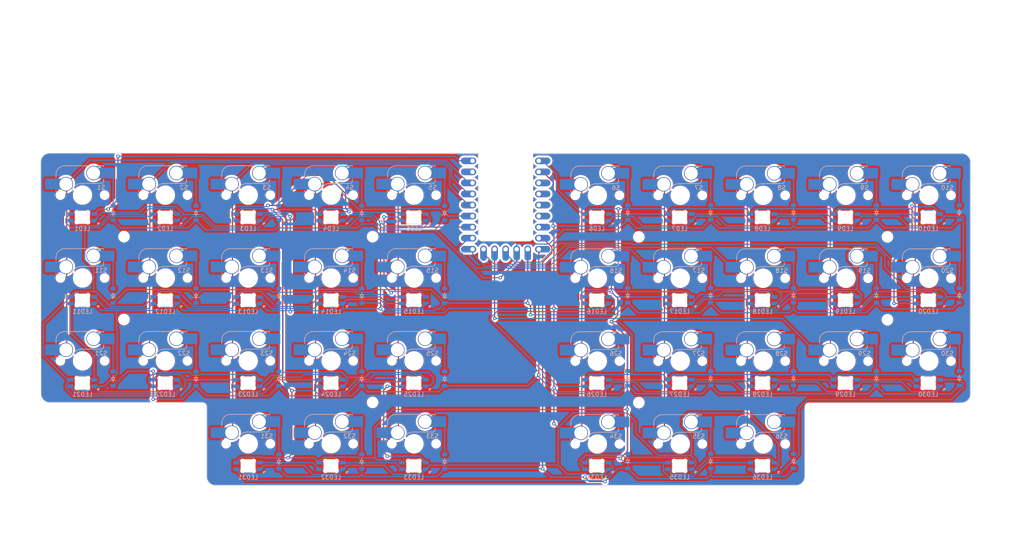
<source format=kicad_pcb>
(kicad_pcb (version 20240108) (generator "pcbnew") (generator_version "8.0")
  (layers (0 "F.Cu" signal) (31 "B.Cu" signal) (34 "B.Paste" user) (35 "F.Paste" user) (36 "B.SilkS" user "B.Silkscreen") (37 "F.SilkS" user "F.Silkscreen") (38 "B.Mask" user) (39 "F.Mask" user) (44 "Edge.Cuts" user))
  (net 0 "")
  (net 1 "ROW 1")
  (net 2 "Net-(D1-A)")
  (net 3 "Net-(D2-A)")
  (net 4 "Net-(D3-A)")
  (net 5 "Net-(D4-A)")
  (net 6 "Net-(D5-A)")
  (net 7 "Net-(D6-A)")
  (net 8 "Net-(D7-A)")
  (net 9 "Net-(D8-A)")
  (net 10 "Net-(D9-A)")
  (net 11 "Net-(D10-A)")
  (net 12 "ROW 2")
  (net 13 "Net-(D11-A)")
  (net 14 "Net-(D12-A)")
  (net 15 "Net-(D13-A)")
  (net 16 "Net-(D14-A)")
  (net 17 "Net-(D15-A)")
  (net 18 "Net-(D16-A)")
  (net 19 "Net-(D17-A)")
  (net 20 "Net-(D18-A)")
  (net 21 "Net-(D19-A)")
  (net 22 "Net-(D20-A)")
  (net 23 "ROW 3")
  (net 24 "Net-(D21-A)")
  (net 25 "Net-(D22-A)")
  (net 26 "Net-(D23-A)")
  (net 27 "Net-(D24-A)")
  (net 28 "Net-(D25-A)")
  (net 29 "Net-(D26-A)")
  (net 30 "Net-(D27-A)")
  (net 31 "Net-(D28-A)")
  (net 32 "Net-(D29-A)")
  (net 33 "Net-(D30-A)")
  (net 34 "ROW 4")
  (net 35 "Net-(D31-A)")
  (net 36 "Net-(D32-A)")
  (net 37 "Net-(D33-A)")
  (net 38 "Net-(D34-A)")
  (net 39 "Net-(D35-A)")
  (net 40 "Net-(D36-A)")
  (net 41 "COL 1")
  (net 42 "COL 2")
  (net 43 "COL 3")
  (net 44 "COL 4")
  (net 45 "COL 5")
  (net 46 "COL 6")
  (net 47 "COL 7")
  (net 48 "COL 8")
  (net 49 "COL 9")
  (net 50 "COL 10")
  (net 55 "5V")
  (net 58 "LED")
  (net 59 "Net-(LED1-DOUT)")
  (net 60 "GND")
  (net 61 "Net-(LED2-DOUT)")
  (net 62 "Net-(LED3-DOUT)")
  (net 63 "Net-(LED4-DOUT)")
  (net 65 "Net-(LED6-DIN)")
  (net 66 "Net-(LED7-DIN)")
  (net 67 "Net-(LED8-DIN)")
  (net 68 "Net-(LED10-DIN)")
  (net 69 "Net-(LED10-DOUT)")
  (net 70 "Net-(LED11-DOUT)")
  (net 71 "Net-(LED11-DIN)")
  (net 72 "Net-(LED12-DIN)")
  (net 73 "Net-(LED13-DIN)")
  (net 74 "Net-(LED14-DIN)")
  (net 75 "Net-(LED16-DOUT)")
  (net 76 "Net-(LED17-DOUT)")
  (net 77 "Net-(LED18-DOUT)")
  (net 78 "Net-(LED19-DOUT)")
  (net 79 "Net-(LED16-DIN)")
  (net 80 "Net-(LED21-DOUT)")
  (net 81 "Net-(LED22-DOUT)")
  (net 82 "Net-(LED23-DOUT)")
  (net 83 "Net-(LED24-DOUT)")
  (net 84 "Net-(LED26-DIN)")
  (net 85 "Net-(LED25-DOUT)")
  (net 86 "Net-(LED27-DIN)")
  (net 87 "Net-(LED28-DIN)")
  (net 88 "Net-(LED29-DIN)")
  (net 89 "Net-(LED30-DIN)")
  (net 90 "Net-(LED31-DIN)")
  (net 91 "Net-(LED31-DOUT)")
  (net 92 "Net-(LED32-DIN)")
  (net 93 "Net-(LED34-DOUT)")
  (net 94 "Net-(LED35-DOUT)")
  (net 95 "Net-(LED15-DIN)")
  (footprint "MountingHole:MountingHole_2.2mm_M2" (layer "F.Cu") (at 104.175 110)
    (property "Reference" "H2" (hide yes))
    (property "Value" "MountingHole")
  )
  (footprint "MountingHole:MountingHole_2.2mm_M2" (layer "F.Cu") (at 222.525 110.05)
    (property "Reference" "H5" (hide yes))
    (property "Value" "MountingHole")
  )
  (footprint "MountingHole:MountingHole_2.2mm_M2" (layer "F.Cu") (at 47.025 129.05)
    (property "Reference" "H3" (hide yes))
    (property "Value" "MountingHole")
  )
  (footprint "MountingHole:MountingHole_2.2mm_M2" (layer "F.Cu") (at 165.375 110.05)
    (property "Reference" "H7" (hide yes))
    (property "Value" "MountingHole")
  )
  (footprint "MountingHole:MountingHole_2.2mm_M2" (layer "F.Cu") (at 165.375 148.15)
    (property "Reference" "H8" (hide yes))
    (property "Value" "MountingHole")
  )
  (footprint "MountingHole:MountingHole_2.2mm_M2" (layer "F.Cu") (at 104.175 148.1)
    (property "Reference" "H4" (hide yes))
    (property "Value" "MountingHole")
  )
  (footprint "MountingHole:MountingHole_2.2mm_M2" (layer "F.Cu") (at 47.025 110)
    (property "Reference" "H1" (hide yes))
    (property "Value" "MountingHole")
  )
  (footprint "MountingHole:MountingHole_2.2mm_M2" (layer "F.Cu") (at 222.525 129.1)
    (property "Reference" "H6" (hide yes))
    (property "Value" "MountingHole")
  )
  (footprint "ScottoKeebs_MCU:RP2040_Zero_holes" (layer "B.Cu") (at 134.755 102.7275 180)
    (property "Reference" "U1" (hide yes))
    (property "Value" "RP2040_Zero" (hide yes))
  )
  (footprint "PCM_marbastlib-mx:LED_MX_6028R" (layer "B.Cu") (at 212.85 105.55 180)
    (property "Reference" "LED9")
    (property "Value" "MX_SK6812MINI-E")
    (fp_line (start 1.699999 0.702843) (end 1.699999 -0.702841) (stroke (width 0.1)) (layer "Edge.Cuts"))
    (fp_line (start 0.794452 -1.499999) (end -0.794452 -1.499999) (stroke (width 0.1)) (layer "Edge.Cuts"))
    (fp_line (start -0.794453 1.5) (end 0.794452 1.5) (stroke (width 0.1)) (layer "Edge.Cuts"))
    (fp_line (start -1.699999 -0.702841) (end -1.699999 0.702843) (stroke (width 0.1)) (layer "Edge.Cuts"))
    (fp_arc (start 1.749484 0.919721) (mid 1.712534 0.814067) (end 1.699999 0.702843) (stroke (width 0.1)) (layer "Edge.Cuts"))
    (fp_arc (start 1.749484 0.919721) (mid 1.638072 1.504036) (end 1.046711 1.5683) (stroke (width 0.1)) (layer "Edge.Cuts"))
    (fp_arc (start 1.699999 -0.702842) (mid 1.712536 -0.814065) (end 1.749484 -0.919719) (stroke (width 0.1)) (layer "Edge.Cuts"))
    (fp_arc (start 1.046711 -1.568296) (mid 1.638069 -1.504034) (end 1.749484 -0.919719) (stroke (width 0.1)) (layer "Edge.Cuts"))
    (fp_arc (start 1.04671 -1.568298) (mid 0.925122 -1.517376) (end 0.794452 -1.499999) (stroke (width 0.1)) (layer "Edge.Cuts"))
    (fp_arc (start 0.794453 1.500001) (mid 0.925123 1.517378) (end 1.046711 1.5683) (stroke (width 0.1)) (layer "Edge.Cuts"))
    (fp_arc (start -0.794452 -1.499999) (mid -0.925123 -1.517376) (end -1.046711 -1.568298) (stroke (width 0.1)) (layer "Edge.Cuts"))
    (fp_arc (start -1.046711 1.568299) (mid -0.925123 1.517377) (end -0.794453 1.5) (stroke (width 0.1)) (layer "Edge.Cuts"))
    (fp_arc (start -1.046711 1.568299) (mid -1.63807 1.504035) (end -1.749484 0.919721) (stroke (width 0.1)) (layer "Edge.Cuts"))
    (fp_arc (start -1.699999 0.702844) (mid -1.712527 0.814069) (end -1.749484 0.919721) (stroke (width 0.1)) (layer "Edge.Cuts"))
    (fp_arc (start -1.749484 -0.919718) (mid -1.638072 -1.504034) (end -1.046711 -1.568298) (stroke (width 0.1)) (layer "Edge.Cuts"))
    (fp_arc (start -1.749484 -0.919719) (mid -1.712527 -0.814067) (end -1.699999 -0.702841) (stroke (width 0.1)) (layer "Edge.Cuts"))
  )
  (footprint "PCM_marbastlib-mx:LED_MX_6028R" (layer "B.Cu") (at 37.45 124.6 180)
    (property "Reference" "LED11")
    (property "Value" "MX_SK6812MINI-E")
    (fp_line (start 1.699999 0.702843) (end 1.699999 -0.702841) (stroke (width 0.1)) (layer "Edge.Cuts"))
    (fp_line (start 0.794452 -1.499999) (end -0.794452 -1.499999) (stroke (width 0.1)) (layer "Edge.Cuts"))
    (fp_line (start -0.794453 1.5) (end 0.794452 1.5) (stroke (width 0.1)) (layer "Edge.Cuts"))
    (fp_line (start -1.699999 -0.702841) (end -1.699999 0.702843) (stroke (width 0.1)) (layer "Edge.Cuts"))
    (fp_arc (start 1.749484 0.919721) (mid 1.712534 0.814067) (end 1.699999 0.702843) (stroke (width 0.1)) (layer "Edge.Cuts"))
    (fp_arc (start 1.749484 0.919721) (mid 1.638072 1.504036) (end 1.046711 1.5683) (stroke (width 0.1)) (layer "Edge.Cuts"))
    (fp_arc (start 1.699999 -0.702842) (mid 1.712536 -0.814065) (end 1.749484 -0.919719) (stroke (width 0.1)) (layer "Edge.Cuts"))
    (fp_arc (start 1.046711 -1.568296) (mid 1.638069 -1.504034) (end 1.749484 -0.919719) (stroke (width 0.1)) (layer "Edge.Cuts"))
    (fp_arc (start 1.04671 -1.568298) (mid 0.925122 -1.517376) (end 0.794452 -1.499999) (stroke (width 0.1)) (layer "Edge.Cuts"))
    (fp_arc (start 0.794453 1.500001) (mid 0.925123 1.517378) (end 1.046711 1.5683) (stroke (width 0.1)) (layer "Edge.Cuts"))
    (fp_arc (start -0.794452 -1.499999) (mid -0.925123 -1.517376) (end -1.046711 -1.568298) (stroke (width 0.1)) (layer "Edge.Cuts"))
    (fp_arc (start -1.046711 1.568299) (mid -0.925123 1.517377) (end -0.794453 1.5) (stroke (width 0.1)) (layer "Edge.Cuts"))
    (fp_arc (start -1.046711 1.568299) (mid -1.63807 1.504035) (end -1.749484 0.919721) (stroke (width 0.1)) (layer "Edge.Cuts"))
    (fp_arc (start -1.699999 0.702844) (mid -1.712527 0.814069) (end -1.749484 0.919721) (stroke (width 0.1)) (layer "Edge.Cuts"))
    (fp_arc (start -1.749484 -0.919718) (mid -1.638072 -1.504034) (end -1.046711 -1.568298) (stroke (width 0.1)) (layer "Edge.Cuts"))
    (fp_arc (start -1.749484 -0.919719) (mid -1.712527 -0.814067) (end -1.699999 -0.702841) (stroke (width 0.1)) (layer "Edge.Cuts"))
  )
  (footprint "PCM_marbastlib-mx:LED_MX_6028R" (layer "B.Cu") (at 56.5 124.6 180)
    (property "Reference" "LED12")
    (property "Value" "MX_SK6812MINI-E")
    (fp_line (start 1.699999 0.702843) (end 1.699999 -0.702841) (stroke (width 0.1)) (layer "Edge.Cuts"))
    (fp_line (start 0.794452 -1.499999) (end -0.794452 -1.499999) (stroke (width 0.1)) (layer "Edge.Cuts"))
    (fp_line (start -0.794453 1.5) (end 0.794452 1.5) (stroke (width 0.1)) (layer "Edge.Cuts"))
    (fp_line (start -1.699999 -0.702841) (end -1.699999 0.702843) (stroke (width 0.1)) (layer "Edge.Cuts"))
    (fp_arc (start 1.749484 0.919721) (mid 1.712534 0.814067) (end 1.699999 0.702843) (stroke (width 0.1)) (layer "Edge.Cuts"))
    (fp_arc (start 1.749484 0.919721) (mid 1.638072 1.504036) (end 1.046711 1.5683) (stroke (width 0.1)) (layer "Edge.Cuts"))
    (fp_arc (start 1.699999 -0.702842) (mid 1.712536 -0.814065) (end 1.749484 -0.919719) (stroke (width 0.1)) (layer "Edge.Cuts"))
    (fp_arc (start 1.046711 -1.568296) (mid 1.638069 -1.504034) (end 1.749484 -0.919719) (stroke (width 0.1)) (layer "Edge.Cuts"))
    (fp_arc (start 1.04671 -1.568298) (mid 0.925122 -1.517376) (end 0.794452 -1.499999) (stroke (width 0.1)) (layer "Edge.Cuts"))
    (fp_arc (start 0.794453 1.500001) (mid 0.925123 1.517378) (end 1.046711 1.5683) (stroke (width 0.1)) (layer "Edge.Cuts"))
    (fp_arc (start -0.794452 -1.499999) (mid -0.925123 -1.517376) (end -1.046711 -1.568298) (stroke (width 0.1)) (layer "Edge.Cuts"))
    (fp_arc (start -1.046711 1.568299) (mid -0.925123 1.517377) (end -0.794453 1.5) (stroke (width 0.1)) (layer "Edge.Cuts"))
    (fp_arc (start -1.046711 1.568299) (mid -1.63807 1.504035) (end -1.749484 0.919721) (stroke (width 0.1)) (layer "Edge.Cuts"))
    (fp_arc (start -1.699999 0.702844) (mid -1.712527 0.814069) (end -1.749484 0.919721) (stroke (width 0.1)) (layer "Edge.Cuts"))
    (fp_arc (start -1.749484 -0.919718) (mid -1.638072 -1.504034) (end -1.046711 -1.568298) (stroke (width 0.1)) (layer "Edge.Cuts"))
    (fp_arc (start -1.749484 -0.919719) (mid -1.712527 -0.814067) (end -1.699999 -0.702841) (stroke (width 0.1)) (layer "Edge.Cuts"))
  )
  (footprint "ScottoKeebs_Components:Diode_SOD-123" (layer "B.Cu") (at 162.825 123.5 90)
    (property "Reference" "D16" (hide yes))
    (property "Value" "Diode")
  )
  (footprint "PCM_marbastlib-mx:LED_MX_6028R" (layer "B.Cu") (at 212.85 124.6 180)
    (property "Reference" "LED19")
    (property "Value" "MX_SK6812MINI-E")
    (fp_line (start 1.699999 0.702843) (end 1.699999 -0.702841) (stroke (width 0.1)) (layer "Edge.Cuts"))
    (fp_line (start 0.794452 -1.499999) (end -0.794452 -1.499999) (stroke (width 0.1)) (layer "Edge.Cuts"))
    (fp_line (start -0.794453 1.5) (end 0.794452 1.5) (stroke (width 0.1)) (layer "Edge.Cuts"))
    (fp_line (start -1.699999 -0.702841) (end -1.699999 0.702843) (stroke (width 0.1)) (layer "Edge.Cuts"))
    (fp_arc (start 1.749484 0.919721) (mid 1.712534 0.814067) (end 1.699999 0.702843) (stroke (width 0.1)) (layer "Edge.Cuts"))
    (fp_arc (start 1.749484 0.919721) (mid 1.638072 1.504036) (end 1.046711 1.5683) (stroke (width 0.1)) (layer "Edge.Cuts"))
    (fp_arc (start 1.699999 -0.702842) (mid 1.712536 -0.814065) (end 1.749484 -0.919719) (stroke (width 0.1)) (layer "Edge.Cuts"))
    (fp_arc (start 1.046711 -1.568296) (mid 1.638069 -1.504034) (end 1.749484 -0.919719) (stroke (width 0.1)) (layer "Edge.Cuts"))
    (fp_arc (start 1.04671 -1.568298) (mid 0.925122 -1.517376) (end 0.794452 -1.499999) (stroke (width 0.1)) (layer "Edge.Cuts"))
    (fp_arc (start 0.794453 1.500001) (mid 0.925123 1.517378) (end 1.046711 1.5683) (stroke (width 0.1)) (layer "Edge.Cuts"))
    (fp_arc (start -0.794452 -1.499999) (mid -0.925123 -1.517376) (end -1.046711 -1.568298) (stroke (width 0.1)) (layer "Edge.Cuts"))
    (fp_arc (start -1.046711 1.568299) (mid -0.925123 1.517377) (end -0.794453 1.5) (stroke (width 0.1)) (layer "Edge.Cuts"))
    (fp_arc (start -1.046711 1.568299) (mid -1.63807 1.504035) (end -1.749484 0.919721) (stroke (width 0.1)) (layer "Edge.Cuts"))
    (fp_arc (start -1.699999 0.702844) (mid -1.712527 0.814069) (end -1.749484 0.919721) (stroke (width 0.1)) (layer "Edge.Cuts"))
    (fp_arc (start -1.749484 -0.919718) (mid -1.638072 -1.504034) (end -1.046711 -1.568298) (stroke (width 0.1)) (layer "Edge.Cuts"))
    (fp_arc (start -1.749484 -0.919719) (mid -1.712527 -0.814067) (end -1.699999 -0.702841) (stroke (width 0.1)) (layer "Edge.Cuts"))
  )
  (footprint "ScottoKeebs_Components:Diode_SOD-123" (layer "B.Cu") (at 162.825 142.55 90)
    (property "Reference" "D26" (hide yes))
    (property "Value" "Diode")
  )
  (footprint "PCM_marbastlib-mx:SW_MX_HS_CPG151101S11_1u" (layer "B.Cu") (at 113.6863 138.55 180)
    (property "Reference" "S25")
    (property "Value" "Keyswitch")
  )
  (footprint "PCM_marbastlib-mx:SW_MX_HS_CPG151101S11_1u" (layer "B.Cu") (at 174.885 119.555 180)
    (property "Reference" "S17")
    (property "Value" "Keyswitch")
  )
  (footprint "PCM_marbastlib-mx:SW_MX_HS_CPG151101S11_1u" (layer "B.Cu") (at 174.885 100.505 180)
    (property "Reference" "S7")
    (property "Value" "Keyswitch")
  )
  (footprint "PCM_marbastlib-mx:SW_MX_HS_CPG151101S11_1u" (layer "B.Cu") (at 155.835 100.505 180)
    (property "Reference" "S6")
    (property "Value" "Keyswitch")
  )
  (footprint "PCM_marbastlib-mx:SW_MX_HS_CPG151101S11_1u" (layer "B.Cu") (at 113.6863 100.45 180)
    (property "Reference" "S5")
    (property "Value" "Keyswitch")
  )
  (footprint "PCM_marbastlib-mx:LED_MX_6028R" (layer "B.Cu") (at 94.6 162.7 180)
    (property "Reference" "LED32")
    (property "Value" "MX_SK6812MINI-E")
    (fp_line (start 1.699999 0.702843) (end 1.699999 -0.702841) (stroke (width 0.1)) (layer "Edge.Cuts"))
    (fp_line (start 0.794452 -1.499999) (end -0.794452 -1.499999) (stroke (width 0.1)) (layer "Edge.Cuts"))
    (fp_line (start -0.794453 1.5) (end 0.794452 1.5) (stroke (width 0.1)) (layer "Edge.Cuts"))
    (fp_line (start -1.699999 -0.702841) (end -1.699999 0.702843) (stroke (width 0.1)) (layer "Edge.Cuts"))
    (fp_arc (start 1.749484 0.919721) (mid 1.712534 0.814067) (end 1.699999 0.702843) (stroke (width 0.1)) (layer "Edge.Cuts"))
    (fp_arc (start 1.749484 0.919721) (mid 1.638072 1.504036) (end 1.046711 1.5683) (stroke (width 0.1)) (layer "Edge.Cuts"))
    (fp_arc (start 1.699999 -0.702842) (mid 1.712536 -0.814065) (end 1.749484 -0.919719) (stroke (width 0.1)) (layer "Edge.Cuts"))
    (fp_arc (start 1.046711 -1.568296) (mid 1.638069 -1.504034) (end 1.749484 -0.919719) (stroke (width 0.1)) (layer "Edge.Cuts"))
    (fp_arc (start 1.04671 -1.568298) (mid 0.925122 -1.517376) (end 0.794452 -1.499999) (stroke (width 0.1)) (layer "Edge.Cuts"))
    (fp_arc (start 0.794453 1.500001) (mid 0.925123 1.517378) (end 1.046711 1.5683) (stroke (width 0.1)) (layer "Edge.Cuts"))
    (fp_arc (start -0.794452 -1.499999) (mid -0.925123 -1.517376) (end -1.046711 -1.568298) (stroke (width 0.1)) (layer "Edge.Cuts"))
    (fp_arc (start -1.046711 1.568299) (mid -0.925123 1.517377) (end -0.794453 1.5) (stroke (width 0.1)) (layer "Edge.Cuts"))
    (fp_arc (start -1.046711 1.568299) (mid -1.63807 1.504035) (end -1.749484 0.919721) (stroke (width 0.1)) (layer "Edge.Cuts"))
    (fp_arc (start -1.699999 0.702844) (mid -1.712527 0.814069) (end -1.749484 0.919721) (stroke (width 0.1)) (layer "Edge.Cuts"))
    (fp_arc (start -1.749484 -0.919718) (mid -1.638072 -1.504034) (end -1.046711 -1.568298) (stroke (width 0.1)) (layer "Edge.Cuts"))
    (fp_arc (start -1.749484 -0.919719) (mid -1.712527 -0.814067) (end -1.699999 -0.702841) (stroke (width 0.1)) (layer "Edge.Cuts"))
  )
  (footprint "PCM_marbastlib-mx:SW_MX_HS_CPG151101S11_1u" (layer "B.Cu") (at 193.935 119.555 180)
    (property "Reference" "S18")
    (property "Value" "Keyswitch")
  )
  (footprint "PCM_marbastlib-mx:SW_MX_HS_CPG151101S11_1u" (layer "B.Cu") (at 232.035 119.555 180)
    (property "Reference" "S20")
    (property "Value" "Keyswitch")
  )
  (footprint "ScottoKeebs_Components:Diode_SOD-123" (layer "B.Cu") (at 120.725 104.55 90)
    (property "Reference" "D5" (hide yes))
    (property "Value" "Diode")
  )
  (footprint "ScottoKeebs_Components:Diode_SOD-123" (layer "B.Cu") (at 82.625 123.6 90)
    (property "Reference" "D13" (hide yes))
    (property "Value" "Diode")
  )
  (footprint "PCM_marbastlib-mx:LED_MX_6028R" (layer "B.Cu") (at 56.5 105.55 180)
    (property "Reference" "LED2")
    (property "Value" "MX_SK6812MINI-E")
    (fp_line (start 1.699999 0.702843) (end 1.699999 -0.702841) (stroke (width 0.1)) (layer "Edge.Cuts"))
    (fp_line (start 0.794452 -1.499999) (end -0.794452 -1.499999) (stroke (width 0.1)) (layer "Edge.Cuts"))
    (fp_line (start -0.794453 1.5) (end 0.794452 1.5) (stroke (width 0.1)) (layer "Edge.Cuts"))
    (fp_line (start -1.699999 -0.702841) (end -1.699999 0.702843) (stroke (width 0.1)) (layer "Edge.Cuts"))
    (fp_arc (start 1.749484 0.919721) (mid 1.712534 0.814067) (end 1.699999 0.702843) (stroke (width 0.1)) (layer "Edge.Cuts"))
    (fp_arc (start 1.749484 0.919721) (mid 1.638072 1.504036) (end 1.046711 1.5683) (stroke (width 0.1)) (layer "Edge.Cuts"))
    (fp_arc (start 1.699999 -0.702842) (mid 1.712536 -0.814065) (end 1.749484 -0.919719) (stroke (width 0.1)) (layer "Edge.Cuts"))
    (fp_arc (start 1.046711 -1.568296) (mid 1.638069 -1.504034) (end 1.749484 -0.919719) (stroke (width 0.1)) (layer "Edge.Cuts"))
    (fp_arc (start 1.04671 -1.568298) (mid 0.925122 -1.517376) (end 0.794452 -1.499999) (stroke (width 0.1)) (layer "Edge.Cuts"))
    (fp_arc (start 0.794453 1.500001) (mid 0.925123 1.517378) (end 1.046711 1.5683) (stroke (width 0.1)) (layer "Edge.Cuts"))
    (fp_arc (start -0.794452 -1.499999) (mid -0.925123 -1.517376) (end -1.046711 -1.568298) (stroke (width 0.1)) (layer "Edge.Cuts"))
    (fp_arc (start -1.046711 1.568299) (mid -0.925123 1.517377) (end -0.794453 1.5) (stroke (width 0.1)) (layer "Edge.Cuts"))
    (fp_arc (start -1.046711 1.568299) (mid -1.63807 1.504035) (end -1.749484 0.919721) (stroke (width 0.1)) (layer "Edge.Cuts"))
    (fp_arc (start -1.699999 0.702844) (mid -1.712527 0.814069) (end -1.749484 0.919721) (stroke (width 0.1)) (layer "Edge.Cuts"))
    (fp_arc (start -1.749484 -0.919718) (mid -1.638072 -1.504034) (end -1.046711 -1.568298) (stroke (width 0.1)) (layer "Edge.Cuts"))
    (fp_arc (start -1.749484 -0.919719) (mid -1.712527 -0.814067) (end -1.699999 -0.702841) (stroke (width 0.1)) (layer "Edge.Cuts"))
  )
  (footprint "PCM_marbastlib-mx:LED_MX_6028R" (layer "B.Cu") (at 75.55 124.6 180)
    (property "Reference" "LED13")
    (property "Value" "MX_SK6812MINI-E")
    (fp_line (start 1.699999 0.702843) (end 1.699999 -0.702841) (stroke (width 0.1)) (layer "Edge.Cuts"))
    (fp_line (start 0.794452 -1.499999) (end -0.794452 -1.499999) (stroke (width 0.1)) (layer "Edge.Cuts"))
    (fp_line (start -0.794453 1.5) (end 0.794452 1.5) (stroke (width 0.1)) (layer "Edge.Cuts"))
    (fp_line (start -1.699999 -0.702841) (end -1.699999 0.702843) (stroke (width 0.1)) (layer "Edge.Cuts"))
    (fp_arc (start 1.749484 0.919721) (mid 1.712534 0.814067) (end 1.699999 0.702843) (stroke (width 0.1)) (layer "Edge.Cuts"))
    (fp_arc (start 1.749484 0.919721) (mid 1.638072 1.504036) (end 1.046711 1.5683) (stroke (width 0.1)) (layer "Edge.Cuts"))
    (fp_arc (start 1.699999 -0.702842) (mid 1.712536 -0.814065) (end 1.749484 -0.919719) (stroke (width 0.1)) (layer "Edge.Cuts"))
    (fp_arc (start 1.046711 -1.568296) (mid 1.638069 -1.504034) (end 1.749484 -0.919719) (stroke (width 0.1)) (layer "Edge.Cuts"))
    (fp_arc (start 1.04671 -1.568298) (mid 0.925122 -1.517376) (end 0.794452 -1.499999) (stroke (width 0.1)) (layer "Edge.Cuts"))
    (fp_arc (start 0.794453 1.500001) (mid 0.925123 1.517378) (end 1.046711 1.5683) (stroke (width 0.1)) (layer "Edge.Cuts"))
    (fp_arc (start -0.794452 -1.499999) (mid -0.925123 -1.517376) (end -1.046711 -1.568298) (stroke (width 0.1)) (layer "Edge.Cuts"))
    (fp_arc (start -1.046711 1.568299) (mid -0.925123 1.517377) (end -0.794453 1.5) (stroke (width 0.1)) (layer "Edge.Cuts"))
    (fp_arc (start -1.046711 1.568299) (mid -1.63807 1.504035) (end -1.749484 0.919721) (stroke (width 0.1)) (layer "Edge.Cuts"))
    (fp_arc (start -1.699999 0.702844) (mid -1.712527 0.814069) (end -1.749484 0.919721) (stroke (width 0.1)) (layer "Edge.Cuts"))
    (fp_arc (start -1.749484 -0.919718) (mid -1.638072 -1.504034) (end -1.046711 -1.568298) (stroke (width 0.1)) (layer "Edge.Cuts"))
    (fp_arc (start -1.749484 -0.919719) (mid -1.712527 -0.814067) (end -1.699999 -0.702841) (stroke (width 0.1)) (layer "Edge.Cuts"))
  )
  (footprint "ScottoKeebs_Components:Diode_SOD-123" (layer "B.Cu") (at 181.875 142.55 90)
    (property "Reference" "D27" (hide yes))
    (property "Value" "Diode")
  )
  (footprint "PCM_marbastlib-mx:SW_MX_HS_CPG151101S11_1u" (layer "B.Cu") (at 56.5363 100.45 180)
    (property "Reference" "S2")
    (property "Value" "Keyswitch")
  )
  (footprint "PCM_marbastlib-mx:SW_MX_HS_CPG151101S11_1u" (layer "B.Cu") (at 75.5863 119.5 180)
    (property "Reference" "S13")
    (property "Value" "Keyswitch")
  )
  (footprint "PCM_marbastlib-mx:LED_MX_6028R" (layer "B.Cu") (at 193.8 162.7 180)
    (property "Reference" "LED36")
    (property "Value" "MX_SK6812MINI-E")
    (fp_line (start 1.699999 0.702843) (end 1.699999 -0.702841) (stroke (width 0.1)) (layer "Edge.Cuts"))
    (fp_line (start 0.794452 -1.499999) (end -0.794452 -1.499999) (stroke (width 0.1)) (layer "Edge.Cuts"))
    (fp_line (start -0.794453 1.5) (end 0.794452 1.5) (stroke (width 0.1)) (layer "Edge.Cuts"))
    (fp_line (start -1.699999 -0.702841) (end -1.699999 0.702843) (stroke (width 0.1)) (layer "Edge.Cuts"))
    (fp_arc (start 1.749484 0.919721) (mid 1.712534 0.814067) (end 1.699999 0.702843) (stroke (width 0.1)) (layer "Edge.Cuts"))
    (fp_arc (start 1.749484 0.919721) (mid 1.638072 1.504036) (end 1.046711 1.5683) (stroke (width 0.1)) (layer "Edge.Cuts"))
    (fp_arc (start 1.699999 -0.702842) (mid 1.712536 -0.814065) (end 1.749484 -0.919719) (stroke (width 0.1)) (layer "Edge.Cuts"))
    (fp_arc (start 1.046711 -1.568296) (mid 1.638069 -1.504034) (end 1.749484 -0.919719) (stroke (width 0.1)) (layer "Edge.Cuts"))
    (fp_arc (start 1.04671 -1.568298) (mid 0.925122 -1.517376) (end 0.794452 -1.499999) (stroke (width 0.1)) (layer "Edge.Cuts"))
    (fp_arc (start 0.794453 1.500001) (mid 0.925123 1.517378) (end 1.046711 1.5683) (stroke (width 0.1)) (layer "Edge.Cuts"))
    (fp_arc (start -0.794452 -1.499999) (mid -0.925123 -1.517376) (end -1.046711 -1.568298) (stroke (width 0.1)) (layer "Edge.Cuts"))
    (fp_arc (start -1.046711 1.568299) (mid -0.925123 1.517377) (end -0.794453 1.5) (stroke (width 0.1)) (layer "Edge.Cuts"))
    (fp_arc (start -1.046711 1.568299) (mid -1.63807 1.504035) (end -1.749484 0.919721) (stroke (width 0.1)) (layer "Edge.Cuts"))
    (fp_arc (start -1.699999 0.702844) (mid -1.712527 0.814069) (end -1.749484 0.919721) (stroke (width 0.1)) (layer "Edge.Cuts"))
    (fp_arc (start -1.749484 -0.919718) (mid -1.638072 -1.504034) (end -1.046711 -1.568298) (stroke (width 0.1)) (layer "Edge.Cuts"))
    (fp_arc (start -1.749484 -0.919719) (mid -1.712527 -0.814067) (end -1.699999 -0.702841) (stroke (width 0.1)) (layer "Edge.Cuts"))
  )
  (footprint "ScottoKeebs_Components:Diode_SOD-123" (layer "B.Cu") (at 200.925 104.45 90)
    (property "Reference" "D8" (hide yes))
    (property "Value" "Diode")
  )
  (footprint "PCM_marbastlib-mx:LED_MX_6028R" (layer "B.Cu") (at 193.8 105.55 180)
    (property "Reference" "LED8")
    (property "Value" "MX_SK6812MINI-E")
    (fp_line (start 1.699999 0.702843) (end 1.699999 -0.702841) (stroke (width 0.1)) (layer "Edge.Cuts"))
    (fp_line (start 0.794452 -1.499999) (end -0.794452 -1.499999) (stroke (width 0.1)) (layer "Edge.Cuts"))
    (fp_line (start -0.794453 1.5) (end 0.794452 1.5) (stroke (width 0.1)) (layer "Edge.Cuts"))
    (fp_line (start -1.699999 -0.702841) (end -1.699999 0.702843) (stroke (width 0.1)) (layer "Edge.Cuts"))
    (fp_arc (start 1.749484 0.919721) (mid 1.712534 0.814067) (end 1.699999 0.702843) (stroke (width 0.1)) (layer "Edge.Cuts"))
    (fp_arc (start 1.749484 0.919721) (mid 1.638072 1.504036) (end 1.046711 1.5683) (stroke (width 0.1)) (layer "Edge.Cuts"))
    (fp_arc (start 1.699999 -0.702842) (mid 1.712536 -0.814065) (end 1.749484 -0.919719) (stroke (width 0.1)) (layer "Edge.Cuts"))
    (fp_arc (start 1.046711 -1.568296) (mid 1.638069 -1.504034) (end 1.749484 -0.919719) (stroke (width 0.1)) (layer "Edge.Cuts"))
    (fp_arc (start 1.04671 -1.568298) (mid 0.925122 -1.517376) (end 0.794452 -1.499999) (stroke (width 0.1)) (layer "Edge.Cuts"))
    (fp_arc (start 0.794453 1.500001) (mid 0.925123 1.517378) (end 1.046711 1.5683) (stroke (width 0.1)) (layer "Edge.Cuts"))
    (fp_arc (start -0.794452 -1.499999) (mid -0.925123 -1.517376) (end -1.046711 -1.568298) (stroke (width 0.1)) (layer "Edge.Cuts"))
    (fp_arc (start -1.046711 1.568299) (mid -0.925123 1.517377) (end -0.794453 1.5) (stroke (width 0.1)) (layer "Edge.Cuts"))
    (fp_arc (start -1.046711 1.568299) (mid -1.63807 1.504035) (end -1.749484 0.919721) (stroke (width 0.1)) (layer "Edge.Cuts"))
    (fp_arc (start -1.699999 0.702844) (mid -1.712527 0.814069) (end -1.749484 0.919721) (stroke (width 0.1)) (layer "Edge.Cuts"))
    (fp_arc (start -1.749484 -0.919718) (mid -1.638072 -1.504034) (end -1.046711 -1.568298) (stroke (width 0.1)) (layer "Edge.Cuts"))
    (fp_arc (start -1.749484 -0.919719) (mid -1.712527 -0.814067) (end -1.699999 -0.702841) (stroke (width 0.1)) (layer "Edge.Cuts"))
  )
  (footprint "PCM_marbastlib-mx:LED_MX_6028R" (layer "B.Cu") (at 155.7 162.7 180)
    (property "Reference" "LED34")
    (property "Value" "MX_SK6812MINI-E")
    (fp_line (start 1.699999 0.702843) (end 1.699999 -0.702841) (stroke (width 0.1)) (layer "Edge.Cuts"))
    (fp_line (start 0.794452 -1.499999) (end -0.794452 -1.499999) (stroke (width 0.1)) (layer "Edge.Cuts"))
    (fp_line (start -0.794453 1.5) (end 0.794452 1.5) (stroke (width 0.1)) (layer "Edge.Cuts"))
    (fp_line (start -1.699999 -0.702841) (end -1.699999 0.702843) (stroke (width 0.1)) (layer "Edge.Cuts"))
    (fp_arc (start 1.749484 0.919721) (mid 1.712534 0.814067) (end 1.699999 0.702843) (stroke (width 0.1)) (layer "Edge.Cuts"))
    (fp_arc (start 1.749484 0.919721) (mid 1.638072 1.504036) (end 1.046711 1.5683) (stroke (width 0.1)) (layer "Edge.Cuts"))
    (fp_arc (start 1.699999 -0.702842) (mid 1.712536 -0.814065) (end 1.749484 -0.919719) (stroke (width 0.1)) (layer "Edge.Cuts"))
    (fp_arc (start 1.046711 -1.568296) (mid 1.638069 -1.504034) (end 1.749484 -0.919719) (stroke (width 0.1)) (layer "Edge.Cuts"))
    (fp_arc (start 1.04671 -1.568298) (mid 0.925122 -1.517376) (end 0.794452 -1.499999) (stroke (width 0.1)) (layer "Edge.Cuts"))
    (fp_arc (start 0.794453 1.500001) (mid 0.925123 1.517378) (end 1.046711 1.5683) (stroke (width 0.1)) (layer "Edge.Cuts"))
    (fp_arc (start -0.794452 -1.499999) (mid -0.925123 -1.517376) (end -1.046711 -1.568298) (stroke (width 0.1)) (layer "Edge.Cuts"))
    (fp_arc (start -1.046711 1.568299) (mid -0.925123 1.517377) (end -0.794453 1.5) (stroke (width 0.1)) (layer "Edge.Cuts"))
    (fp_arc (start -1.046711 1.568299) (mid -1.63807 1.504035) (end -1.749484 0.919721) (stroke (width 0.1)) (layer "Edge.Cuts"))
    (fp_arc (start -1.699999 0.702844) (mid -1.712527 0.814069) (end -1.749484 0.919721) (stroke (width 0.1)) (layer "Edge.Cuts"))
    (fp_arc (start -1.749484 -0.919718) (mid -1.638072 -1.504034) (end -1.046711 -1.568298) (stroke (width 0.1)) (layer "Edge.Cuts"))
    (fp_arc (start -1.749484 -0.919719) (mid -1.712527 -0.814067) (end -1.699999 -0.702841) (stroke (width 0.1)) (layer "Edge.Cuts"))
  )
  (footprint "ScottoKeebs_Components:Diode_SOD-123" (layer "B.Cu") (at 101.675 161.7 90)
    (property "Reference" "D32" (hide yes))
    (property "Value" "Diode")
  )
  (footprint "PCM_marbastlib-mx:LED_MX_6028R" (layer "B.Cu") (at 193.8 124.6 180)
    (property "Reference" "LED18")
    (property "Value" "MX_SK6812MINI-E")
    (fp_line (start 1.699999 0.702843) (end 1.699999 -0.702841) (stroke (width 0.1)) (layer "Edge.Cuts"))
    (fp_line (start 0.794452 -1.499999) (end -0.794452 -1.499999) (stroke (width 0.1)) (layer "Edge.Cuts"))
    (fp_line (start -0.794453 1.5) (end 0.794452 1.5) (stroke (width 0.1)) (layer "Edge.Cuts"))
    (fp_line (start -1.699999 -0.702841) (end -1.699999 0.702843) (stroke (width 0.1)) (layer "Edge.Cuts"))
    (fp_arc (start 1.749484 0.919721) (mid 1.712534 0.814067) (end 1.699999 0.702843) (stroke (width 0.1)) (layer "Edge.Cuts"))
    (fp_arc (start 1.749484 0.919721) (mid 1.638072 1.504036) (end 1.046711 1.5683) (stroke (width 0.1)) (layer "Edge.Cuts"))
    (fp_arc (start 1.699999 -0.702842) (mid 1.712536 -0.814065) (end 1.749484 -0.919719) (stroke (width 0.1)) (layer "Edge.Cuts"))
    (fp_arc (start 1.046711 -1.568296) (mid 1.638069 -1.504034) (end 1.749484 -0.919719) (stroke (width 0.1)) (layer "Edge.Cuts"))
    (fp_arc (start 1.04671 -1.568298) (mid 0.925122 -1.517376) (end 0.794452 -1.499999) (stroke (width 0.1)) (layer "Edge.Cuts"))
    (fp_arc (start 0.794453 1.500001) (mid 0.925123 1.517378) (end 1.046711 1.5683) (stroke (width 0.1)) (layer "Edge.Cuts"))
    (fp_arc (start -0.794452 -1.499999) (mid -0.925123 -1.517376) (end -1.046711 -1.568298) (stroke (width 0.1)) (layer "Edge.Cuts"))
    (fp_arc (start -1.046711 1.568299) (mid -0.925123 1.517377) (end -0.794453 1.5) (stroke (width 0.1)) (layer "Edge.Cuts"))
    (fp_arc (start -1.046711 1.568299) (mid -1.63807 1.504035) (end -1.749484 0.919721) (stroke (width 0.1)) (layer "Edge.Cuts"))
    (fp_arc (start -1.699999 0.702844) (mid -1.712527 0.814069) (end -1.749484 0.919721) (stroke (width 0.1)) (layer "Edge.Cuts"))
    (fp_arc (start -1.749484 -0.919718) (mid -1.638072 -1.504034) (end -1.046711 -1.568298) (stroke (width 0.1)) (layer "Edge.Cuts"))
    (fp_arc (start -1.749484 -0.919719) (mid -1.712527 -0.814067) (end -1.699999 -0.702841) (stroke (width 0.1)) (layer "Edge.Cuts"))
  )
  (footprint "ScottoKeebs_Components:Diode_SOD-123" (layer "B.Cu") (at 120.725 123.6 90)
    (property "Reference" "D15" (hide yes))
    (property "Value" "Diode")
  )
  (footprint "PCM_marbastlib-mx:SW_MX_HS_CPG151101S11_1u" (layer "B.Cu") (at 37.4863 119.5 180)
    (property "Reference" "S11")
    (property "Value" "Keyswitch")
  )
  (footprint "ScottoKeebs_Components:Diode_SOD-123" (layer "B.Cu") (at 162.825 104.45 90)
    (property "Reference" "D6" (hide yes))
    (property "Value" "Diode")
  )
  (footprint "PCM_marbastlib-mx:LED_MX_6028R" (layer "B.Cu") (at 155.7 105.55 180)
    (property "Reference" "LED6")
    (property "Value" "MX_SK6812MINI-E")
    (fp_line (start 1.699999 0.702843) (end 1.699999 -0.702841) (stroke (width 0.1)) (layer "Edge.Cuts"))
    (fp_line (start 0.794452 -1.499999) (end -0.794452 -1.499999) (stroke (width 0.1)) (layer "Edge.Cuts"))
    (fp_line (start -0.794453 1.5) (end 0.794452 1.5) (stroke (width 0.1)) (layer "Edge.Cuts"))
    (fp_line (start -1.699999 -0.702841) (end -1.699999 0.702843) (stroke (width 0.1)) (layer "Edge.Cuts"))
    (fp_arc (start 1.749484 0.919721) (mid 1.712534 0.814067) (end 1.699999 0.702843) (stroke (width 0.1)) (layer "Edge.Cuts"))
    (fp_arc (start 1.749484 0.919721) (mid 1.638072 1.504036) (end 1.046711 1.5683) (stroke (width 0.1)) (layer "Edge.Cuts"))
    (fp_arc (start 1.699999 -0.702842) (mid 1.712536 -0.814065) (end 1.749484 -0.919719) (stroke (width 0.1)) (layer "Edge.Cuts"))
    (fp_arc (start 1.046711 -1.568296) (mid 1.638069 -1.504034) (end 1.749484 -0.919719) (stroke (width 0.1)) (layer "Edge.Cuts"))
    (fp_arc (start 1.04671 -1.568298) (mid 0.925122 -1.517376) (end 0.794452 -1.499999) (stroke (width 0.1)) (layer "Edge.Cuts"))
    (fp_arc (start 0.794453 1.500001) (mid 0.925123 1.517378) (end 1.046711 1.5683) (stroke (width 0.1)) (layer "Edge.Cuts"))
    (fp_arc (start -0.794452 -1.499999) (mid -0.925123 -1.517376) (end -1.046711 -1.568298) (stroke (width 0.1)) (layer "Edge.Cuts"))
    (fp_arc (start -1.046711 1.568299) (mid -0.925123 1.517377) (end -0.794453 1.5) (stroke (width 0.1)) (layer "Edge.Cuts"))
    (fp_arc (start -1.046711 1.568299) (mid -1.63807 1.504035) (end -1.749484 0.919721) (stroke (width 0.1)) (layer "Edge.Cuts"))
    (fp_arc (start -1.699999 0.702844) (mid -1.712527 0.814069) (end -1.749484 0.919721) (stroke (width 0.1)) (layer "Edge.Cuts"))
    (fp_arc (start -1.749484 -0.919718) (mid -1.638072 -1.504034) (end -1.046711 -1.568298) (stroke (width 0.1)) (layer "Edge.Cuts"))
    (fp_arc (start -1.749484 -0.919719) (mid -1.712527 -0.814067) (end -1.699999 -0.702841) (stroke (width 0.1)) (layer "Edge.Cuts"))
  )
  (footprint "ScottoKeebs_Components:Diode_SOD-123" (layer "B.Cu") (at 44.525 142.65 90)
    (property "Reference" "D21" (hide yes))
    (property "Value" "Diode")
  )
  (footprint "PCM_marbastlib-mx:SW_MX_HS_CPG151101S11_1u" (layer "B.Cu") (at 232.035 100.505 180)
    (property "Reference" "S10")
    (property "Value" "Keyswitch")
  )
  (footprint "ScottoKeebs_Components:Diode_SOD-123" (layer "B.Cu") (at 162.825 161.6 90)
    (property "Reference" "D34" (hide yes))
    (property "Value" "Diode")
  )
  (footprint "PCM_marbastlib-mx:LED_MX_6028R" (layer "B.Cu") (at 155.7 143.65 180)
    (property "Reference" "LED26")
    (property "Value" "MX_SK6812MINI-E")
    (fp_line (start 1.699999 0.702843) (end 1.699999 -0.702841) (stroke (width 0.1)) (layer "Edge.Cuts"))
    (fp_line (start 0.794452 -1.499999) (end -0.794452 -1.499999) (stroke (width 0.1)) (layer "Edge.Cuts"))
    (fp_line (start -0.794453 1.5) (end 0.794452 1.5) (stroke (width 0.1)) (layer "Edge.Cuts"))
    (fp_line (start -1.699999 -0.702841) (end -1.699999 0.702843) (stroke (width 0.1)) (layer "Edge.Cuts"))
    (fp_arc (start 1.749484 0.919721) (mid 1.712534 0.814067) (end 1.699999 0.702843) (stroke (width 0.1)) (layer "Edge.Cuts"))
    (fp_arc (start 1.749484 0.919721) (mid 1.638072 1.504036) (end 1.046711 1.5683) (stroke (width 0.1)) (layer "Edge.Cuts"))
    (fp_arc (start 1.699999 -0.702842) (mid 1.712536 -0.814065) (end 1.749484 -0.919719) (stroke (width 0.1)) (layer "Edge.Cuts"))
    (fp_arc (start 1.046711 -1.568296) (mid 1.638069 -1.504034) (end 1.749484 -0.919719) (stroke (width 0.1)) (layer "Edge.Cuts"))
    (fp_arc (start 1.04671 -1.568298) (mid 0.925122 -1.517376) (end 0.794452 -1.499999) (stroke (width 0.1)) (layer "Edge.Cuts"))
    (fp_arc (start 0.794453 1.500001) (mid 0.925123 1.517378) (end 1.046711 1.5683) (stroke (width 0.1)) (layer "Edge.Cuts"))
    (fp_arc (start -0.794452 -1.499999) (mid -0.925123 -1.517376) (end -1.046711 -1.568298) (stroke (width 0.1)) (layer "Edge.Cuts"))
    (fp_arc (start -1.046711 1.568299) (mid -0.925123 1.517377) (end -0.794453 1.5) (stroke (width 0.1)) (layer "Edge.Cuts"))
    (fp_arc (start -1.046711 1.568299) (mid -1.63807 1.504035) (end -1.749484 0.919721) (stroke (width 0.1)) (layer "Edge.Cuts"))
    (fp_arc (start -1.699999 0.702844) (mid -1.712527 0.814069) (end -1.749484 0.919721) (stroke (width 0.1)) (layer "Edge.Cuts"))
    (fp_arc (start -1.749484 -0.919718) (mid -1.638072 -1.504034) (end -1.046711 -1.568298) (stroke (width 0.1)) (layer "Edge.Cuts"))
    (fp_arc (start -1.749484 -0.919719) (mid -1.712527 -0.814067) (end -1.699999 -0.702841) (stroke (width 0.1)) (layer "Edge.Cuts"))
  )
  (footprint "PCM_marbastlib-mx:SW_MX_HS_CPG151101S11_1u" (layer "B.Cu") (at 174.885 157.655 180)
    (property "Reference" "S35")
    (property "Value" "Keyswitch")
  )
  (footprint "PCM_marbastlib-mx:LED_MX_6028R" (layer "B.Cu") (at 231.9 124.6 180)
    (property "Reference" "LED20")
    (property "Value" "MX_SK6812MINI-E")
    (fp_line (start 1.699999 0.702843) (end 1.699999 -0.702841) (stroke (width 0.1)) (layer "Edge.Cuts"))
    (fp_line (start 0.794452 -1.499999) (end -0.794452 -1.499999) (stroke (width 0.1)) (layer "Edge.Cuts"))
    (fp_line (start -0.794453 1.5) (end 0.794452 1.5) (stroke (width 0.1)) (layer "Edge.Cuts"))
    (fp_line (start -1.699999 -0.702841) (end -1.699999 0.702843) (stroke (width 0.1)) (layer "Edge.Cuts"))
    (fp_arc (start 1.749484 0.919721) (mid 1.712534 0.814067) (end 1.699999 0.702843) (stroke (width 0.1)) (layer "Edge.Cuts"))
    (fp_arc (start 1.749484 0.919721) (mid 1.638072 1.504036) (end 1.046711 1.5683) (stroke (width 0.1)) (layer "Edge.Cuts"))
    (fp_arc (start 1.699999 -0.702842) (mid 1.712536 -0.814065) (end 1.749484 -0.919719) (stroke (width 0.1)) (layer "Edge.Cuts"))
    (fp_arc (start 1.046711 -1.568296) (mid 1.638069 -1.504034) (end 1.749484 -0.919719) (stroke (width 0.1)) (layer "Edge.Cuts"))
    (fp_arc (start 1.04671 -1.568298) (mid 0.925122 -1.517376) (end 0.794452 -1.499999) (stroke (width 0.1)) (layer "Edge.Cuts"))
    (fp_arc (start 0.794453 1.500001) (mid 0.925123 1.517378) (end 1.046711 1.5683) (stroke (width 0.1)) (layer "Edge.Cuts"))
    (fp_arc (start -0.794452 -1.499999) (mid -0.925123 -1.517376) (end -1.046711 -1.568298) (stroke (width 0.1)) (layer "Edge.Cuts"))
    (fp_arc (start -1.046711 1.568299) (mid -0.925123 1.517377) (end -0.794453 1.5) (stroke (width 0.1)) (layer "Edge.Cuts"))
    (fp_arc (start -1.046711 1.568299) (mid -1.63807 1.504035) (end -1.749484 0.919721) (stroke (width 0.1)) (layer "Edge.Cuts"))
    (fp_arc (start -1.699999 0.702844) (mid -1.712527 0.814069) (end -1.749484 0.919721) (stroke (width 0.1)) (layer "Edge.Cuts"))
    (fp_arc (start -1.749484 -0.919718) (mid -1.638072 -1.504034) (end -1.046711 -1.568298) (stroke (width 0.1)) (layer "Edge.Cuts"))
    (fp_arc (start -1.749484 -0.919719) (mid -1.712527 -0.814067) (end -1.699999 -0.702841) (stroke (width 0.1)) (layer "Edge.Cuts"))
  )
  (footprint "PCM_marbastlib-mx:SW_MX_HS_CPG151101S11_1u" (layer "B.Cu") (at 155.835 138.605 180)
    (property "Reference" "S26")
    (property "Value" "Keyswitch")
  )
  (footprint "PCM_marbastlib-mx:SW_MX_HS_CPG151101S11_1u" (layer "B.Cu") (at 94.6363 119.5 180)
    (property "Reference" "S14")
    (property "Value" "Keyswitch")
  )
  (footprint "PCM_marbastlib-mx:LED_MX_6028R" (layer "B.Cu") (at 155.7 124.6 180)
    (property "Reference" "LED16")
    (property "Value" "MX_SK6812MINI-E")
    (fp_line (start 1.699999 0.702843) (end 1.699999 -0.702841) (stroke (width 0.1)) (layer "Edge.Cuts"))
    (fp_line (start 0.794452 -1.499999) (end -0.794452 -1.499999) (stroke (width 0.1)) (layer "Edge.Cuts"))
    (fp_line (start -0.794453 1.5) (end 0.794452 1.5) (stroke (width 0.1)) (layer "Edge.Cuts"))
    (fp_line (start -1.699999 -0.702841) (end -1.699999 0.702843) (stroke (width 0.1)) (layer "Edge.Cuts"))
    (fp_arc (start 1.749484 0.919721) (mid 1.712534 0.814067) (end 1.699999 0.702843) (stroke (width 0.1)) (layer "Edge.Cuts"))
    (fp_arc (start 1.749484 0.919721) (mid 1.638072 1.504036) (end 1.046711 1.5683) (stroke (width 0.1)) (layer "Edge.Cuts"))
    (fp_arc (start 1.699999 -0.702842) (mid 1.712536 -0.814065) (end 1.749484 -0.919719) (stroke (width 0.1)) (layer "Edge.Cuts"))
    (fp_arc (start 1.046711 -1.568296) (mid 1.638069 -1.504034) (end 1.749484 -0.919719) (stroke (width 0.1)) (layer "Edge.Cuts"))
    (fp_arc (start 1.04671 -1.568298) (mid 0.925122 -1.517376) (end 0.794452 -1.499999) (stroke (width 0.1)) (layer "Edge.Cuts"))
    (fp_arc (start 0.794453 1.500001) (mid 0.925123 1.517378) (end 1.046711 1.5683) (stroke (width 0.1)) (layer "Edge.Cuts"))
    (fp_arc (start -0.794452 -1.499999) (mid -0.925123 -1.517376) (end -1.046711 -1.568298) (stroke (width 0.1)) (layer "Edge.Cuts"))
    (fp_arc (start -1.046711 1.568299) (mid -0.925123 1.517377) (end -0.794453 1.5) (stroke (width 0.1)) (layer "Edge.Cuts"))
    (fp_arc (start -1.046711 1.568299) (mid -1.63807 1.504035) (end -1.749484 0.919721) (stroke (width 0.1)) (layer "Edge.Cuts"))
    (fp_arc (start -1.699999 0.702844) (mid -1.712527 0.814069) (end -1.749484 0.919721) (stroke (width 0.1)) (layer "Edge.Cuts"))
    (fp_arc (start -1.749484 -0.919718) (mid -1.638072 -1.504034) (end -1.046711 -1.568298) (stroke (width 0.1)) (layer "Edge.Cuts"))
    (fp_arc (start -1.749484 -0.919719) (mid -1.712527 -0.814067) (end -1.699999 -0.702841) (stroke (width 0.1)) (layer "Edge.Cuts"))
  )
  (footprint "ScottoKeebs_Components:Diode_SOD-123" (layer "B.Cu") (at 200.925 123.5 90)
    (property "Reference" "D18" (hide yes))
    (property "Value" "Diode")
  )
  (footprint "PCM_marbastlib-mx:SW_MX_HS_CPG151101S11_1u" (layer "B.Cu") (at 37.4863 138.55 180)
    (property "Reference" "S21")
    (property "Value" "Keyswitch")
  )
  (footprint "ScottoKeebs_Components:Diode_SOD-123" (layer "B.Cu") (at 120.725 142.65 90)
    (property "Reference" "D25" (hide yes))
    (property "Value" "Diode")
  )
  (footprint "ScottoKeebs_Components:Diode_SOD-123" (layer "B.Cu") (at 239.025 123.5 90)
    (property "Reference" "D20" (hide yes))
    (property "Value" "Diode")
  )
  (footprint "PCM_marbastlib-mx:LED_MX_6028R" (layer "B.Cu") (at 212.85 143.65 180)
    (property "Reference" "LED29")
    (property "Value" "MX_SK6812MINI-E")
    (fp_line (start 1.699999 0.702843) (end 1.699999 -0.702841) (stroke (width 0.1)) (layer "Edge.Cuts"))
    (fp_line (start 0.794452 -1.499999) (end -0.794452 -1.499999) (stroke (width 0.1)) (layer "Edge.Cuts"))
    (fp_line (start -0.794453 1.5) (end 0.794452 1.5) (stroke (width 0.1)) (layer "Edge.Cuts"))
    (fp_line (start -1.699999 -0.702841) (end -1.699999 0.702843) (stroke (width 0.1)) (layer "Edge.Cuts"))
    (fp_arc (start 1.749484 0.919721) (mid 1.712534 0.814067) (end 1.699999 0.702843) (stroke (width 0.1)) (layer "Edge.Cuts"))
    (fp_arc (start 1.749484 0.919721) (mid 1.638072 1.504036) (end 1.046711 1.5683) (stroke (width 0.1)) (layer "Edge.Cuts"))
    (fp_arc (start 1.699999 -0.702842) (mid 1.712536 -0.814065) (end 1.749484 -0.919719) (stroke (width 0.1)) (layer "Edge.Cuts"))
    (fp_arc (start 1.046711 -1.568296) (mid 1.638069 -1.504034) (end 1.749484 -0.919719) (stroke (width 0.1)) (layer "Edge.Cuts"))
    (fp_arc (start 1.04671 -1.568298) (mid 0.925122 -1.517376) (end 0.794452 -1.499999) (stroke (width 0.1)) (layer "Edge.Cuts"))
    (fp_arc (start 0.794453 1.500001) (mid 0.925123 1.517378) (end 1.046711 1.5683) (stroke (width 0.1)) (layer "Edge.Cuts"))
    (fp_arc (start -0.794452 -1.499999) (mid -0.925123 -1.517376) (end -1.046711 -1.568298) (stroke (width 0.1)) (layer "Edge.Cuts"))
    (fp_arc (start -1.046711 1.568299) (mid -0.925123 1.517377) (end -0.794453 1.5) (stroke (width 0.1)) (layer "Edge.Cuts"))
    (fp_arc (start -1.046711 1.568299) (mid -1.63807 1.504035) (end -1.749484 0.919721) (stroke (width 0.1)) (layer "Edge.Cuts"))
    (fp_arc (start -1.699999 0.702844) (mid -1.712527 0.814069) (end -1.749484 0.919721) (stroke (width 0.1)) (layer "Edge.Cuts"))
    (fp_arc (start -1.749484 -0.919718) (mid -1.638072 -1.504034) (end -1.046711 -1.568298) (stroke (width 0.1)) (layer "Edge.Cuts"))
    (fp_arc (start -1.749484 -0.919719) (mid -1.712527 -0.814067) (end -1.699999 -0.702841) (stroke (width 0.1)) (layer "Edge.Cuts"))
  )
  (footprint "PCM_marbastlib-mx:SW_MX_HS_CPG151101S11_1u" (layer "B.Cu") (at 232.035 138.605 180)
    (property "Reference" "S30")
    (property "Value" "Keyswitch")
  )
  (footprint "ScottoKeebs_Components:Diode_SOD-123" (layer "B.Cu") (at 44.525 123.6 90)
    (property "Reference" "D11" (hide yes))
    (property "Value" "Diode")
  )
  (footprint "ScottoKeebs_Components:Diode_SOD-123" (layer "B.Cu") (at 200.925 142.55 90)
    (property "Reference" "D28" (hide yes))
    (property "Value" "Diode")
  )
  (footprint "ScottoKeebs_Components:Diode_SOD-123" (layer "B.Cu") (at 181.875 161.6 90)
    (property "Reference" "D35" (hide yes))
    (property "Value" "Diode")
  )
  (footprint "PCM_marbastlib-mx:SW_MX_HS_CPG151101S11_1u" (layer "B.Cu") (at 113.6863 119.5 180)
    (property "Reference" "S15")
    (property "Value" "Keyswitch")
  )
  (footprint "PCM_marbastlib-mx:LED_MX_6028R" (layer "B.Cu") (at 37.45 105.55 180)
    (property "Reference" "LED1")
    (property "Value" "MX_SK6812MINI-E")
    (fp_line (start 1.699999 0.702843) (end 1.699999 -0.702841) (stroke (width 0.1)) (layer "Edge.Cuts"))
    (fp_line (start 0.794452 -1.499999) (end -0.794452 -1.499999) (stroke (width 0.1)) (layer "Edge.Cuts"))
    (fp_line (start -0.794453 1.5) (end 0.794452 1.5) (stroke (width 0.1)) (layer "Edge.Cuts"))
    (fp_line (start -1.699999 -0.702841) (end -1.699999 0.702843) (stroke (width 0.1)) (layer "Edge.Cuts"))
    (fp_arc (start 1.749484 0.919721) (mid 1.712534 0.814067) (end 1.699999 0.702843) (stroke (width 0.1)) (layer "Edge.Cuts"))
    (fp_arc (start 1.749484 0.919721) (mid 1.638072 1.504036) (end 1.046711 1.5683) (stroke (width 0.1)) (layer "Edge.Cuts"))
    (fp_arc (start 1.699999 -0.702842) (mid 1.712536 -0.814065) (end 1.749484 -0.919719) (stroke (width 0.1)) (layer "Edge.Cuts"))
    (fp_arc (start 1.046711 -1.568296) (mid 1.638069 -1.504034) (end 1.749484 -0.919719) (stroke (width 0.1)) (layer "Edge.Cuts"))
    (fp_arc (start 1.04671 -1.568298) (mid 0.925122 -1.517376) (end 0.794452 -1.499999) (stroke (width 0.1)) (layer "Edge.Cuts"))
    (fp_arc (start 0.794453 1.500001) (mid 0.925123 1.517378) (end 1.046711 1.5683) (stroke (width 0.1)) (layer "Edge.Cuts"))
    (fp_arc (start -0.794452 -1.499999) (mid -0.925123 -1.517376) (end -1.046711 -1.568298) (stroke (width 0.1)) (layer "Edge.Cuts"))
    (fp_arc (start -1.046711 1.568299) (mid -0.925123 1.517377) (end -0.794453 1.5) (stroke (width 0.1)) (layer "Edge.Cuts"))
    (fp_arc (start -1.046711 1.568299) (mid -1.63807 1.504035) (end -1.749484 0.919721) (stroke (width 0.1)) (layer "Edge.Cuts"))
    (fp_arc (start -1.699999 0.702844) (mid -1.712527 0.814069) (end -1.749484 0.919721) (stroke (width 0.1)) (layer "Edge.Cuts"))
    (fp_arc (start -1.749484 -0.919718) (mid -1.638072 -1.504034) (end -1.046711 -1.568298) (stroke (width 0.1)) (layer "Edge.Cuts"))
    (fp_arc (start -1.749484 -0.919719) (mid -1.712527 -0.814067) (end -1.699999 -0.702841) (stroke (width 0.1)) (layer "Edge.Cuts"))
  )
  (footprint "PCM_marbastlib-mx:LED_MX_6028R" (layer "B.Cu") (at 94.6 124.6 180)
    (property "Reference" "LED14")
    (property "Value" "MX_SK6812MINI-E")
    (fp_line (start 1.699999 0.702843) (end 1.699999 -0.702841) (stroke (width 0.1)) (layer "Edge.Cuts"))
    (fp_line (start 0.794452 -1.499999) (end -0.794452 -1.499999) (stroke (width 0.1)) (layer "Edge.Cuts"))
    (fp_line (start -0.794453 1.5) (end 0.794452 1.5) (stroke (width 0.1)) (layer "Edge.Cuts"))
    (fp_line (start -1.699999 -0.702841) (end -1.699999 0.702843) (stroke (width 0.1)) (layer "Edge.Cuts"))
    (fp_arc (start 1.749484 0.919721) (mid 1.712534 0.814067) (end 1.699999 0.702843) (stroke (width 0.1)) (layer "Edge.Cuts"))
    (fp_arc (start 1.749484 0.919721) (mid 1.638072 1.504036) (end 1.046711 1.5683) (stroke (width 0.1)) (layer "Edge.Cuts"))
    (fp_arc (start 1.699999 -0.702842) (mid 1.712536 -0.814065) (end 1.749484 -0.919719) (stroke (width 0.1)) (layer "Edge.Cuts"))
    (fp_arc (start 1.046711 -1.568296) (mid 1.638069 -1.504034) (end 1.749484 -0.919719) (stroke (width 0.1)) (layer "Edge.Cuts"))
    (fp_arc (start 1.04671 -1.568298) (mid 0.925122 -1.517376) (end 0.794452 -1.499999) (stroke (width 0.1)) (layer "Edge.Cuts"))
    (fp_arc (start 0.794453 1.500001) (mid 0.925123 1.517378) (end 1.046711 1.5683) (stroke (width 0.1)) (layer "Edge.Cuts"))
    (fp_arc (start -0.794452 -1.499999) (mid -0.925123 -1.517376) (end -1.046711 -1.568298) (stroke (width 0.1)) (layer "Edge.Cuts"))
    (fp_arc (start -1.046711 1.568299) (mid -0.925123 1.517377) (end -0.794453 1.5) (stroke (width 0.1)) (layer "Edge.Cuts"))
    (fp_arc (start -1.046711 1.568299) (mid -1.63807 1.504035) (end -1.749484 0.919721) (stroke (width 0.1)) (layer "Edge.Cuts"))
    (fp_arc (start -1.699999 0.702844) (mid -1.712527 0.814069) (end -1.749484 0.919721) (stroke (width 0.1)) (layer "Edge.Cuts"))
    (fp_arc (start -1.749484 -0.919718) (mid -1.638072 -1.504034) (end -1.046711 -1.568298) (stroke (width 0.1)) (layer "Edge.Cuts"))
    (fp_arc (start -1.749484 -0.919719) (mid -1.712527 -0.814067) (end -1.699999 -0.702841) (stroke (width 0.1)) (layer "Edge.Cuts"))
  )
  (footprint "PCM_marbastlib-mx:LED_MX_6028R" (layer "B.Cu") (at 231.9 143.65 180)
    (property "Reference" "LED30")
    (property "Value" "MX_SK6812MINI-E")
    (fp_line (start 1.699999 0.702843) (end 1.699999 -0.702841) (stroke (width 0.1)) (layer "Edge.Cuts"))
    (fp_line (start 0.794452 -1.499999) (end -0.794452 -1.499999) (stroke (width 0.1)) (layer "Edge.Cuts"))
    (fp_line (start -0.794453 1.5) (end 0.794452 1.5) (stroke (width 0.1)) (layer "Edge.Cuts"))
    (fp_line (start -1.699999 -0.702841) (end -1.699999 0.702843) (stroke (width 0.1)) (layer "Edge.Cuts"))
    (fp_arc (start 1.749484 0.919721) (mid 1.712534 0.814067) (end 1.699999 0.702843) (stroke (width 0.1)) (layer "Edge.Cuts"))
    (fp_arc (start 1.749484 0.919721) (mid 1.638072 1.504036) (end 1.046711 1.5683) (stroke (width 0.1)) (layer "Edge.Cuts"))
    (fp_arc (start 1.699999 -0.702842) (mid 1.712536 -0.814065) (end 1.749484 -0.919719) (stroke (width 0.1)) (layer "Edge.Cuts"))
    (fp_arc (start 1.046711 -1.568296) (mid 1.638069 -1.504034) (end 1.749484 -0.919719) (stroke (width 0.1)) (layer "Edge.Cuts"))
    (fp_arc (start 1.04671 -1.568298) (mid 0.925122 -1.517376) (end 0.794452 -1.499999) (stroke (width 0.1)) (layer "Edge.Cuts"))
    (fp_arc (start 0.794453 1.500001) (mid 0.925123 1.517378) (end 1.046711 1.5683) (stroke (width 0.1)) (layer "Edge.Cuts"))
    (fp_arc (start -0.794452 -1.499999) (mid -0.925123 -1.517376) (end -1.046711 -1.568298) (stroke (width 0.1)) (layer "Edge.Cuts"))
    (fp_arc (start -1.046711 1.568299) (mid -0.925123 1.517377) (end -0.794453 1.5) (stroke (width 0.1)) (layer "Edge.Cuts"))
    (fp_arc (start -1.046711 1.568299) (mid -1.63807 1.504035) (end -1.749484 0.919721) (stroke (width 0.1)) (layer "Edge.Cuts"))
    (fp_arc (start -1.699999 0.702844) (mid -1.712527 0.814069) (end -1.749484 0.919721) (stroke (width 0.1)) (layer "Edge.Cuts"))
    (fp_arc (start -1.749484 -0.919718) (mid -1.638072 -1.504034) (end -1.046711 -1.568298) (stroke (width 0.1)) (layer "Edge.Cuts"))
    (fp_arc (start -1.749484 -0.919719) (mid -1.712527 -0.814067) (end -1.699999 -0.702841) (stroke (width 0.1)) (layer "Edge.Cuts"))
  )
  (footprint "PCM_marbastlib-mx:LED_MX_6028R" (layer "B.Cu") (at 174.75 105.55 180)
    (property "Reference" "LED7")
    (property "Value" "MX_SK6812MINI-E")
    (fp_line (start 1.699999 0.702843) (end 1.699999 -0.702841) (stroke (width 0.1)) (layer "Edge.Cuts"))
    (fp_line (start 0.794452 -1.499999) (end -0.794452 -1.499999) (stroke (width 0.1)) (layer "Edge.Cuts"))
    (fp_line (start -0.794453 1.5) (end 0.794452 1.5) (stroke (width 0.1)) (layer "Edge.Cuts"))
    (fp_line (start -1.699999 -0.702841) (end -1.699999 0.702843) (stroke (width 0.1)) (layer "Edge.Cuts"))
    (fp_arc (start 1.749484 0.919721) (mid 1.712534 0.814067) (end 1.699999 0.702843) (stroke (width 0.1)) (layer "Edge.Cuts"))
    (fp_arc (start 1.749484 0.919721) (mid 1.638072 1.504036) (end 1.046711 1.5683) (stroke (width 0.1)) (layer "Edge.Cuts"))
    (fp_arc (start 1.699999 -0.702842) (mid 1.712536 -0.814065) (end 1.749484 -0.919719) (stroke (width 0.1)) (layer "Edge.Cuts"))
    (fp_arc (start 1.046711 -1.568296) (mid 1.638069 -1.504034) (end 1.749484 -0.919719) (stroke (width 0.1)) (layer "Edge.Cuts"))
    (fp_arc (start 1.04671 -1.568298) (mid 0.925122 -1.517376) (end 0.794452 -1.499999) (stroke (width 0.1)) (layer "Edge.Cuts"))
    (fp_arc (start 0.794453 1.500001) (mid 0.925123 1.517378) (end 1.046711 1.5683) (stroke (width 0.1)) (layer "Edge.Cuts"))
    (fp_arc (start -0.794452 -1.499999) (mid -0.925123 -1.517376) (end -1.046711 -1.568298) (stroke (width 0.1)) (layer "Edge.Cuts"))
    (fp_arc (start -1.046711 1.568299) (mid -0.925123 1.517377) (end -0.794453 1.5) (stroke (width 0.1)) (layer "Edge.Cuts"))
    (fp_arc (start -1.046711 1.568299) (mid -1.63807 1.504035) (end -1.749484 0.919721) (stroke (width 0.1)) (layer "Edge.Cuts"))
    (fp_arc (start -1.699999 0.702844) (mid -1.712527 0.814069) (end -1.749484 0.919721) (stroke (width 0.1)) (layer "Edge.Cuts"))
    (fp_arc (start -1.749484 -0.919718) (mid -1.638072 -1.504034) (end -1.046711 -1.568298) (stroke (width 0.1)) (layer "Edge.Cuts"))
    (fp_arc (start -1.749484 -0.919719) (mid -1.712527 -0.814067) (end -1.699999 -0.702841) (stroke (width 0.1)) (layer "Edge.Cuts"))
  )
  (footprint "PCM_marbastlib-mx:SW_MX_HS_CPG151101S11_1u" (layer "B.Cu") (at 212.985 100.505 180)
    (property "Reference" "S9")
    (property "Value" "Keyswitch")
  )
  (footprint "PCM_marbastlib-mx:SW_MX_HS_CPG151101S11_1u" (layer "B.Cu") (at 193.935 100.505 180)
    (property "Reference" "S8")
    (property "Value" "Keyswitch")
  )
  (footprint "ScottoKeebs_Components:Diode_SOD-123" (layer "B.Cu") (at 120.725 161.7 90)
    (property "Reference" "D33" (hide yes))
    (property "Value" "Diode")
  )
  (footprint "PCM_marbastlib-mx:LED_MX_6028R" (layer "B.Cu") (at 174.75 124.6 180)
    (property "Reference" "LED17")
    (property "Value" "MX_SK6812MINI-E")
    (fp_line (start 1.699999 0.702843) (end 1.699999 -0.702841) (stroke (width 0.1)) (layer "Edge.Cuts"))
    (fp_line (start 0.794452 -1.499999) (end -0.794452 -1.499999) (stroke (width 0.1)) (layer "Edge.Cuts"))
    (fp_line (start -0.794453 1.5) (end 0.794452 1.5) (stroke (width 0.1)) (layer "Edge.Cuts"))
    (fp_line (start -1.699999 -0.702841) (end -1.699999 0.702843) (stroke (width 0.1)) (layer "Edge.Cuts"))
    (fp_arc (start 1.749484 0.919721) (mid 1.712534 0.814067) (end 1.699999 0.702843) (stroke (width 0.1)) (layer "Edge.Cuts"))
    (fp_arc (start 1.749484 0.919721) (mid 1.638072 1.504036) (end 1.046711 1.5683) (stroke (width 0.1)) (layer "Edge.Cuts"))
    (fp_arc (start 1.699999 -0.702842) (mid 1.712536 -0.814065) (end 1.749484 -0.919719) (stroke (width 0.1)) (layer "Edge.Cuts"))
    (fp_arc (start 1.046711 -1.568296) (mid 1.638069 -1.504034) (end 1.749484 -0.919719) (stroke (width 0.1)) (layer "Edge.Cuts"))
    (fp_arc (start 1.04671 -1.568298) (mid 0.925122 -1.517376) (end 0.794452 -1.499999) (stroke (width 0.1)) (layer "Edge.Cuts"))
    (fp_arc (start 0.794453 1.500001) (mid 0.925123 1.517378) (end 1.046711 1.5683) (stroke (width 0.1)) (layer "Edge.Cuts"))
    (fp_arc (start -0.794452 -1.499999) (mid -0.925123 -1.517376) (end -1.046711 -1.568298) (stroke (width 0.1)) (layer "Edge.Cuts"))
    (fp_arc (start -1.046711 1.568299) (mid -0.925123 1.517377) (end -0.794453 1.5) (stroke (width 0.1)) (layer "Edge.Cuts"))
    (fp_arc (start -1.046711 1.568299) (mid -1.63807 1.504035) (end -1.749484 0.919721) (stroke (width 0.1)) (layer "Edge.Cuts"))
    (fp_arc (start -1.699999 0.702844) (mid -1.712527 0.814069) (end -1.749484 0.919721) (stroke (width 0.1)) (layer "Edge.Cuts"))
    (fp_arc (start -1.749484 -0.919718) (mid -1.638072 -1.504034) (end -1.046711 -1.568298) (stroke (width 0.1)) (layer "Edge.Cuts"))
    (fp_arc (start -1.749484 -0.919719) (mid -1.712527 -0.814067) (end -1.699999 -0.702841) (stroke (width 0.1)) (layer "Edge.Cuts"))
  )
  (footprint "ScottoKeebs_Components:Diode_SOD-123" (layer "B.Cu") (at 181.875 104.45 90)
    (property "Reference" "D7" (hide yes))
    (property "Value" "Diode")
  )
  (footprint "ScottoKeebs_Components:Diode_SOD-123" (layer "B.Cu") (at 82.625 161.7 90)
    (property "Reference" "D31" (hide yes))
    (property "Value" "Diode")
  )
  (footprint "PCM_marbastlib-mx:LED_MX_6028R" (layer "B.Cu") (at 174.75 162.7 180)
    (property "Reference" "LED35")
    (property "Value" "MX_SK6812MINI-E")
    (fp_line (start 1.699999 0.702843) (end 1.699999 -0.702841) (stroke (width 0.1)) (layer "Edge.Cuts"))
    (fp_line (start 0.794452 -1.499999) (end -0.794452 -1.499999) (stroke (width 0.1)) (layer "Edge.Cuts"))
    (fp_line (start -0.794453 1.5) (end 0.794452 1.5) (stroke (width 0.1)) (layer "Edge.Cuts"))
    (fp_line (start -1.699999 -0.702841) (end -1.699999 0.702843) (stroke (width 0.1)) (layer "Edge.Cuts"))
    (fp_arc (start 1.749484 0.919721) (mid 1.712534 0.814067) (end 1.699999 0.702843) (stroke (width 0.1)) (layer "Edge.Cuts"))
    (fp_arc (start 1.749484 0.919721) (mid 1.638072 1.504036) (end 1.046711 1.5683) (stroke (width 0.1)) (layer "Edge.Cuts"))
    (fp_arc (start 1.699999 -0.702842) (mid 1.712536 -0.814065) (end 1.749484 -0.919719) (stroke (width 0.1)) (layer "Edge.Cuts"))
    (fp_arc (start 1.046711 -1.568296) (mid 1.638069 -1.504034) (end 1.749484 -0.919719) (stroke (width 0.1)) (layer "Edge.Cuts"))
    (fp_arc (start 1.04671 -1.568298) (mid 0.925122 -1.517376) (end 0.794452 -1.499999) (stroke (width 0.1)) (layer "Edge.Cuts"))
    (fp_arc (start 0.794453 1.500001) (mid 0.925123 1.517378) (end 1.046711 1.5683) (stroke (width 0.1)) (layer "Edge.Cuts"))
    (fp_arc (start -0.794452 -1.499999) (mid -0.925123 -1.517376) (end -1.046711 -1.568298) (stroke (width 0.1)) (layer "Edge.Cuts"))
    (fp_arc (start -1.046711 1.568299) (mid -0.925123 1.517377) (end -0.794453 1.5) (stroke (width 0.1)) (layer "Edge.Cuts"))
    (fp_arc (start -1.046711 1.568299) (mid -1.63807 1.504035) (end -1.749484 0.919721) (stroke (width 0.1)) (layer "Edge.Cuts"))
    (fp_arc (start -1.699999 0.702844) (mid -1.712527 0.814069) (end -1.749484 0.919721) (stroke (width 0.1)) (layer "Edge.Cuts"))
    (fp_arc (start -1.749484 -0.919718) (mid -1.638072 -1.504034) (end -1.046711 -1.568298) (stroke (width 0.1)) (layer "Edge.Cuts"))
    (fp_arc (start -1.749484 -0.919719) (mid -1.712527 -0.814067) (end -1.699999 -0.702841) (stroke (width 0.1)) (layer "Edge.Cuts"))
  )
  (footprint "PCM_marbastlib-mx:LED_MX_6028R" (layer "B.Cu") (at 94.6 105.55 180)
    (property "Reference" "LED4")
    (property "Value" "MX_SK6812MINI-E")
    (fp_line (start 1.699999 0.702843) (end 1.699999 -0.702841) (stroke (width 0.1)) (layer "Edge.Cuts"))
    (fp_line (start 0.794452 -1.499999) (end -0.794452 -1.499999) (stroke (width 0.1)) (layer "Edge.Cuts"))
    (fp_line (start -0.794453 1.5) (end 0.794452 1.5) (stroke (width 0.1)) (layer "Edge.Cuts"))
    (fp_line (start -1.699999 -0.702841) (end -1.699999 0.702843) (stroke (width 0.1)) (layer "Edge.Cuts"))
    (fp_arc (start 1.749484 0.919721) (mid 1.712534 0.814067) (end 1.699999 0.702843) (stroke (width 0.1)) (layer "Edge.Cuts"))
    (fp_arc (start 1.749484 0.919721) (mid 1.638072 1.504036) (end 1.046711 1.5683) (stroke (width 0.1)) (layer "Edge.Cuts"))
    (fp_arc (start 1.699999 -0.702842) (mid 1.712536 -0.814065) (end 1.749484 -0.919719) (stroke (width 0.1)) (layer "Edge.Cuts"))
    (fp_arc (start 1.046711 -1.568296) (mid 1.638069 -1.504034) (end 1.749484 -0.919719) (stroke (width 0.1)) (layer "Edge.Cuts"))
    (fp_arc (start 1.04671 -1.568298) (mid 0.925122 -1.517376) (end 0.794452 -1.499999) (stroke (width 0.1)) (layer "Edge.Cuts"))
    (fp_arc (start 0.794453 1.500001) (mid 0.925123 1.517378) (end 1.046711 1.5683) (stroke (width 0.1)) (layer "Edge.Cuts"))
    (fp_arc (start -0.794452 -1.499999) (mid -0.925123 -1.517376) (end -1.046711 -1.568298) (stroke (width 0.1)) (layer "Edge.Cuts"))
    (fp_arc (start -1.046711 1.568299) (mid -0.925123 1.517377) (end -0.794453 1.5) (stroke (width 0.1)) (layer "Edge.Cuts"))
    (fp_arc (start -1.046711 1.568299) (mid -1.63807 1.504035) (end -1.749484 0.919721) (stroke (width 0.1)) (layer "Edge.Cuts"))
    (fp_arc (start -1.699999 0.702844) (mid -1.712527 0.814069) (end -1.749484 0.919721) (stroke (width 0.1)) (layer "Edge.Cuts"))
    (fp_arc (start -1.749484 -0.919718) (mid -1.638072 -1.504034) (end -1.046711 -1.568298) (stroke (width 0.1)) (layer "Edge.Cuts"))
    (fp_arc (start -1.749484 -0.919719) (mid -1.712527 -0.814067) (end -1.699999 -0.702841) (stroke (width 0.1)) (layer "Edge.Cuts"))
  )
  (footprint "PCM_marbastlib-mx:LED_MX_6028R" (layer "B.Cu") (at 231.9 105.55 180)
    (property "Reference" "LED10")
    (property "Value" "MX_SK6812MINI-E")
    (fp_line (start 1.699999 0.702843) (end 1.699999 -0.702841) (stroke (width 0.1)) (layer "Edge.Cuts"))
    (fp_line (start 0.794452 -1.499999) (end -0.794452 -1.499999) (stroke (width 0.1)) (layer "Edge.Cuts"))
    (fp_line (start -0.794453 1.5) (end 0.794452 1.5) (stroke (width 0.1)) (layer "Edge.Cuts"))
    (fp_line (start -1.699999 -0.702841) (end -1.699999 0.702843) (stroke (width 0.1)) (layer "Edge.Cuts"))
    (fp_arc (start 1.749484 0.919721) (mid 1.712534 0.814067) (end 1.699999 0.702843) (stroke (width 0.1)) (layer "Edge.Cuts"))
    (fp_arc (start 1.749484 0.919721) (mid 1.638072 1.504036) (end 1.046711 1.5683) (stroke (width 0.1)) (layer "Edge.Cuts"))
    (fp_arc (start 1.699999 -0.702842) (mid 1.712536 -0.814065) (end 1.749484 -0.919719) (stroke (width 0.1)) (layer "Edge.Cuts"))
    (fp_arc (start 1.046711 -1.568296) (mid 1.638069 -1.504034) (end 1.749484 -0.919719) (stroke (width 0.1)) (layer "Edge.Cuts"))
    (fp_arc (start 1.04671 -1.568298) (mid 0.925122 -1.517376) (end 0.794452 -1.499999) (stroke (width 0.1)) (layer "Edge.Cuts"))
    (fp_arc (start 0.794453 1.500001) (mid 0.925123 1.517378) (end 1.046711 1.5683) (stroke (width 0.1)) (layer "Edge.Cuts"))
    (fp_arc (start -0.794452 -1.499999) (mid -0.925123 -1.517376) (end -1.046711 -1.568298) (stroke (width 0.1)) (layer "Edge.Cuts"))
    (fp_arc (start -1.046711 1.568299) (mid -0.925123 1.517377) (end -0.794453 1.5) (stroke (width 0.1)) (layer "Edge.Cuts"))
    (fp_arc (start -1.046711 1.568299) (mid -1.63807 1.504035) (end -1.749484 0.919721) (stroke (width 0.1)) (layer "Edge.Cuts"))
    (fp_arc (start -1.699999 0.702844) (mid -1.712527 0.814069) (end -1.749484 0.919721) (stroke (width 0.1)) (layer "Edge.Cuts"))
    (fp_arc (start -1.749484 -0.919718) (mid -1.638072 -1.504034) (end -1.046711 -1.568298) (stroke (width 0.1)) (layer "Edge.Cuts"))
    (fp_arc (start -1.749484 -0.919719) (mid -1.712527 -0.814067) (end -1.699999 -0.702841) (stroke (width 0.1)) (layer "Edge.Cuts"))
  )
  (footprint "PCM_marbastlib-mx:LED_MX_6028R" (layer "B.Cu") (at 113.65 162.7 180)
    (property "Reference" "LED33")
    (property "Value" "MX_SK6812MINI-E")
    (fp_line (start 1.699999 0.702843) (end 1.699999 -0.702841) (stroke (width 0.1)) (layer "Edge.Cuts"))
    (fp_line (start 0.794452 -1.499999) (end -0.794452 -1.499999) (stroke (width 0.1)) (layer "Edge.Cuts"))
    (fp_line (start -0.794453 1.5) (end 0.794452 1.5) (stroke (width 0.1)) (layer "Edge.Cuts"))
    (fp_line (start -1.699999 -0.702841) (end -1.699999 0.702843) (stroke (width 0.1)) (layer "Edge.Cuts"))
    (fp_arc (start 1.749484 0.919721) (mid 1.712534 0.814067) (end 1.699999 0.702843) (stroke (width 0.1)) (layer "Edge.Cuts"))
    (fp_arc (start 1.749484 0.919721) (mid 1.638072 1.504036) (end 1.046711 1.5683) (stroke (width 0.1)) (layer "Edge.Cuts"))
    (fp_arc (start 1.699999 -0.702842) (mid 1.712536 -0.814065) (end 1.749484 -0.919719) (stroke (width 0.1)) (layer "Edge.Cuts"))
    (fp_arc (start 1.046711 -1.568296) (mid 1.638069 -1.504034) (end 1.749484 -0.919719) (stroke (width 0.1)) (layer "Edge.Cuts"))
    (fp_arc (start 1.04671 -1.568298) (mid 0.925122 -1.517376) (end 0.794452 -1.499999) (stroke (width 0.1)) (layer "Edge.Cuts"))
    (fp_arc (start 0.794453 1.500001) (mid 0.925123 1.517378) (end 1.046711 1.5683) (stroke (width 0.1)) (layer "Edge.Cuts"))
    (fp_arc (start -0.794452 -1.499999) (mid -0.925123 -1.517376) (end -1.046711 -1.568298) (stroke (width 0.1)) (layer "Edge.Cuts"))
    (fp_arc (start -1.046711 1.568299) (mid -0.925123 1.517377) (end -0.794453 1.5) (stroke (width 0.1)) (layer "Edge.Cuts"))
    (fp_arc (start -1.046711 1.568299) (mid -1.63807 1.504035) (end -1.749484 0.919721) (stroke (width 0.1)) (layer "Edge.Cuts"))
    (fp_arc (start -1.699999 0.702844) (mid -1.712527 0.814069) (end -1.749484 0.919721) (stroke (width 0.1)) (layer "Edge.Cuts"))
    (fp_arc (start -1.749484 -0.919718) (mid -1.638072 -1.504034) (end -1.046711 -1.568298) (stroke (width 0.1)) (layer "Edge.Cuts"))
    (fp_arc (start -1.749484 -0.919719) (mid -1.712527 -0.814067) (end -1.699999 -0.702841) (stroke (width 0.1)) (layer "Edge.Cuts"))
  )
  (footprint "PCM_marbastlib-mx:SW_MX_HS_CPG151101S11_1u" (layer "B.Cu") (at 212.985 119.555 180)
    (property "Reference" "S19")
    (property "Value" "Keyswitch")
  )
  (footprint "PCM_marbastlib-mx:SW_MX_HS_CPG151101S11_1u" (layer "B.Cu") (at 56.5363 138.55 180)
    (property "Reference" "S22")
    (property "Value" "Keyswitch")
  )
  (footprint "PCM_marbastlib-mx:SW_MX_HS_CPG151101S11_1u" (layer "B.Cu") (at 174.885 138.605 180)
    (property "Reference" "S27")
    (property "Value" "Keyswitch")
  )
  (footprint "PCM_marbastlib-mx:SW_MX_HS_CPG151101S11_1u" (layer "B.Cu") (at 37.4863 100.45 180)
    (property "Reference" "S1")
    (property "Value" "Keyswitch")
  )
  (footprint "ScottoKeebs_Components:Diode_SOD-123" (layer "B.Cu") (at 219.975 123.5 90)
    (property "Reference" "D19" (hide yes))
    (property "Value" "Diode")
  )
  (footprint "ScottoKeebs_Components:Diode_SOD-123" (layer "B.Cu") (at 63.575 123.6 90)
    (property "Reference" "D12" (hide yes))
    (property "Value" "Diode")
  )
  (footprint "ScottoKeebs_Components:Diode_SOD-123" (layer "B.Cu") (at 200.925 161.6 90)
    (property "Reference" "D36" (hide yes))
    (property "Value" "Diode")
  )
  (footprint "PCM_marbastlib-mx:SW_MX_HS_CPG151101S11_1u" (layer "B.Cu") (at 212.985 138.605 180)
    (property "Reference" "S29")
    (property "Value" "Keyswitch")
  )
  (footprint "PCM_marbastlib-mx:SW_MX_HS_CPG151101S11_1u" (layer "B.Cu") (at 94.6363 100.45 180)
    (property "Reference" "S4")
    (property "Value" "Keyswitch")
  )
  (footprint "PCM_marbastlib-mx:LED_MX_6028R" (layer "B.Cu") (at 75.55 162.7 180)
    (property "Reference" "LED31")
    (property "Value" "MX_SK6812MINI-E")
    (fp_line (start 1.699999 0.702843) (end 1.699999 -0.702841) (stroke (width 0.1)) (layer "Edge.Cuts"))
    (fp_line (start 0.794452 -1.499999) (end -0.794452 -1.499999) (stroke (width 0.1)) (layer "Edge.Cuts"))
    (fp_line (start -0.794453 1.5) (end 0.794452 1.5) (stroke (width 0.1)) (layer "Edge.Cuts"))
    (fp_line (start -1.699999 -0.702841) (end -1.699999 0.702843) (stroke (width 0.1)) (layer "Edge.Cuts"))
    (fp_arc (start 1.749484 0.919721) (mid 1.712534 0.814067) (end 1.699999 0.702843) (stroke (width 0.1)) (layer "Edge.Cuts"))
    (fp_arc (start 1.749484 0.919721) (mid 1.638072 1.504036) (end 1.046711 1.5683) (stroke (width 0.1)) (layer "Edge.Cuts"))
    (fp_arc (start 1.699999 -0.702842) (mid 1.712536 -0.814065) (end 1.749484 -0.919719) (stroke (width 0.1)) (layer "Edge.Cuts"))
    (fp_arc (start 1.046711 -1.568296) (mid 1.638069 -1.504034) (end 1.749484 -0.919719) (stroke (width 0.1)) (layer "Edge.Cuts"))
    (fp_arc (start 1.04671 -1.568298) (mid 0.925122 -1.517376) (end 0.794452 -1.499999) (stroke (width 0.1)) (layer "Edge.Cuts"))
    (fp_arc (start 0.794453 1.500001) (mid 0.925123 1.517378) (end 1.046711 1.5683) (stroke (width 0.1)) (layer "Edge.Cuts"))
    (fp_arc (start -0.794452 -1.499999) (mid -0.925123 -1.517376) (end -1.046711 -1.568298) (stroke (width 0.1)) (layer "Edge.Cuts"))
    (fp_arc (start -1.046711 1.568299) (mid -0.925123 1.517377) (end -0.794453 1.5) (stroke (width 0.1)) (layer "Edge.Cuts"))
    (fp_arc (start -1.046711 1.568299) (mid -1.63807 1.504035) (end -1.749484 0.919721) (stroke (width 0.1)) (layer "Edge.Cuts"))
    (fp_arc (start -1.699999 0.702844) (mid -1.712527 0.814069) (end -1.749484 0.919721) (stroke (width 0.1)) (layer "Edge.Cuts"))
    (fp_arc (start -1.749484 -0.919718) (mid -1.638072 -1.504034) (end -1.046711 -1.568298) (stroke (width 0.1)) (layer "Edge.Cuts"))
    (fp_arc (start -1.749484 -0.919719) (mid -1.712527 -0.814067) (end -1.699999 -0.702841) (stroke (width 0.1)) (layer "Edge.Cuts"))
  )
  (footprint "ScottoKeebs_Components:Diode_SOD-123" (layer "B.Cu") (at 63.575 104.55 90)
    (property "Reference" "D2" (hide yes))
    (property "Value" "Diode")
  )
  (footprint "PCM_marbastlib-mx:SW_MX_HS_CPG151101S11_1u" (layer "B.Cu") (at 75.5863 100.45 180)
    (property "Reference" "S3")
    (property "Value" "Keyswitch")
  )
  (footprint "PCM_marbastlib-mx:LED_MX_6028R" (layer "B.Cu") (at 174.75 143.65 180)
    (property "Reference" "LED27")
    (property "Value" "MX_SK6812MINI-E")
    (fp_line (start 1.699999 0.702843) (end 1.699999 -0.702841) (stroke (width 0.1)) (layer "Edge.Cuts"))
    (fp_line (start 0.794452 -1.499999) (end -0.794452 -1.499999) (stroke (width 0.1)) (layer "Edge.Cuts"))
    (fp_line (start -0.794453 1.5) (end 0.794452 1.5) (stroke (width 0.1)) (layer "Edge.Cuts"))
    (fp_line (start -1.699999 -0.702841) (end -1.699999 0.702843) (stroke (width 0.1)) (layer "Edge.Cuts"))
    (fp_arc (start 1.749484 0.919721) (mid 1.712534 0.814067) (end 1.699999 0.702843) (stroke (width 0.1)) (layer "Edge.Cuts"))
    (fp_arc (start 1.749484 0.919721) (mid 1.638072 1.504036) (end 1.046711 1.5683) (stroke (width 0.1)) (layer "Edge.Cuts"))
    (fp_arc (start 1.699999 -0.702842) (mid 1.712536 -0.814065) (end 1.749484 -0.919719) (stroke (width 0.1)) (layer "Edge.Cuts"))
    (fp_arc (start 1.046711 -1.568296) (mid 1.638069 -1.504034) (end 1.749484 -0.919719) (stroke (width 0.1)) (layer "Edge.Cuts"))
    (fp_arc (start 1.04671 -1.568298) (mid 0.925122 -1.517376) (end 0.794452 -1.499999) (stroke (width 0.1)) (layer "Edge.Cuts"))
    (fp_arc (start 0.794453 1.500001) (mid 0.925123 1.517378) (end 1.046711 1.5683) (stroke (width 0.1)) (layer "Edge.Cuts"))
    (fp_arc (start -0.794452 -1.499999) (mid -0.925123 -1.517376) (end -1.046711 -1.568298) (stroke (width 0.1)) (layer "Edge.Cuts"))
    (fp_arc (start -1.046711 1.568299) (mid -0.925123 1.517377) (end -0.794453 1.5) (stroke (width 0.1)) (layer "Edge.Cuts"))
    (fp_arc (start -1.046711 1.568299) (mid -1.63807 1.504035) (end -1.749484 0.919721) (stroke (width 0.1)) (layer "Edge.Cuts"))
    (fp_arc (start -1.699999 0.702844) (mid -1.712527 0.814069) (end -1.749484 0.919721) (stroke (width 0.1)) (layer "Edge.Cuts"))
    (fp_arc (start -1.749484 -0.919718) (mid -1.638072 -1.504034) (end -1.046711 -1.568298) (stroke (width 0.1)) (layer "Edge.Cuts"))
    (fp_arc (start -1.749484 -0.919719) (mid -1.712527 -0.814067) (end -1.699999 -0.702841) (stroke (width 0.1)) (layer "Edge.Cuts"))
  )
  (footprint "PCM_marbastlib-mx:SW_MX_HS_CPG151101S11_1u" (layer "B.Cu") (at 113.6863 157.6 180)
    (property "Reference" "S33")
    (property "Value" "Keyswitch")
  )
  (footprint "ScottoKeebs_Components:Diode_SOD-123" (layer "B.Cu") (at 219.975 142.55 90)
    (property "Reference" "D29" (hide yes))
    (property "Value" "Diode")
  )
  (footprint "PCM_marbastlib-mx:LED_MX_6028R" (layer "B.Cu") (at 75.55 143.65 180)
    (property "Reference" "LED23")
    (property "Value" "MX_SK6812MINI-E")
    (fp_line (start 1.699999 0.702843) (end 1.699999 -0.702841) (stroke (width 0.1)) (layer "Edge.Cuts"))
    (fp_line (start 0.794452 -1.499999) (end -0.794452 -1.499999) (stroke (width 0.1)) (layer "Edge.Cuts"))
    (fp_line (start -0.794453 1.5) (end 0.794452 1.5) (stroke (width 0.1)) (layer "Edge.Cuts"))
    (fp_line (start -1.699999 -0.702841) (end -1.699999 0.702843) (stroke (width 0.1)) (layer "Edge.Cuts"))
    (fp_arc (start 1.749484 0.919721) (mid 1.712534 0.814067) (end 1.699999 0.702843) (stroke (width 0.1)) (layer "Edge.Cuts"))
    (fp_arc (start 1.749484 0.919721) (mid 1.638072 1.504036) (end 1.046711 1.5683) (stroke (width 0.1)) (layer "Edge.Cuts"))
    (fp_arc (start 1.699999 -0.702842) (mid 1.712536 -0.814065) (end 1.749484 -0.919719) (stroke (width 0.1)) (layer "Edge.Cuts"))
    (fp_arc (start 1.046711 -1.568296) (mid 1.638069 -1.504034) (end 1.749484 -0.919719) (stroke (width 0.1)) (layer "Edge.Cuts"))
    (fp_arc (start 1.04671 -1.568298) (mid 0.925122 -1.517376) (end 0.794452 -1.499999) (stroke (width 0.1)) (layer "Edge.Cuts"))
    (fp_arc (start 0.794453 1.500001) (mid 0.925123 1.517378) (end 1.046711 1.5683) (stroke (width 0.1)) (layer "Edge.Cuts"))
    (fp_arc (start -0.794452 -1.499999) (mid -0.925123 -1.517376) (end -1.046711 -1.568298) (stroke (width 0.1)) (layer "Edge.Cuts"))
    (fp_arc (start -1.046711 1.568299) (mid -0.925123 1.517377) (end -0.794453 1.5) (stroke (width 0.1)) (layer "Edge.Cuts"))
    (fp_arc (start -1.046711 1.568299) (mid -1.63807 1.504035) (end -1.749484 0.919721) (stroke (width 0.1)) (layer "Edge.Cuts"))
    (fp_arc (start -1.699999 0.702844) (mid -1.712527 0.814069) (end -1.749484 0.919721) (stroke (width 0.1)) (layer "Edge.Cuts"))
    (fp_arc (start -1.749484 -0.919718) (mid -1.638072 -1.504034) (end -1.046711 -1.568298) (stroke (width 0.1)) (layer "Edge.Cuts"))
    (fp_arc (start -1.749484 -0.919719) (mid -1.712527 -0.814067) (end -1.699999 -0.702841) (stroke (width 0.1)) (layer "Edge.Cuts"))
  )
  (footprint "ScottoKeebs_Components:Diode_SOD-123" (layer "B.Cu") (at 63.575 142.65 90)
    (property "Reference" "D22" (hide yes))
    (property "Value" "Diode")
  )
  (footprint "ScottoKeebs_Components:Diode_SOD-123" (layer "B.Cu") (at 239.025 104.45 90)
    (property "Reference" "D10" (hide yes))
    (property "Value" "Diode")
  )
  (footprint "PCM_marbastlib-mx:SW_MX_HS_CPG151101S11_1u" (layer "B.Cu") (at 94.6363 157.6 180)
    (property "Reference" "S32")
    (property "Value" "Keyswitch")
  )
  (footprint "PCM_marbastlib-mx:LED_MX_6028R" (layer "B.Cu") (at 94.6 143.65 180)
    (property "Reference" "LED24")
    (property "Value" "MX_SK6812MINI-E")
    (fp_line (start 1.699999 0.702843) (end 1.699999 -0.702841) (stroke (width 0.1)) (layer "Edge.Cuts"))
    (fp_line (start 0.794452 -1.499999) (end -0.794452 -1.499999) (stroke (width 0.1)) (layer "Edge.Cuts"))
    (fp_line (start -0.794453 1.5) (end 0.794452 1.5) (stroke (width 0.1)) (layer "Edge.Cuts"))
    (fp_line (start -1.699999 -0.702841) (end -1.699999 0.702843) (stroke (width 0.1)) (layer "Edge.Cuts"))
    (fp_arc (start 1.749484 0.919721) (mid 1.712534 0.814067) (end 1.699999 0.702843) (stroke (width 0.1)) (layer "Edge.Cuts"))
    (fp_arc (start 1.749484 0.919721) (mid 1.638072 1.504036) (end 1.046711 1.5683) (stroke (width 0.1)) (layer "Edge.Cuts"))
    (fp_arc (start 1.699999 -0.702842) (mid 1.712536 -0.814065) (end 1.749484 -0.919719) (stroke (width 0.1)) (layer "Edge.Cuts"))
    (fp_arc (start 1.046711 -1.568296) (mid 1.638069 -1.504034) (end 1.749484 -0.919719) (stroke (width 0.1)) (layer "Edge.Cuts"))
    (fp_arc (start 1.04671 -1.568298) (mid 0.925122 -1.517376) (end 0.794452 -1.499999) (stroke (width 0.1)) (layer "Edge.Cuts"))
    (fp_arc (start 0.794453 1.500001) (mid 0.925123 1.517378) (end 1.046711 1.5683) (stroke (width 0.1)) (layer "Edge.Cuts"))
    (fp_arc (start -0.794452 -1.499999) (mid -0.925123 -1.517376) (end -1.046711 -1.568298) (stroke (width 0.1)) (layer "Edge.Cuts"))
    (fp_arc (start -1.046711 1.568299) (mid -0.925123 1.517377) (end -0.794453 1.5) (stroke (width 0.1)) (layer "Edge.Cuts"))
    (fp_arc (start -1.046711 1.568299) (mid -1.63807 1.504035) (end -1.749484 0.919721) (stroke (width 0.1)) (layer "Edge.Cuts"))
    (fp_arc (start -1.699999 0.702844) (mid -1.712527 0.814069) (end -1.749484 0.919721) (stroke (width 0.1)) (layer "Edge.Cuts"))
    (fp_arc (start -1.749484 -0.919718) (mid -1.638072 -1.504034) (end -1.046711 -1.568298) (stroke (width 0.1)) (layer "Edge.Cuts"))
    (fp_arc (start -1.749484 -0.919719) (mid -1.712527 -0.814067) (end -1.699999 -0.702841) (stroke (width 0.1)) (layer "Edge.Cuts"))
  )
  (footprint "PCM_marbastlib-mx:SW_MX_HS_CPG151101S11_1u" (layer "B.Cu") (at 155.835 119.555 180)
    (property "Reference" "S16")
    (property "Value" "Keyswitch")
  )
  (footprint "ScottoKeebs_Components:Diode_SOD-123" (layer "B.Cu") (at 101.675 142.65 90)
    (property "Reference" "D24" (hide yes))
    (property "Value" "Diode")
  )
  (footprint "PCM_marbastlib-mx:LED_MX_6028R" (layer "B.Cu") (at 113.65 105.55 180)
    (property "Reference" "LED5")
    (property "Value" "MX_SK6812MINI-E")
    (fp_line (start 1.699999 0.702843) (end 1.699999 -0.702841) (stroke (width 0.1)) (layer "Edge.Cuts"))
    (fp_line (start 0.794452 -1.499999) (end -0.794452 -1.499999) (stroke (width 0.1)) (layer "Edge.Cuts"))
    (fp_line (start -0.794453 1.5) (end 0.794452 1.5) (stroke (width 0.1)) (layer "Edge.Cuts"))
    (fp_line (start -1.699999 -0.702841) (end -1.699999 0.702843) (stroke (width 0.1)) (layer "Edge.Cuts"))
    (fp_arc (start 1.749484 0.919721) (mid 1.712534 0.814067) (end 1.699999 0.702843) (stroke (width 0.1)) (layer "Edge.Cuts"))
    (fp_arc (start 1.749484 0.919721) (mid 1.638072 1.504036) (end 1.046711 1.5683) (stroke (width 0.1)) (layer "Edge.Cuts"))
    (fp_arc (start 1.699999 -0.702842) (mid 1.712536 -0.814065) (end 1.749484 -0.919719) (stroke (width 0.1)) (layer "Edge.Cuts"))
    (fp_arc (start 1.046711 -1.568296) (mid 1.638069 -1.504034) (end 1.749484 -0.919719) (stroke (width 0.1)) (layer "Edge.Cuts"))
    (fp_arc (start 1.04671 -1.568298) (mid 0.925122 -1.517376) (end 0.794452 -1.499999) (stroke (width 0.1)) (layer "Edge.Cuts"))
    (fp_arc (start 0.794453 1.500001) (mid 0.925123 1.517378) (end 1.046711 1.5683) (stroke (width 0.1)) (layer "Edge.Cuts"))
    (fp_arc (start -0.794452 -1.499999) (mid -0.925123 -1.517376) (end -1.046711 -1.568298) (stroke (width 0.1)) (layer "Edge.Cuts"))
    (fp_arc (start -1.046711 1.568299) (mid -0.925123 1.517377) (end -0.794453 1.5) (stroke (width 0.1)) (layer "Edge.Cuts"))
    (fp_arc (start -1.046711 1.568299) (mid -1.63807 1.504035) (end -1.749484 0.919721) (stroke (width 0.1)) (layer "Edge.Cuts"))
    (fp_arc (start -1.699999 0.702844) (mid -1.712527 0.814069) (end -1.749484 0.919721) (stroke (width 0.1)) (layer "Edge.Cuts"))
    (fp_arc (start -1.749484 -0.919718) (mid -1.638072 -1.504034) (end -1.046711 -1.568298) (stroke (width 0.1)) (layer "Edge.Cuts"))
    (fp_arc (start -1.749484 -0.919719) (mid -1.712527 -0.814067) (end -1.699999 -0.702841) (stroke (width 0.1)) (layer "Edge.Cuts"))
  )
  (footprint "ScottoKeebs_Components:Diode_SOD-123" (layer "B.Cu") (at 44.525 104.55 90)
    (property "Reference" "D1" (hide yes))
    (property "Value" "Diode")
  )
  (footprint "PCM_marbastlib-mx:SW_MX_HS_CPG151101S11_1u" (layer "B.Cu") (at 94.6363 138.55 180)
    (property "Reference" "S24")
    (property "Value" "Keyswitch")
  )
  (footprint "ScottoKeebs_Components:Diode_SOD-123" (layer "B.Cu") (at 101.675 123.6 90)
    (property "Reference" "D14" (hide yes))
    (property "Value" "Diode")
  )
  (footprint "ScottoKeebs_Components:Diode_SOD-123" (layer "B.Cu") (at 219.975 104.45 90)
    (property "Reference" "D9" (hide yes))
    (property "Value" "Diode")
  )
  (footprint "PCM_marbastlib-mx:SW_MX_HS_CPG151101S11_1u" (layer "B.Cu") (at 155.835 157.655 180)
    (property "Reference" "S34")
    (property "Value" "Keyswitch")
  )
  (footprint "PCM_marbastlib-mx:LED_MX_6028R" (layer "B.Cu") (at 113.65 124.6 180)
    (property "Reference" "LED15")
    (property "Value" "MX_SK6812MINI-E")
    (fp_line (start 1.699999 0.702843) (end 1.699999 -0.702841) (stroke (width 0.1)) (layer "Edge.Cuts"))
    (fp_line (start 0.794452 -1.499999) (end -0.794452 -1.499999) (stroke (width 0.1)) (layer "Edge.Cuts"))
    (fp_line (start -0.794453 1.5) (end 0.794452 1.5) (stroke (width 0.1)) (layer "Edge.Cuts"))
    (fp_line (start -1.699999 -0.702841) (end -1.699999 0.702843) (stroke (width 0.1)) (layer "Edge.Cuts"))
    (fp_arc (start 1.749484 0.919721) (mid 1.712534 0.814067) (end 1.699999 0.702843) (stroke (width 0.1)) (layer "Edge.Cuts"))
    (fp_arc (start 1.749484 0.919721) (mid 1.638072 1.504036) (end 1.046711 1.5683) (stroke (width 0.1)) (layer "Edge.Cuts"))
    (fp_arc (start 1.699999 -0.702842) (mid 1.712536 -0.814065) (end 1.749484 -0.919719) (stroke (width 0.1)) (layer "Edge.Cuts"))
    (fp_arc (start 1.046711 -1.568296) (mid 1.638069 -1.504034) (end 1.749484 -0.919719) (stroke (width 0.1)) (layer "Edge.Cuts"))
    (fp_arc (start 1.04671 -1.568298) (mid 0.925122 -1.517376) (end 0.794452 -1.499999) (stroke (width 0.1)) (layer "Edge.Cuts"))
    (fp_arc (start 0.794453 1.500001) (mid 0.925123 1.517378) (end 1.046711 1.5683) (stroke (width 0.1)) (layer "Edge.Cuts"))
    (fp_arc (start -0.794452 -1.499999) (mid -0.925123 -1.517376) (end -1.046711 -1.568298) (stroke (width 0.1)) (layer "Edge.Cuts"))
    (fp_arc (start -1.046711 1.568299) (mid -0.925123 1.517377) (end -0.794453 1.5) (stroke (width 0.1)) (layer "Edge.Cuts"))
    (fp_arc (start -1.046711 1.568299) (mid -1.63807 1.504035) (end -1.749484 0.919721) (stroke (width 0.1)) (layer "Edge.Cuts"))
    (fp_arc (start -1.699999 0.702844) (mid -1.712527 0.814069) (end -1.749484 0.919721) (stroke (width 0.1)) (layer "Edge.Cuts"))
    (fp_arc (start -1.749484 -0.919718) (mid -1.638072 -1.504034) (end -1.046711 -1.568298) (stroke (width 0.1)) (layer "Edge.Cuts"))
    (fp_arc (start -1.749484 -0.919719) (mid -1.712527 -0.814067) (end -1.699999 -0.702841) (stroke (width 0.1)) (layer "Edge.Cuts"))
  )
  (footprint "PCM_marbastlib-mx:SW_MX_HS_CPG151101S11_1u" (layer "B.Cu") (at 75.5863 138.55 180)
    (property "Reference" "S23")
    (property "Value" "Keyswitch")
  )
  (footprint "PCM_marbastlib-mx:LED_MX_6028R" (layer "B.Cu") (at 113.65 143.65 180)
    (property "Reference" "LED25")
    (property "Value" "MX_SK6812MINI-E")
    (fp_line (start 1.699999 0.702843) (end 1.699999 -0.702841) (stroke (width 0.1)) (layer "Edge.Cuts"))
    (fp_line (start 0.794452 -1.499999) (end -0.794452 -1.499999) (stroke (width 0.1)) (layer "Edge.Cuts"))
    (fp_line (start -0.794453 1.5) (end 0.794452 1.5) (stroke (width 0.1)) (layer "Edge.Cuts"))
    (fp_line (start -1.699999 -0.702841) (end -1.699999 0.702843) (stroke (width 0.1)) (layer "Edge.Cuts"))
    (fp_arc (start 1.749484 0.919721) (mid 1.712534 0.814067) (end 1.699999 0.702843) (stroke (width 0.1)) (layer "Edge.Cuts"))
    (fp_arc (start 1.749484 0.919721) (mid 1.638072 1.504036) (end 1.046711 1.5683) (stroke (width 0.1)) (layer "Edge.Cuts"))
    (fp_arc (start 1.699999 -0.702842) (mid 1.712536 -0.814065) (end 1.749484 -0.919719) (stroke (width 0.1)) (layer "Edge.Cuts"))
    (fp_arc (start 1.046711 -1.568296) (mid 1.638069 -1.504034) (end 1.749484 -0.919719) (stroke (width 0.1)) (layer "Edge.Cuts"))
    (fp_arc (start 1.04671 -1.568298) (mid 0.925122 -1.517376) (end 0.794452 -1.499999) (stroke (width 0.1)) (layer "Edge.Cuts"))
    (fp_arc (start 0.794453 1.500001) (mid 0.925123 1.517378) (end 1.046711 1.5683) (stroke (width 0.1)) (layer "Edge.Cuts"))
    (fp_arc (start -0.794452 -1.499999) (mid -0.925123 -1.517376) (end -1.046711 -1.568298) (stroke (width 0.1)) (layer "Edge.Cuts"))
    (fp_arc (start -1.046711 1.568299) (mid -0.925123 1.517377) (end -0.794453 1.5) (stroke (width 0.1)) (layer "Edge.Cuts"))
    (fp_arc (start -1.046711 1.568299) (mid -1.63807 1.504035) (end -1.749484 0.919721) (stroke (width 0.1)) (layer "Edge.Cuts"))
    (fp_arc (start -1.699999 0.702844) (mid -1.712527 0.814069) (end -1.749484 0.919721) (stroke (width 0.1)) (layer "Edge.Cuts"))
    (fp_arc (start -1.749484 -0.919718) (mid -1.638072 -1.504034) (end -1.046711 -1.568298) (stroke (width 0.1)) (layer "Edge.Cuts"))
    (fp_arc (start -1.749484 -0.919719) (mid -1.712527 -0.814067) (end -1.699999 -0.702841) (stroke (width 0.1)) (layer "Edge.Cuts"))
  )
  (footprint "PCM_marbastlib-mx:SW_MX_HS_CPG151101S11_1u" (layer "B.Cu") (at 193.935 157.655 180)
    (property "Reference" "S36")
    (property "Value" "Keyswitch")
  )
  (footprint "ScottoKeebs_Components:Diode_SOD-123" (layer "B.Cu") (at 101.675 104.55 90)
    (property "Reference" "D4" (hide yes))
    (property "Value" "Diode")
  )
  (footprint "ScottoKeebs_Components:Diode_SOD-123" (layer "B.Cu") (at 239.025 142.55 90)
    (property "Reference" "D30" (hide yes))
    (property "Value" "Diode")
  )
  (footprint "ScottoKeebs_Components:Diode_SOD-123" (layer "B.Cu") (at 181.875 123.5 90)
    (property "Reference" "D17" (hide yes))
    (property "Value" "Diode")
  )
  (footprint "PCM_marbastlib-mx:LED_MX_6028R" (layer "B.Cu") (at 56.5 143.65 180)
    (property "Reference" "LED22")
    (property "Value" "MX_SK6812MINI-E")
    (fp_line (start 1.699999 0.702843) (end 1.699999 -0.702841) (stroke (width 0.1)) (layer "Edge.Cuts"))
    (fp_line (start 0.794452 -1.499999) (end -0.794452 -1.499999) (stroke (width 0.1)) (layer "Edge.Cuts"))
    (fp_line (start -0.794453 1.5) (end 0.794452 1.5) (stroke (width 0.1)) (layer "Edge.Cuts"))
    (fp_line (start -1.699999 -0.702841) (end -1.699999 0.702843) (stroke (width 0.1)) (layer "Edge.Cuts"))
    (fp_arc (start 1.749484 0.919721) (mid 1.712534 0.814067) (end 1.699999 0.702843) (stroke (width 0.1)) (layer "Edge.Cuts"))
    (fp_arc (start 1.749484 0.919721) (mid 1.638072 1.504036) (end 1.046711 1.5683) (stroke (width 0.1)) (layer "Edge.Cuts"))
    (fp_arc (start 1.699999 -0.702842) (mid 1.712536 -0.814065) (end 1.749484 -0.919719) (stroke (width 0.1)) (layer "Edge.Cuts"))
    (fp_arc (start 1.046711 -1.568296) (mid 1.638069 -1.504034) (end 1.749484 -0.919719) (stroke (width 0.1)) (layer "Edge.Cuts"))
    (fp_arc (start 1.04671 -1.568298) (mid 0.925122 -1.517376) (end 0.794452 -1.499999) (stroke (width 0.1)) (layer "Edge.Cuts"))
    (fp_arc (start 0.794453 1.500001) (mid 0.925123 1.517378) (end 1.046711 1.5683) (stroke (width 0.1)) (layer "Edge.Cuts"))
    (fp_arc (start -0.794452 -1.499999) (mid -0.925123 -1.517376) (end -1.046711 -1.568298) (stroke (width 0.1)) (layer "Edge.Cuts"))
    (fp_arc (start -1.046711 1.568299) (mid -0.925123 1.517377) (end -0.794453 1.5) (stroke (width 0.1)) (layer "Edge.Cuts"))
    (fp_arc (start -1.046711 1.568299) (mid -1.63807 1.504035) (end -1.749484 0.919721) (stroke (width 0.1)) (layer "Edge.Cuts"))
    (fp_arc (start -1.699999 0.702844) (mid -1.712527 0.814069) (end -1.749484 0.919721) (stroke (width 0.1)) (layer "Edge.Cuts"))
    (fp_arc (start -1.749484 -0.919718) (mid -1.638072 -1.504034) (end -1.046711 -1.568298) (stroke (width 0.1)) (layer "Edge.Cuts"))
    (fp_arc (start -1.749484 -0.919719) (mid -1.712527 -0.814067) (end -1.699999 -0.702841) (stroke (width 0.1)) (layer "Edge.Cuts"))
  )
  (footprint "PCM_marbastlib-mx:SW_MX_HS_CPG151101S11_1u" (layer "B.Cu") (at 193.935 138.605 180)
    (property "Reference" "S28")
    (property "Value" "Keyswitch")
  )
  (footprint "PCM_marbastlib-mx:SW_MX_HS_CPG151101S11_1u" (layer "B.Cu") (at 75.5863 157.6 180)
    (property "Reference" "S31")
    (property "Value" "Keyswitch")
  )
  (footprint "PCM_marbastlib-mx:LED_MX_6028R" (layer "B.Cu") (at 75.55 105.55 180)
    (property "Reference" "LED3")
    (property "Value" "MX_SK6812MINI-E")
    (fp_line (start 1.699999 0.702843) (end 1.699999 -0.702841) (stroke (width 0.1)) (layer "Edge.Cuts"))
    (fp_line (start 0.794452 -1.499999) (end -0.794452 -1.499999) (stroke (width 0.1)) (layer "Edge.Cuts"))
    (fp_line (start -0.794453 1.5) (end 0.794452 1.5) (stroke (width 0.1)) (layer "Edge.Cuts"))
    (fp_line (start -1.699999 -0.702841) (end -1.699999 0.702843) (stroke (width 0.1)) (layer "Edge.Cuts"))
    (fp_arc (start 1.749484 0.919721) (mid 1.712534 0.814067) (end 1.699999 0.702843) (stroke (width 0.1)) (layer "Edge.Cuts"))
    (fp_arc (start 1.749484 0.919721) (mid 1.638072 1.504036) (end 1.046711 1.5683) (stroke (width 0.1)) (layer "Edge.Cuts"))
    (fp_arc (start 1.699999 -0.702842) (mid 1.712536 -0.814065) (end 1.749484 -0.919719) (stroke (width 0.1)) (layer "Edge.Cuts"))
    (fp_arc (start 1.046711 -1.568296) (mid 1.638069 -1.504034) (end 1.749484 -0.919719) (stroke (width 0.1)) (layer "Edge.Cuts"))
    (fp_arc (start 1.04671 -1.568298) (mid 0.925122 -1.517376) (end 0.794452 -1.499999) (stroke (width 0.1)) (layer "Edge.Cuts"))
    (fp_arc (start 0.794453 1.500001) (mid 0.925123 1.517378) (end 1.046711 1.5683) (stroke (width 0.1)) (layer "Edge.Cuts"))
    (fp_arc (start -0.794452 -1.499999) (mid -0.925123 -1.517376) (end -1.046711 -1.568298) (stroke (width 0.1)) (layer "Edge.Cuts"))
    (fp_arc (start -1.046711 1.568299) (mid -0.925123 1.517377) (end -0.794453 1.5) (stroke (width 0.1)) (layer "Edge.Cuts"))
    (fp_arc (start -1.046711 1.568299) (mid -1.63807 1.504035) (end -1.749484 0.919721) (stroke (width 0.1)) (layer "Edge.Cuts"))
    (fp_arc (start -1.699999 0.702844) (mid -1.712527 0.814069) (end -1.749484 0.919721) (stroke (width 0.1)) (layer "Edge.Cuts"))
    (fp_arc (start -1.749484 -0.919718) (mid -1.638072 -1.504034) (end -1.046711 -1.568298) (stroke (width 0.1)) (layer "Edge.Cuts"))
    (fp_arc (start -1.749484 -0.919719) (mid -1.712527 -0.814067) (end -1.699999 -0.702841) (stroke (width 0.1)) (layer "Edge.Cuts"))
  )
  (footprint "PCM_marbastlib-mx:LED_MX_6028R" (layer "B.Cu") (at 37.45 143.65 180)
    (property "Reference" "LED21")
    (property "Value" "MX_SK6812MINI-E")
    (fp_line (start 1.699999 0.702843) (end 1.699999 -0.702841) (stroke (width 0.1)) (layer "Edge.Cuts"))
    (fp_line (start 0.794452 -1.499999) (end -0.794452 -1.499999) (stroke (width 0.1)) (layer "Edge.Cuts"))
    (fp_line (start -0.794453 1.5) (end 0.794452 1.5) (stroke (width 0.1)) (layer "Edge.Cuts"))
    (fp_line (start -1.699999 -0.702841) (end -1.699999 0.702843) (stroke (width 0.1)) (layer "Edge.Cuts"))
    (fp_arc (start 1.749484 0.919721) (mid 1.712534 0.814067) (end 1.699999 0.702843) (stroke (width 0.1)) (layer "Edge.Cuts"))
    (fp_arc (start 1.749484 0.919721) (mid 1.638072 1.504036) (end 1.046711 1.5683) (stroke (width 0.1)) (layer "Edge.Cuts"))
    (fp_arc (start 1.699999 -0.702842) (mid 1.712536 -0.814065) (end 1.749484 -0.919719) (stroke (width 0.1)) (layer "Edge.Cuts"))
    (fp_arc (start 1.046711 -1.568296) (mid 1.638069 -1.504034) (end 1.749484 -0.919719) (stroke (width 0.1)) (layer "Edge.Cuts"))
    (fp_arc (start 1.04671 -1.568298) (mid 0.925122 -1.517376) (end 0.794452 -1.499999) (stroke (width 0.1)) (layer "Edge.Cuts"))
    (fp_arc (start 0.794453 1.500001) (mid 0.925123 1.517378) (end 1.046711 1.5683) (stroke (width 0.1)) (layer "Edge.Cuts"))
    (fp_arc (start -0.794452 -1.499999) (mid -0.925123 -1.517376) (end -1.046711 -1.568298) (stroke (width 0.1)) (layer "Edge.Cuts"))
    (fp_arc (start -1.046711 1.568299) (mid -0.925123 1.517377) (end -0.794453 1.5) (stroke (width 0.1)) (layer "Edge.Cuts"))
    (fp_arc (start -1.046711 1.568299) (mid -1.63807 1.504035) (end -1.749484 0.919721) (stroke (width 0.1)) (layer "Edge.Cuts"))
    (fp_arc (start -1.699999 0.702844) (mid -1.712527 0.814069) (end -1.749484 0.919721) (stroke (width 0.1)) (layer "Edge.Cuts"))
    (fp_arc (start -1.749484 -0.919718) (mid -1.638072 -1.504034) (end -1.046711 -1.568298) (stroke (width 0.1)) (layer "Edge.Cuts"))
    (fp_arc (start -1.749484 -0.919719) (mid -1.712527 -0.814067) (end -1.699999 -0.702841) (stroke (width 0.1)) (layer "Edge.Cuts"))
  )
  (footprint "PCM_marbastlib-mx:SW_MX_HS_CPG151101S11_1u" (layer "B.Cu") (at 56.5363 119.5 180)
    (property "Reference" "S12")
    (property "Value" "Keyswitch")
  )
  (footprint "ScottoKeebs_Components:Diode_SOD-123" (layer "B.Cu") (at 82.625 104.55 90)
    (property "Reference" "D3" (hide yes))
    (property "Value" "Diode")
  )
  (footprint "ScottoKeebs_Components:Diode_SOD-123" (layer "B.Cu") (at 82.625 142.65 90)
    (property "Reference" "D23" (hide yes))
    (property "Value" "Diode")
  )
  (footprint "PCM_marbastlib-mx:LED_MX_6028R" (layer "B.Cu") (at 193.8 143.65 180)
    (property "Reference" "LED28")
    (property "Value" "MX_SK6812MINI-E")
    (fp_line (start 1.699999 0.702843) (end 1.699999 -0.702841) (stroke (width 0.1)) (layer "Edge.Cuts"))
    (fp_line (start 0.794452 -1.499999) (end -0.794452 -1.499999) (stroke (width 0.1)) (layer "Edge.Cuts"))
    (fp_line (start -0.794453 1.5) (end 0.794452 1.5) (stroke (width 0.1)) (layer "Edge.Cuts"))
    (fp_line (start -1.699999 -0.702841) (end -1.699999 0.702843) (stroke (width 0.1)) (layer "Edge.Cuts"))
    (fp_arc (start 1.749484 0.919721) (mid 1.712534 0.814067) (end 1.699999 0.702843) (stroke (width 0.1)) (layer "Edge.Cuts"))
    (fp_arc (start 1.749484 0.919721) (mid 1.638072 1.504036) (end 1.046711 1.5683) (stroke (width 0.1)) (layer "Edge.Cuts"))
    (fp_arc (start 1.699999 -0.702842) (mid 1.712536 -0.814065) (end 1.749484 -0.919719) (stroke (width 0.1)) (layer "Edge.Cuts"))
    (fp_arc (start 1.046711 -1.568296) (mid 1.638069 -1.504034) (end 1.749484 -0.919719) (stroke (width 0.1)) (layer "Edge.Cuts"))
    (fp_arc (start 1.04671 -1.568298) (mid 0.925122 -1.517376) (end 0.794452 -1.499999) (stroke (width 0.1)) (layer "Edge.Cuts"))
    (fp_arc (start 0.794453 1.500001) (mid 0.925123 1.517378) (end 1.046711 1.5683) (stroke (width 0.1)) (layer "Edge.Cuts"))
    (fp_arc (start -0.794452 -1.499999) (mid -0.925123 -1.517376) (end -1.046711 -1.568298) (stroke (width 0.1)) (layer "Edge.Cuts"))
    (fp_arc (start -1.046711 1.568299) (mid -0.925123 1.517377) (end -0.794453 1.5) (stroke (width 0.1)) (layer "Edge.Cuts"))
    (fp_arc (start -1.046711 1.568299) (mid -1.63807 1.504035) (end -1.749484 0.919721) (stroke (width 0.1)) (layer "Edge.Cuts"))
    (fp_arc (start -1.699999 0.702844) (mid -1.712527 0.814069) (end -1.749484 0.919721) (stroke (width 0.1)) (layer "Edge.Cuts"))
    (fp_arc (start -1.749484 -0.919718) (mid -1.638072 -1.504034) (end -1.046711 -1.568298) (stroke (width 0.1)) (layer "Edge.Cuts"))
    (fp_arc (start -1.749484 -0.919719) (mid -1.712527 -0.814067) (end -1.699999 -0.702841) (stroke (width 0.1)) (layer "Edge.Cuts"))
  )
  (gr_line (start 128.425 90.9) (end 128.425 110.1) (stroke (width 0.05)) (layer "Edge.Cuts"))
  (gr_line (start 66.075 165.15) (end 66.075 149.1) (stroke (width 0.1)) (layer "Edge.Cuts"))
  (gr_arc (start 27.92675 92.852743) (mid 28.51227 91.437049) (end 29.927744 90.850996) (stroke (width 0.1)) (layer "Edge.Cuts"))
  (gr_arc (start 65.075 148.1) (mid 65.782107 148.392893) (end 66.075 149.1) (stroke (width 0.1)) (layer "Edge.Cuts"))
  (gr_line (start 27.92675 92.852743) (end 27.973273 146.101729) (stroke (width 0.1)) (layer "Edge.Cuts"))
  (gr_line (start 128.425 90.9) (end 29.927744 90.850996) (stroke (width 0.1)) (layer "Edge.Cuts"))
  (gr_arc (start 203.475 165.15) (mid 202.889214 166.564214) (end 201.475 167.15) (stroke (width 0.1)) (layer "Edge.Cuts"))
  (gr_line (start 141.095 90.9) (end 141.095 110.1) (stroke (width 0.05)) (layer "Edge.Cuts"))
  (gr_line (start 65.075 148.1) (end 29.973272 148.1) (stroke (width 0.1)) (layer "Edge.Cuts"))
  (gr_arc (start 68.075 167.15) (mid 66.660786 166.564214) (end 66.075 165.15) (stroke (width 0.1)) (layer "Edge.Cuts"))
  (gr_line (start 140.095 111.1) (end 129.425 111.1) (stroke (width 0.05)) (layer "Edge.Cuts"))
  (gr_arc (start 239.575 90.9) (mid 240.989214 91.485786) (end 241.575 92.9) (stroke (width 0.1)) (layer "Edge.Cuts"))
  (gr_line (start 203.475 149.15) (end 203.475 165.15) (stroke (width 0.1)) (layer "Edge.Cuts"))
  (gr_arc (start 141.095 110.1) (mid 140.802107 110.807107) (end 140.095 111.1) (stroke (width 0.05)) (layer "Edge.Cuts"))
  (gr_arc (start 241.575 146.15) (mid 240.989214 147.564214) (end 239.575 148.15) (stroke (width 0.1)) (layer "Edge.Cuts"))
  (gr_arc (start 29.973272 148.1) (mid 28.559688 147.514815) (end 27.973273 146.101729) (stroke (width 0.1)) (layer "Edge.Cuts"))
  (gr_line (start 141.095 90.9) (end 239.575 90.9) (stroke (width 0.1)) (layer "Edge.Cuts"))
  (gr_arc (start 203.475 149.15) (mid 203.767893 148.442893) (end 204.475 148.15) (stroke (width 0.1)) (layer "Edge.Cuts"))
  (gr_arc (start 129.425 111.1) (mid 128.717893 110.807107) (end 128.425 110.1) (stroke (width 0.05)) (layer "Edge.Cuts"))
  (gr_line (start 239.575 148.15) (end 204.475 148.15) (stroke (width 0.1)) (layer "Edge.Cuts"))
  (gr_line (start 201.475 167.15) (end 68.075 167.15) (stroke (width 0.1)) (layer "Edge.Cuts"))
  (gr_line (start 241.575 92.9) (end 241.575 146.15) (stroke (width 0.1)) (layer "Edge.Cuts"))
  (segment (start 137.1194 115.8642) (end 133.5461 119.4375) (width 0.25) (layer "F.Cu") (net 1))
  (segment (start 137.295 112.8875) (end 137.295 115.8642) (width 0.25) (layer "F.Cu") (net 1))
  (segment (start 137.295 115.8642) (end 137.1194 115.8642) (width 0.25) (layer "F.Cu") (net 1))
  (via (at 133.5461 119.4375) (size 0.8) (drill 0.4) (layers "F.Cu" "B.Cu") (net 1))
  (segment (start 219.975 106.1) (end 221.841 107.966) (width 0.25) (layer "B.Cu") (net 1))
  (segment (start 101.675 107.1039) (end 104.5282 107.1039) (width 0.25) (layer "B.Cu") (net 1))
  (segment (start 81.7216 108.4595) (end 82.625 107.5561) (width 0.25) (layer "B.Cu") (net 1))
  (segment (start 118.7243 108.2007) (end 120.725 106.2) (width 0.25) (layer "B.Cu") (net 1))
  (segment (start 160.5502 108.3748) (end 162.825 106.1) (width 0.25) (layer "B.Cu") (net 1))
  (segment (start 82.625 106.2) (end 82.625 107.5561) (width 0.25) (layer "B.Cu") (net 1))
  (segment (start 65.8345 108.4595) (end 81.7216 108.4595) (width 0.25) (layer "B.Cu") (net 1))
  (segment (start 118.7243 108.4754) (end 118.7243 108.2007) (width 0.25) (layer "B.Cu") (net 1))
  (segment (start 164.7462 108.0212) (end 179.9538 108.0212) (width 0.25) (layer "B.Cu") (net 1))
  (segment (start 101.675 107.1039) (end 101.675 106.2) (width 0.25) (layer "B.Cu") (net 1))
  (segment (start 200.925 107.5149) (end 201.3767 107.9666) (width 0.25) (layer "B.Cu") (net 1))
  (segment (start 137.295 111.7123) (end 137.295 111.7108) (width 0.25) (layer "B.Cu") (net 1))
  (segment (start 237.159 107.966) (end 239.025 106.1) (width 0.25) (layer "B.Cu") (net 1))
  (segment (start 148.0674 108.3748) (end 160.5502 108.3748) (width 0.25) (layer "B.Cu") (net 1))
  (segment (start 129.555 119.4375) (end 118.7243 108.6068) (width 0.25) (layer "B.Cu") (net 1))
  (segment (start 218.1084 107.9666) (end 219.975 106.1) (width 0.25) (layer "B.Cu") (net 1))
  (segment (start 118.7243 108.6068) (end 118.7243 108.4754) (width 0.25) (layer "B.Cu") (net 1))
  (segment (start 105.8997 108.4754) (end 118.7243 108.4754) (width 0.25) (layer "B.Cu") (net 1))
  (segment (start 162.825 106.1) (end 164.7462 108.0212) (width 0.25) (layer "B.Cu") (net 1))
  (segment (start 61.7867 107.9883) (end 63.575 106.2) (width 0.25) (layer "B.Cu") (net 1))
  (segment (start 200.925 107.5149) (end 200.4202 108.0197) (width 0.25) (layer "B.Cu") (net 1))
  (segment (start 221.841 107.966) (end 237.159 107.966) (width 0.25) (layer "B.Cu") (net 1))
  (segment (start 104.5282 107.1039) (end 105.8997 108.4754) (width 0.25) (layer "B.Cu") (net 1))
  (segment (start 46.3133 107.9883) (end 61.7867 107.9883) (width 0.25) (layer "B.Cu") (net 1))
  (segment (start 179.9538 108.0212) (end 181.875 106.1) (width 0.25) (layer "B.Cu") (net 1))
  (segment (start 63.575 106.2) (end 65.8345 108.4595) (width 0.25) (layer "B.Cu") (net 1))
  (segment (start 44.525 106.2) (end 46.3133 107.9883) (width 0.25) (layer "B.Cu") (net 1))
  (segment (start 200.925 106.1) (end 200.925 107.5149) (width 0.25) (layer "B.Cu") (net 1))
  (segment (start 144.7314 111.7108) (end 148.0674 108.3748) (width 0.25) (layer "B.Cu") (net 1))
  (segment (start 183.7947 108.0197) (end 181.875 106.1) (width 0.25) (layer "B.Cu") (net 1))
  (segment (start 137.295 111.7108) (end 144.7314 111.7108) (width 0.25) (layer "B.Cu") (net 1))
  (segment (start 200.4202 108.0197) (end 183.7947 108.0197) (width 0.25) (layer "B.Cu") (net 1))
  (segment (start 133.5461 119.4375) (end 129.555 119.4375) (width 0.25) (layer "B.Cu") (net 1))
  (segment (start 82.625 107.5561) (end 83.0767 108.0078) (width 0.25) (layer "B.Cu") (net 1))
  (segment (start 201.3767 107.9666) (end 218.1084 107.9666) (width 0.25) (layer "B.Cu") (net 1))
  (segment (start 100.7711 108.0078) (end 101.675 107.1039) (width 0.25) (layer "B.Cu") (net 1))
  (segment (start 137.295 112.8875) (end 137.295 111.8241) (width 0.25) (layer "B.Cu") (net 1))
  (segment (start 83.0767 108.0078) (end 100.7711 108.0078) (width 0.25) (layer "B.Cu") (net 1))
  (segment (start 137.295 111.8241) (end 137.295 111.7123) (width 0.25) (layer "B.Cu") (net 1))
  (segment (start 40.0263 95.37) (end 40.0263 94.5816) (width 0.25) (layer "B.Cu") (net 2))
  (segment (start 41.8263 94.5816) (end 41.8263 93.7933) (width 0.25) (layer "B.Cu") (net 2))
  (segment (start 41.8263 95.37) (end 41.8263 94.5816) (width 0.25) (layer "B.Cu") (net 2))
  (segment (start 43.5763 95.37) (end 44.525 96.3187) (width 0.25) (layer "B.Cu") (net 2))
  (segment (start 41.8263 94.5816) (end 42.7879 94.5816) (width 0.25) (layer "B.Cu") (net 2))
  (segment (start 42.7879 94.5816) (end 43.5763 95.37) (width 0.25) (layer "B.Cu") (net 2))
  (segment (start 40.8146 93.7933) (end 41.8263 93.7933) (width 0.25) (layer "B.Cu") (net 2))
  (segment (start 44.525 96.3187) (end 44.525 102.9) (width 0.25) (layer "B.Cu") (net 2))
  (segment (start 40.0263 94.5816) (end 40.8146 93.7933) (width 0.25) (layer "B.Cu") (net 2))
  (segment (start 59.8646 93.7933) (end 60.8763 93.7933) (width 0.25) (layer "B.Cu") (net 3))
  (segment (start 60.8763 95.37) (end 60.8763 94.5816) (width 0.25) (layer "B.Cu") (net 3))
  (segment (start 60.8763 94.5816) (end 61.8379 94.5816) (width 0.25) (layer "B.Cu") (net 3))
  (segment (start 61.8379 94.5816) (end 62.6263 95.37) (width 0.25) (layer "B.Cu") (net 3))
  (segment (start 62.6263 95.37) (end 63.575 96.3187) (width 0.25) (layer "B.Cu") (net 3))
  (segment (start 59.0763 95.37) (end 59.0763 94.5816) (width 0.25) (layer "B.Cu") (net 3))
  (segment (start 59.0763 94.5816) (end 59.8646 93.7933) (width 0.25) (layer "B.Cu") (net 3))
  (segment (start 60.8763 94.5816) (end 60.8763 93.7933) (width 0.25) (layer "B.Cu") (net 3))
  (segment (start 63.575 96.3187) (end 63.575 102.9) (width 0.25) (layer "B.Cu") (net 3))
  (segment (start 78.1263 94.5816) (end 78.9146 93.7933) (width 0.25) (layer "B.Cu") (net 4))
  (segment (start 78.1263 95.37) (end 78.1263 94.5816) (width 0.25) (layer "B.Cu") (net 4))
  (segment (start 79.9263 94.5816) (end 80.8879 94.5816) (width 0.25) (layer "B.Cu") (net 4))
  (segment (start 80.8879 94.5816) (end 81.6763 95.37) (width 0.25) (layer "B.Cu") (net 4))
  (segment (start 79.9263 94.5816) (end 79.9263 93.7933) (width 0.25) (layer "B.Cu") (net 4))
  (segment (start 82.625 96.3187) (end 82.625 102.9) (width 0.25) (layer "B.Cu") (net 4))
  (segment (start 81.6763 95.37) (end 82.625 96.3187) (width 0.25) (layer "B.Cu") (net 4))
  (segment (start 78.9146 93.7933) (end 79.9263 93.7933) (width 0.25) (layer "B.Cu") (net 4))
  (segment (start 79.9263 95.37) (end 79.9263 94.5816) (width 0.25) (layer "B.Cu") (net 4))
  (segment (start 97.9646 93.7933) (end 98.9763 93.7933) (width 0.25) (layer "B.Cu") (net 5))
  (segment (start 101.675 96.3187) (end 101.675 102.9) (width 0.25) (layer "B.Cu") (net 5))
  (segment (start 100.7263 95.37) (end 101.675 96.3187) (width 0.25) (layer "B.Cu") (net 5))
  (segment (start 97.1763 95.37) (end 97.1763 94.5816) (width 0.25) (layer "B.Cu") (net 5))
  (segment (start 99.9379 94.5816) (end 100.7263 95.37) (width 0.25) (layer "B.Cu") (net 5))
  (segment (start 98.9763 94.5816) (end 99.9379 94.5816) (width 0.25) (layer "B.Cu") (net 5))
  (segment (start 97.1763 94.5816) (end 97.9646 93.7933) (width 0.25) (layer "B.Cu") (net 5))
  (segment (start 98.9763 94.5816) (end 98.9763 93.7933) (width 0.25) (layer "B.Cu") (net 5))
  (segment (start 98.9763 95.37) (end 98.9763 94.5816) (width 0.25) (layer "B.Cu") (net 5))
  (segment (start 118.0263 94.5816) (end 118.0263 93.7933) (width 0.25) (layer "B.Cu") (net 6))
  (segment (start 116.2263 94.5816) (end 117.0146 93.7933) (width 0.25) (layer "B.Cu") (net 6))
  (segment (start 118.9879 94.5816) (end 119.7763 95.37) (width 0.25) (layer "B.Cu") (net 6))
  (segment (start 119.7763 95.37) (end 120.725 96.3187) (width 0.25) (layer "B.Cu") (net 6))
  (segment (start 118.0263 95.37) (end 118.0263 94.5816) (width 0.25) (layer "B.Cu") (net 6))
  (segment (start 117.0146 93.7933) (end 118.0263 93.7933) (width 0.25) (layer "B.Cu") (net 6))
  (segment (start 118.0263 94.5816) (end 118.9879 94.5816) (width 0.25) (layer "B.Cu") (net 6))
  (segment (start 120.725 96.3187) (end 120.725 102.9) (width 0.25) (layer "B.Cu") (net 6))
  (segment (start 116.2263 95.37) (end 116.2263 94.5816) (width 0.25) (layer "B.Cu") (net 6))
  (segment (start 160.175 94.6366) (end 160.175 93.8483) (width 0.25) (layer "B.Cu") (net 7))
  (segment (start 158.375 94.6366) (end 159.1633 93.8483) (width 0.25) (layer "B.Cu") (net 7))
  (segment (start 161.925 95.425) (end 162.825 96.325) (width 0.25) (layer "B.Cu") (net 7))
  (segment (start 160.175 95.425) (end 160.175 94.6366) (width 0.25) (layer "B.Cu") (net 7))
  (segment (start 158.375 95.425) (end 158.375 94.6366) (width 0.25) (layer "B.Cu") (net 7))
  (segment (start 159.1633 93.8483) (end 160.175 93.8483) (width 0.25) (layer "B.Cu") (net 7))
  (segment (start 162.825 96.325) (end 162.825 102.8) (width 0.25) (layer "B.Cu") (net 7))
  (segment (start 160.175 94.6366) (end 161.1366 94.6366) (width 0.25) (layer "B.Cu") (net 7))
  (segment (start 161.1366 94.6366) (end 161.925 95.425) (width 0.25) (layer "B.Cu") (net 7))
  (segment (start 177.425 95.425) (end 177.425 94.6366) (width 0.25) (layer "B.Cu") (net 8))
  (segment (start 178.2133 93.8483) (end 179.225 93.8483) (width 0.25) (layer "B.Cu") (net 8))
  (segment (start 179.225 95.425) (end 179.225 94.6366) (width 0.25) (layer "B.Cu") (net 8))
  (segment (start 180.975 95.425) (end 181.875 96.325) (width 0.25) (layer "B.Cu") (net 8))
  (segment (start 180.1866 94.6366) (end 180.975 95.425) (width 0.25) (layer "B.Cu") (net 8))
  (segment (start 177.425 94.6366) (end 178.2133 93.8483) (width 0.25) (layer "B.Cu") (net 8))
  (segment (start 179.225 94.6366) (end 180.1866 94.6366) (width 0.25) (layer "B.Cu") (net 8))
  (segment (start 179.225 94.6366) (end 179.225 93.8483) (width 0.25) (layer "B.Cu") (net 8))
  (segment (start 181.875 96.325) (end 181.875 102.8) (width 0.25) (layer "B.Cu") (net 8))
  (segment (start 198.275 95.425) (end 198.275 94.6366) (width 0.25) (layer "B.Cu") (net 9))
  (segment (start 198.275 94.6366) (end 199.2366 94.6366) (width 0.25) (layer "B.Cu") (net 9))
  (segment (start 196.475 94.6366) (end 197.2633 93.8483) (width 0.25) (layer "B.Cu") (net 9))
  (segment (start 197.2633 93.8483) (end 198.275 93.8483) (width 0.25) (layer "B.Cu") (net 9))
  (segment (start 200.025 95.425) (end 200.925 96.325) (width 0.25) (layer "B.Cu") (net 9))
  (segment (start 198.275 94.6366) (end 198.275 93.8483) (width 0.25) (layer "B.Cu") (net 9))
  (segment (start 196.475 95.425) (end 196.475 94.6366) (width 0.25) (layer "B.Cu") (net 9))
  (segment (start 199.2366 94.6366) (end 200.025 95.425) (width 0.25) (layer "B.Cu") (net 9))
  (segment (start 200.925 96.325) (end 200.925 102.8) (width 0.25) (layer "B.Cu") (net 9))
  (segment (start 219.975 96.325) (end 219.975 102.8) (width 0.25) (layer "B.Cu") (net 10))
  (segment (start 219.075 95.425) (end 219.975 96.325) (width 0.25) (layer "B.Cu") (net 10))
  (segment (start 217.325 95.425) (end 217.325 94.6366) (width 0.25) (layer "B.Cu") (net 10))
  (segment (start 216.3133 93.8483) (end 217.325 93.8483) (width 0.25) (layer "B.Cu") (net 10))
  (segment (start 215.525 95.425) (end 215.525 94.6366) (width 0.25) (layer "B.Cu") (net 10))
  (segment (start 218.2866 94.6366) (end 219.075 95.425) (width 0.25) (layer "B.Cu") (net 10))
  (segment (start 215.525 94.6366) (end 216.3133 93.8483) (width 0.25) (layer "B.Cu") (net 10))
  (segment (start 217.325 94.6366) (end 217.325 93.8483) (width 0.25) (layer "B.Cu") (net 10))
  (segment (start 217.325 94.6366) (end 218.2866 94.6366) (width 0.25) (layer "B.Cu") (net 10))
  (segment (start 238.125 95.425) (end 239.025 96.325) (width 0.25) (layer "B.Cu") (net 11))
  (segment (start 234.575 94.6366) (end 235.3633 93.8483) (width 0.25) (layer "B.Cu") (net 11))
  (segment (start 239.025 96.325) (end 239.025 102.8) (width 0.25) (layer "B.Cu") (net 11))
  (segment (start 236.375 95.425) (end 236.375 94.6366) (width 0.25) (layer "B.Cu") (net 11))
  (segment (start 236.375 94.6366) (end 237.3366 94.6366) (width 0.25) (layer "B.Cu") (net 11))
  (segment (start 237.3366 94.6366) (end 238.125 95.425) (width 0.25) (layer "B.Cu") (net 11))
  (segment (start 234.575 95.425) (end 234.575 94.6366) (width 0.25) (layer "B.Cu") (net 11))
  (segment (start 236.375 94.6366) (end 236.375 93.8483) (width 0.25) (layer "B.Cu") (net 11))
  (segment (start 235.3633 93.8483) (end 236.375 93.8483) (width 0.25) (layer "B.Cu") (net 11))
  (segment (start 139.835 125.25) (end 140.4812 125.8962) (width 0.25) (layer "F.Cu") (net 12))
  (segment (start 139.835 112.8875) (end 139.835 125.25) (width 0.25) (layer "F.Cu") (net 12))
  (segment (start 140.4812 125.8962) (end 140.4812 127.954) (width 0.25) (layer "F.Cu") (net 12))
  (via (at 140.4812 127.954) (size 0.8) (drill 0.4) (layers "F.Cu" "B.Cu") (net 12))
  (via (at 139.835 125.25) (size 0.8) (drill 0.4) (layers "F.Cu" "B.Cu") (net 12))
  (segment (start 100.439 122.1232) (end 91.8405 122.1232) (width 0.25) (layer "B.Cu") (net 12))
  (segment (start 47.6297 122.1453) (end 62.1554 122.1453) (width 0.25) (layer "B.Cu") (net 12))
  (segment (start 118.3503 126.9859) (end 118.3503 127.0395) (width 0.25) (layer "B.Cu") (net 12))
  (segment (start 200.925 126.6414) (end 200.925 125.15) (width 0.25) (layer "B.Cu") (net 12))
  (segment (start 107.497 127.041) (end 105.706 125.25) (width 0.25) (layer "B.Cu") (net 12))
  (segment (start 219.975 125.15) (end 221.437 126.612) (width 0.25) (layer "B.Cu") (net 12))
  (segment (start 119.2534 126.7216) (end 119.1211 126.5893) (width 0.25) (layer "B.Cu") (net 12))
  (segment (start 160.021 127.954) (end 140.4812 127.954) (width 0.25) (layer "B.Cu") (net 12))
  (segment (start 179.5104 127.5146) (end 181.875 125.15) (width 0.25) (layer "B.Cu") (net 12))
  (segment (start 110.0325 127.0395) (end 110.031 127.041) (width 0.25) (layer "B.Cu") (net 12))
  (segment (start 104.7565 122.1784) (end 104.1545 122.7804) (width 0.25) (layer "B.Cu") (net 12))
  (segment (start 118.3503 127.0395) (end 110.0325 127.0395) (width 0.25) (layer "B.Cu") (net 12))
  (segment (start 201.7865 127.5029) (end 217.6221 127.5029) (width 0.25) (layer "B.Cu") (net 12))
  (segment (start 200.074 127.4924) (end 200.925 126.6414) (width 0.25) (layer "B.Cu") (net 12))
  (segment (start 80.5649 122.1668) (end 64.9731 122.1668) (width 0.25) (layer "B.Cu") (net 12))
  (segment (start 221.437 126.612) (end 237.563 126.612) (width 0.25) (layer "B.Cu") (net 12))
  (segment (start 162.825 125.15) (end 160.021 127.954) (width 0.25) (layer "B.Cu") (net 12))
  (segment (start 63.575 125.25) (end 63.575 123.5649) (width 0.25) (layer "B.Cu") (net 12))
  (segment (start 81.1686 122.7705) (end 80.5649 122.1668) (width 0.25) (layer "B.Cu") (net 12))
  (segment (start 117.6534 122.1784) (end 104.7565 122.1784) (width 0.25) (layer "B.Cu") (net 12))
  (segment (start 120.725 125.25) (end 117.6534 122.1784) (width 0.25) (layer "B.Cu") (net 12))
  (segment (start 105.706 125.25) (end 101.675 125.25) (width 0.25) (layer "B.Cu") (net 12))
  (segment (start 120.725 125.25) (end 119.2534 126.7216) (width 0.25) (layer "B.Cu") (net 12))
  (segment (start 119.1211 126.5893) (end 118.7469 126.5893) (width 0.25) (layer "B.Cu") (net 12))
  (segment (start 165.1896 127.5146) (end 179.5104 127.5146) (width 0.25) (layer "B.Cu") (net 12))
  (segment (start 184.2174 127.4924) (end 200.074 127.4924) (width 0.25) (layer "B.Cu") (net 12))
  (segment (start 181.875 125.15) (end 184.2174 127.4924) (width 0.25) (layer "B.Cu") (net 12))
  (segment (start 110.031 127.041) (end 107.497 127.041) (width 0.25) (layer "B.Cu") (net 12))
  (segment (start 82.625 122.7705) (end 81.1686 122.7705) (width 0.25) (layer "B.Cu") (net 12))
  (segment (start 217.6221 127.5029) (end 219.975 125.15) (width 0.25) (layer "B.Cu") (net 12))
  (segment (start 82.625 125.25) (end 82.625 122.7705) (width 0.25) (layer "B.Cu") (net 12))
  (segment (start 62.1554 122.1453) (end 63.575 123.5649) (width 0.25) (layer "B.Cu") (net 12))
  (segment (start 91.8405 122.1232) (end 91.1932 122.7705) (width 0.25) (layer "B.Cu") (net 12))
  (segment (start 101.0962 122.7804) (end 100.439 122.1232) (width 0.25) (layer "B.Cu") (net 12))
  (segment (start 64.9731 122.1668) (end 63.575 123.5649) (width 0.25) (layer "B.Cu") (net 12))
  (segment (start 120.725 125.25) (end 139.835 125.25) (width 0.25) (layer "B.Cu") (net 12))
  (segment (start 44.525 125.25) (end 47.6297 122.1453) (width 0.25) (layer "B.Cu") (net 12))
  (segment (start 91.1932 122.7705) (end 82.625 122.7705) (width 0.25) (layer "B.Cu") (net 12))
  (segment (start 237.563 126.612) (end 239.025 125.15) (width 0.25) (layer "B.Cu") (net 12))
  (segment (start 200.925 126.6414) (end 201.7865 127.5029) (width 0.25) (layer "B.Cu") (net 12))
  (segment (start 162.825 125.15) (end 165.1896 127.5146) (width 0.25) (layer "B.Cu") (net 12))
  (segment (start 104.1545 122.7804) (end 101.0962 122.7804) (width 0.25) (layer "B.Cu") (net 12))
  (segment (start 118.7469 126.5893) (end 118.3503 126.9859) (width 0.25) (layer "B.Cu") (net 12))
  (segment (start 41.8263 113.6316) (end 41.8263 112.8433) (width 0.25) (layer "B.Cu") (net 13))
  (segment (start 40.8146 112.8433) (end 41.8263 112.8433) (width 0.25) (layer "B.Cu") (net 13))
  (segment (start 44.525 115.3687) (end 44.525 121.95) (width 0.25) (layer "B.Cu") (net 13))
  (segment (start 40.0263 113.6316) (end 40.8146 112.8433) (width 0.25) (layer "B.Cu") (net 13))
  (segment (start 41.8263 114.42) (end 41.8263 113.6316) (width 0.25) (layer "B.Cu") (net 13))
  (segment (start 40.0263 114.42) (end 40.0263 113.6316) (width 0.25) (layer "B.Cu") (net 13))
  (segment (start 41.8263 113.6316) (end 42.7879 113.6316) (width 0.25) (layer "B.Cu") (net 13))
  (segment (start 42.7879 113.6316) (end 43.5763 114.42) (width 0.25) (layer "B.Cu") (net 13))
  (segment (start 43.5763 114.42) (end 44.525 115.3687) (width 0.25) (layer "B.Cu") (net 13))
  (segment (start 62.6263 114.42) (end 63.575 115.3687) (width 0.25) (layer "B.Cu") (net 14))
  (segment (start 63.575 115.3687) (end 63.575 121.95) (width 0.25) (layer "B.Cu") (net 14))
  (segment (start 59.0763 113.6316) (end 59.8646 112.8433) (width 0.25) (layer "B.Cu") (net 14))
  (segment (start 59.0763 114.42) (end 59.0763 113.6316) (width 0.25) (layer "B.Cu") (net 14))
  (segment (start 60.8763 113.6316) (end 60.8763 112.8433) (width 0.25) (layer "B.Cu") (net 14))
  (segment (start 61.8379 113.6316) (end 62.6263 114.42) (width 0.25) (layer "B.Cu") (net 14))
  (segment (start 59.8646 112.8433) (end 60.8763 112.8433) (width 0.25) (layer "B.Cu") (net 14))
  (segment (start 60.8763 113.6316) (end 61.8379 113.6316) (width 0.25) (layer "B.Cu") (net 14))
  (segment (start 60.8763 114.42) (end 60.8763 113.6316) (width 0.25) (layer "B.Cu") (net 14))
  (segment (start 81.6763 114.42) (end 82.625 115.3687) (width 0.25) (layer "B.Cu") (net 15))
  (segment (start 78.1263 113.6316) (end 78.9146 112.8433) (width 0.25) (layer "B.Cu") (net 15))
  (segment (start 79.9263 113.6316) (end 80.8879 113.6316) (width 0.25) (layer "B.Cu") (net 15))
  (segment (start 79.9263 114.42) (end 79.9263 113.6316) (width 0.25) (layer "B.Cu") (net 15))
  (segment (start 79.9263 113.6316) (end 79.9263 112.8433) (width 0.25) (layer "B.Cu") (net 15))
  (segment (start 80.8879 113.6316) (end 81.6763 114.42) (width 0.25) (layer "B.Cu") (net 15))
  (segment (start 78.1263 114.42) (end 78.1263 113.6316) (width 0.25) (layer "B.Cu") (net 15))
  (segment (start 78.9146 112.8433) (end 79.9263 112.8433) (width 0.25) (layer "B.Cu") (net 15))
  (segment (start 82.625 115.3687) (end 82.625 121.95) (width 0.25) (layer "B.Cu") (net 15))
  (segment (start 97.9646 112.8433) (end 98.9763 112.8433) (width 0.25) (layer "B.Cu") (net 16))
  (segment (start 97.1763 114.42) (end 97.1763 113.6316) (width 0.25) (layer "B.Cu") (net 16))
  (segment (start 98.9763 114.42) (end 98.9763 113.6316) (width 0.25) (layer "B.Cu") (net 16))
  (segment (start 98.9763 113.6316) (end 98.9763 112.8433) (width 0.25) (layer "B.Cu") (net 16))
  (segment (start 97.1763 113.6316) (end 97.9646 112.8433) (width 0.25) (layer "B.Cu") (net 16))
  (segment (start 99.9379 113.6316) (end 100.7263 114.42) (width 0.25) (layer "B.Cu") (net 16))
  (segment (start 101.675 115.3687) (end 101.675 121.95) (width 0.25) (layer "B.Cu") (net 16))
  (segment (start 98.9763 113.6316) (end 99.9379 113.6316) (width 0.25) (layer "B.Cu") (net 16))
  (segment (start 100.7263 114.42) (end 101.675 115.3687) (width 0.25) (layer "B.Cu") (net 16))
  (segment (start 116.2263 113.6316) (end 117.0146 112.8433) (width 0.25) (layer "B.Cu") (net 17))
  (segment (start 118.0263 113.6316) (end 118.0263 112.8433) (width 0.25) (layer "B.Cu") (net 17))
  (segment (start 118.0263 113.6316) (end 118.9879 113.6316) (width 0.25) (layer "B.Cu") (net 17))
  (segment (start 118.0263 114.42) (end 118.0263 113.6316) (width 0.25) (layer "B.Cu") (net 17))
  (segment (start 118.9879 113.6316) (end 119.7763 114.42) (width 0.25) (layer "B.Cu") (net 17))
  (segment (start 116.2263 114.42) (end 116.2263 113.6316) (width 0.25) (layer "B.Cu") (net 17))
  (segment (start 119.7763 114.42) (end 120.725 115.3687) (width 0.25) (layer "B.Cu") (net 17))
  (segment (start 120.725 115.3687) (end 120.725 121.95) (width 0.25) (layer "B.Cu") (net 17))
  (segment (start 117.0146 112.8433) (end 118.0263 112.8433) (width 0.25) (layer "B.Cu") (net 17))
  (segment (start 160.175 114.475) (end 160.175 113.7986) (width 0.25) (layer "B.Cu") (net 18))
  (segment (start 162.825 115.375) (end 162.825 121.85) (width 0.25) (layer "B.Cu") (net 18))
  (segment (start 158.375 114.475) (end 158.375 113.6866) (width 0.25) (layer "B.Cu") (net 18))
  (segment (start 159.1633 112.8983) (end 160.175 112.8983) (width 0.25) (layer "B.Cu") (net 18))
  (segment (start 158.375 113.6866) (end 159.1633 112.8983) (width 0.25) (layer "B.Cu") (net 18))
  (segment (start 161.925 114.475) (end 162.825 115.375) (width 0.25) (layer "B.Cu") (net 18))
  (segment (start 161.2486 113.7986) (end 161.925 114.475) (width 0.25) (layer "B.Cu") (net 18))
  (segment (start 160.175 113.7986) (end 160.175 112.8983) (width 0.25) (layer "B.Cu") (net 18))
  (segment (start 160.175 113.7986) (end 161.2486 113.7986) (width 0.25) (layer "B.Cu") (net 18))
  (segment (start 177.425 113.6866) (end 178.2133 112.8983) (width 0.25) (layer "B.Cu") (net 19))
  (segment (start 179.225 114.475) (end 179.225 113.6866) (width 0.25) (layer "B.Cu") (net 19))
  (segment (start 178.2133 112.8983) (end 179.225 112.8983) (width 0.25) (layer "B.Cu") (net 19))
  (segment (start 181.875 115.375) (end 181.875 121.85) (width 0.25) (layer "B.Cu") (net 19))
  (segment (start 177.425 114.475) (end 177.425 113.6866) (width 0.25) (layer "B.Cu") (net 19))
  (segment (start 180.1866 113.6866) (end 180.975 114.475) (width 0.25) (layer "B.Cu") (net 19))
  (segment (start 180.975 114.475) (end 181.875 115.375) (width 0.25) (layer "B.Cu") (net 19))
  (segment (start 179.225 113.6866) (end 179.225 112.8983) (width 0.25) (layer "B.Cu") (net 19))
  (segment (start 179.225 113.6866) (end 180.1866 113.6866) (width 0.25) (layer "B.Cu") (net 19))
  (segment (start 196.475 113.6866) (end 197.2633 112.8983) (width 0.25) (layer "B.Cu") (net 20))
  (segment (start 198.275 113.6866) (end 198.275 112.8983) (width 0.25) (layer "B.Cu") (net 20))
  (segment (start 196.475 114.475) (end 196.475 113.6866) (width 0.25) (layer "B.Cu") (net 20))
  (segment (start 199.2366 113.6866) (end 200.025 114.475) (width 0.25) (layer "B.Cu") (net 20))
  (segment (start 200.025 114.475) (end 200.925 115.375) (width 0.25) (layer "B.Cu") (net 20))
  (segment (start 198.275 113.6866) (end 199.2366 113.6866) (width 0.25) (layer "B.Cu") (net 20))
  (segment (start 200.925 115.375) (end 200.925 121.85) (width 0.25) (layer "B.Cu") (net 20))
  (segment (start 197.2633 112.8983) (end 198.275 112.8983) (width 0.25) (layer "B.Cu") (net 20))
  (segment (start 198.275 114.475) (end 198.275 113.6866) (width 0.25) (layer "B.Cu") (net 20))
  (segment (start 219.075 114.475) (end 219.975 115.375) (width 0.25) (layer "B.Cu") (net 21))
  (segment (start 217.325 114.475) (end 217.325 113.6866) (width 0.25) (layer "B.Cu") (net 21))
  (segment (start 217.325 113.6866) (end 217.325 112.8983) (width 0.25) (layer "B.Cu") (net 21))
  (segment (start 215.525 114.475) (end 215.525 113.6866) (width 0.25) (layer "B.Cu") (net 21))
  (segment (start 218.2866 113.6866) (end 219.075 114.475) (width 0.25) (layer "B.Cu") (net 21))
  (segment (start 219.975 115.375) (end 219.975 121.85) (width 0.25) (layer "B.Cu") (net 21))
  (segment (start 215.525 113.6866) (end 216.3133 112.8983) (width 0.25) (layer "B.Cu") (net 21))
  (segment (start 217.325 113.6866) (end 218.2866 113.6866) (width 0.25) (layer "B.Cu") (net 21))
  (segment (start 216.3133 112.8983) (end 217.325 112.8983) (width 0.25) (layer "B.Cu") (net 21))
  (segment (start 237.3366 113.6866) (end 238.125 114.475) (width 0.25) (layer "B.Cu") (net 22))
  (segment (start 239.025 115.375) (end 239.025 121.85) (width 0.25) (layer "B.Cu") (net 22))
  (segment (start 236.375 114.475) (end 236.375 113.6866) (width 0.25) (layer "B.Cu") (net 22))
  (segment (start 235.3633 112.8983) (end 236.375 112.8983) (width 0.25) (layer "B.Cu") (net 22))
  (segment (start 236.375 113.6866) (end 237.3366 113.6866) (width 0.25) (layer "B.Cu") (net 22))
  (segment (start 234.575 114.475) (end 234.575 113.6866) (width 0.25) (layer "B.Cu") (net 22))
  (segment (start 238.125 114.475) (end 239.025 115.375) (width 0.25) (layer "B.Cu") (net 22))
  (segment (start 234.575 113.6866) (end 235.3633 112.8983) (width 0.25) (layer "B.Cu") (net 22))
  (segment (start 236.375 113.6866) (end 236.375 112.8983) (width 0.25) (layer "B.Cu") (net 22))
  (segment (start 53.7429 140.925) (end 53.7429 147.3585) (width 0.25) (layer "F.Cu") (net 23))
  (segment (start 142.375 112.8875) (end 142.375 141.7776) (width 0.25) (layer "F.Cu") (net 23))
  (via (at 142.375 141.7776) (size 0.8) (drill 0.4) (layers "F.Cu" "B.Cu") (net 23))
  (via (at 53.7429 147.3585) (size 0.8) (drill 0.4) (layers "F.Cu" "B.Cu") (net 23))
  (via (at 53.7429 140.925) (size 0.8) (drill 0.4) (layers "F.Cu" "B.Cu") (net 23))
  (segment (start 239.025 144.2) (end 237.0675 146.1575) (width 0.25) (layer "B.Cu") (net 23))
  (segment (start 63.575 144.3) (end 60.5165 147.3585) (width 0.25) (layer "B.Cu") (net 23))
  (segment (start 82.625 144.3) (end 84.8875 146.5625) (width 0.25) (layer "B.Cu") (net 23))
  (segment (start 146.223 146.0881) (end 160.9369 146.0881) (width 0.25) (layer "B.Cu") (net 23))
  (segment (start 200.4733 146.1089) (end 183.7839 146.1089) (width 0.25) (layer "B.Cu") (net 23))
  (segment (start 200.925 145.6572) (end 200.925 144.2) (width 0.25) (layer "B.Cu") (net 23))
  (segment (start 218.0523 146.1227) (end 201.3905 146.1227) (width 0.25) (layer "B.Cu") (net 23))
  (segment (start 82.625 144.3) (end 80.3561 146.5689) (width 0.25) (layer "B.Cu") (net 23))
  (segment (start 142.375 141.7776) (end 142.375 142.2401) (width 0.25) (layer "B.Cu") (net 23))
  (segment (start 200.925 145.6572) (end 200.4733 146.1089) (width 0.25) (layer "B.Cu") (net 23))
  (segment (start 101.675 144.3) (end 103.0181 145.6431) (width 0.25) (layer "B.Cu") (net 23))
  (segment (start 221.9325 146.1575) (end 219.975 144.2) (width 0.25) (layer "B.Cu") (net 23))
  (segment (start 84.8875 146.5625) (end 99.4125 146.5625) (width 0.25) (layer "B.Cu") (net 23))
  (segment (start 201.3905 146.1227) (end 200.925 145.6572) (width 0.25) (layer "B.Cu") (net 23))
  (segment (start 142.375 142.2401) (end 146.223 146.0881) (width 0.25) (layer "B.Cu") (net 23))
  (segment (start 183.7839 146.1089) (end 181.875 144.2) (width 0.25) (layer "B.Cu") (net 23))
  (segment (start 162.825 144.2) (end 164.7317 146.1067) (width 0.25) (layer "B.Cu") (net 23))
  (segment (start 119.3819 145.6431) (end 120.725 144.3) (width 0.25) (layer "B.Cu") (net 23))
  (segment (start 139.8526 144.3) (end 120.725 144.3) (width 0.25) (layer "B.Cu") (net 23))
  (segment (start 237.0675 146.1575) (end 221.9325 146.1575) (width 0.25) (layer "B.Cu") (net 23))
  (segment (start 99.4125 146.5625) (end 101.675 144.3) (width 0.25) (layer "B.Cu") (net 23))
  (segment (start 60.5165 147.3585) (end 53.7429 147.3585) (width 0.25) (layer "B.Cu") (net 23))
  (segment (start 103.0181 145.6431) (end 119.3819 145.6431) (width 0.25) (layer "B.Cu") (net 23))
  (segment (start 219.975 144.2) (end 218.0523 146.1227) (width 0.25) (layer "B.Cu") (net 23))
  (segment (start 47.9 140.925) (end 44.525 144.3) (width 0.25) (layer "B.Cu") (net 23))
  (segment (start 53.7429 140.925) (end 47.9 140.925) (width 0.25) (layer "B.Cu") (net 23))
  (segment (start 179.9683 146.1067) (end 181.875 144.2) (width 0.25) (layer "B.Cu") (net 23))
  (segment (start 65.8439 146.5689) (end 63.575 144.3) (width 0.25) (layer "B.Cu") (net 23))
  (segment (start 160.9369 146.0881) (end 162.825 144.2) (width 0.25) (layer "B.Cu") (net 23))
  (segment (start 142.375 141.7776) (end 139.8526 144.3) (width 0.25) (layer "B.Cu") (net 23))
  (segment (start 164.7317 146.1067) (end 179.9683 146.1067) (width 0.25) (layer "B.Cu") (net 23))
  (segment (start 80.3561 146.5689) (end 65.8439 146.5689) (width 0.25) (layer "B.Cu") (net 23))
  (segment (start 41.8263 132.6816) (end 41.8263 131.8933) (width 0.25) (layer "B.Cu") (net 24))
  (segment (start 42.7879 132.6816) (end 43.5763 133.47) (width 0.25) (layer "B.Cu") (net 24))
  (segment (start 41.8263 132.6816) (end 42.7879 132.6816) (width 0.25) (layer "B.Cu") (net 24))
  (segment (start 44.525 134.4187) (end 43.5763 133.47) (width 0.25) (layer "B.Cu") (net 24))
  (segment (start 44.525 141) (end 44.525 134.4187) (width 0.25) (layer "B.Cu") (net 24))
  (segment (start 40.0263 132.6816) (end 40.8146 131.8933) (width 0.25) (layer "B.Cu") (net 24))
  (segment (start 41.8263 133.47) (end 41.8263 132.6816) (width 0.25) (layer "B.Cu") (net 24))
  (segment (start 40.8146 131.8933) (end 41.8263 131.8933) (width 0.25) (layer "B.Cu") (net 24))
  (segment (start 40.0263 133.47) (end 40.0263 132.6816) (width 0.25) (layer "B.Cu") (net 24))
  (segment (start 63.575 134.4187) (end 63.575 141) (width 0.25) (layer "B.Cu") (net 25))
  (segment (start 62.6263 133.47) (end 63.575 134.4187) (width 0.25) (layer "B.Cu") (net 25))
  (segment (start 60.8763 132.6816) (end 61.8379 132.6816) (width 0.25) (layer "B.Cu") (net 25))
  (segment (start 59.0763 133.47) (end 59.0763 132.6816) (width 0.25) (layer "B.Cu") (net 25))
  (segment (start 59.0763 132.6816) (end 59.8646 131.8933) (width 0.25) (layer "B.Cu") (net 25))
  (segment (start 60.8763 132.6816) (end 60.8763 131.8933) (width 0.25) (layer "B.Cu") (net 25))
  (segment (start 60.8763 133.47) (end 60.8763 132.6816) (width 0.25) (layer "B.Cu") (net 25))
  (segment (start 59.8646 131.8933) (end 60.8763 131.8933) (width 0.25) (layer "B.Cu") (net 25))
  (segment (start 61.8379 132.6816) (end 62.6263 133.47) (width 0.25) (layer "B.Cu") (net 25))
  (segment (start 78.1263 132.6816) (end 78.9146 131.8933) (width 0.25) (layer "B.Cu") (net 26))
  (segment (start 81.6763 133.47) (end 82.625 134.4187) (width 0.25) (layer "B.Cu") (net 26))
  (segment (start 79.9263 132.6816) (end 79.9263 131.8933) (width 0.25) (layer "B.Cu") (net 26))
  (segment (start 79.9263 133.47) (end 79.9263 132.6816) (width 0.25) (layer "B.Cu") (net 26))
  (segment (start 79.9263 132.6816) (end 80.8879 132.6816) (width 0.25) (layer "B.Cu") (net 26))
  (segment (start 78.9146 131.8933) (end 79.9263 131.8933) (width 0.25) (layer "B.Cu") (net 26))
  (segment (start 78.1263 133.47) (end 78.1263 132.6816) (width 0.25) (layer "B.Cu") (net 26))
  (segment (start 82.625 134.4187) (end 82.625 141) (width 0.25) (layer "B.Cu") (net 26))
  (segment (start 80.8879 132.6816) (end 81.6763 133.47) (width 0.25) (layer "B.Cu") (net 26))
  (segment (start 98.9763 132.6816) (end 98.9763 131.8933) (width 0.25) (layer "B.Cu") (net 27))
  (segment (start 100.7263 133.47) (end 101.675 134.4187) (width 0.25) (layer "B.Cu") (net 27))
  (segment (start 98.9763 133.47) (end 98.9763 132.6816) (width 0.25) (layer "B.Cu") (net 27))
  (segment (start 101.675 134.4187) (end 101.675 141) (width 0.25) (layer "B.Cu") (net 27))
  (segment (start 98.9763 132.6816) (end 99.9379 132.6816) (width 0.25) (layer "B.Cu") (net 27))
  (segment (start 97.1763 132.6816) (end 97.9646 131.8933) (width 0.25) (layer "B.Cu") (net 27))
  (segment (start 97.9646 131.8933) (end 98.9763 131.8933) (width 0.25) (layer "B.Cu") (net 27))
  (segment (start 99.9379 132.6816) (end 100.7263 133.47) (width 0.25) (layer "B.Cu") (net 27))
  (segment (start 97.1763 133.47) (end 97.1763 132.6816) (width 0.25) (layer "B.Cu") (net 27))
  (segment (start 117.0146 131.8933) (end 118.0263 131.8933) (width 0.25) (layer "B.Cu") (net 28))
  (segment (start 118.0263 132.6816) (end 118.0263 131.8933) (width 0.25) (layer "B.Cu") (net 28))
  (segment (start 119.7763 133.47) (end 120.725 134.4187) (width 0.25) (layer "B.Cu") (net 28))
  (segment (start 116.2263 132.6816) (end 117.0146 131.8933) (width 0.25) (layer "B.Cu") (net 28))
  (segment (start 118.9879 132.6816) (end 119.7763 133.47) (width 0.25) (layer "B.Cu") (net 28))
  (segment (start 118.0263 133.47) (end 118.0263 132.6816) (width 0.25) (layer "B.Cu") (net 28))
  (segment (start 116.2263 133.47) (end 116.2263 132.6816) (width 0.25) (layer "B.Cu") (net 28))
  (segment (start 120.725 134.4187) (end 120.725 141) (width 0.25) (layer "B.Cu") (net 28))
  (segment (start 118.0263 132.6816) (end 118.9879 132.6816) (width 0.25) (layer "B.Cu") (net 28))
  (segment (start 159.1633 131.9483) (end 160.175 131.9483) (width 0.25) (layer "B.Cu") (net 29))
  (segment (start 158.375 133.525) (end 158.375 132.7366) (width 0.25) (layer "B.Cu") (net 29))
  (segment (start 160.175 133.525) (end 160.175 132.7366) (width 0.25) (layer "B.Cu") (net 29))
  (segment (start 161.925 133.525) (end 162.825 134.425) (width 0.25) (layer "B.Cu") (net 29))
  (segment (start 162.825 134.425) (end 162.825 140.9) (width 0.25) (layer "B.Cu") (net 29))
  (segment (start 160.175 132.7366) (end 161.1366 132.7366) (width 0.25) (layer "B.Cu") (net 29))
  (segment (start 160.175 132.7366) (end 160.175 131.9483) (width 0.25) (layer "B.Cu") (net 29))
  (segment (start 158.375 132.7366) (end 159.1633 131.9483) (width 0.25) (layer "B.Cu") (net 29))
  (segment (start 161.1366 132.7366) (end 161.925 133.525) (width 0.25) (layer "B.Cu") (net 29))
  (segment (start 179.225 133.525) (end 179.225 132.7366) (width 0.25) (layer "B.Cu") (net 30))
  (segment (start 180.1866 132.7366) (end 180.975 133.525) (width 0.25) (layer "B.Cu") (net 30))
  (segment (start 177.425 133.525) (end 177.425 132.7366) (width 0.25) (layer "B.Cu") (net 30))
  (segment (start 180.975 133.525) (end 181.875 134.425) (width 0.25) (layer "B.Cu") (net 30))
  (segment (start 181.875 134.425) (end 181.875 140.9) (width 0.25) (layer "B.Cu") (net 30))
  (segment (start 179.225 132.7366) (end 180.1866 132.7366) (width 0.25) (layer "B.Cu") (net 30))
  (segment (start 179.225 132.7366) (end 179.225 131.9483) (width 0.25) (layer "B.Cu") (net 30))
  (segment (start 178.2133 131.9483) (end 179.225 131.9483) (width 0.25) (layer "B.Cu") (net 30))
  (segment (start 177.425 132.7366) (end 178.2133 131.9483) (width 0.25) (layer "B.Cu") (net 30))
  (segment (start 199.2366 132.7366) (end 200.025 133.525) (width 0.25) (layer "B.Cu") (net 31))
  (segment (start 200.025 133.525) (end 200.925 134.425) (width 0.25) (layer "B.Cu") (net 31))
  (segment (start 198.275 133.525) (end 198.275 132.7366) (width 0.25) (layer "B.Cu") (net 31))
  (segment (start 198.275 132.7366) (end 199.2366 132.7366) (width 0.25) (layer "B.Cu") (net 31))
  (segment (start 198.275 132.7366) (end 198.275 131.9483) (width 0.25) (layer "B.Cu") (net 31))
  (segment (start 196.475 133.525) (end 196.475 132.7366) (width 0.25) (layer "B.Cu") (net 31))
  (segment (start 200.925 134.425) (end 200.925 140.9) (width 0.25) (layer "B.Cu") (net 31))
  (segment (start 196.475 132.7366) (end 197.2633 131.9483) (width 0.25) (layer "B.Cu") (net 31))
  (segment (start 197.2633 131.9483) (end 198.275 131.9483) (width 0.25) (layer "B.Cu") (net 31))
  (segment (start 215.525 132.7366) (end 216.3133 131.9483) (width 0.25) (layer "B.Cu") (net 32))
  (segment (start 217.325 132.7366) (end 217.325 131.9483) (width 0.25) (layer "B.Cu") (net 32))
  (segment (start 218.2866 132.7366) (end 219.075 133.525) (width 0.25) (layer "B.Cu") (net 32))
  (segment (start 217.325 132.7366) (end 218.2866 132.7366) (width 0.25) (layer "B.Cu") (net 32))
  (segment (start 219.975 134.425) (end 219.975 140.9) (width 0.25) (layer "B.Cu") (net 32))
  (segment (start 217.325 133.525) (end 217.325 132.7366) (width 0.25) (layer "B.Cu") (net 32))
  (segment (start 216.3133 131.9483) (end 217.325 131.9483) (width 0.25) (layer "B.Cu") (net 32))
  (segment (start 215.525 133.525) (end 215.525 132.7366) (width 0.25) (layer "B.Cu") (net 32))
  (segment (start 219.075 133.525) (end 219.975 134.425) (width 0.25) (layer "B.Cu") (net 32))
  (segment (start 239.025 134.425) (end 239.025 140.9) (width 0.25) (layer "B.Cu") (net 33))
  (segment (start 234.575 132.7366) (end 235.3633 131.9483) (width 0.25) (layer "B.Cu") (net 33))
  (segment (start 238.125 133.525) (end 239.025 134.425) (width 0.25) (layer "B.Cu") (net 33))
  (segment (start 234.575 133.525) (end 234.575 132.7366) (width 0.25) (layer "B.Cu") (net 33))
  (segment (start 237.3366 132.7366) (end 238.125 133.525) (width 0.25) (layer "B.Cu") (net 33))
  (segment (start 236.375 132.7366) (end 236.375 131.9483) (width 0.25) (layer "B.Cu") (net 33))
  (segment (start 235.3633 131.9483) (end 236.375 131.9483) (width 0.25) (layer "B.Cu") (net 33))
  (segment (start 236.375 132.7366) (end 237.3366 132.7366) (width 0.25) (layer "B.Cu") (net 33))
  (segment (start 236.375 133.525) (end 236.375 132.7366) (width 0.25) (layer "B.Cu") (net 33))
  (segment (start 145.3872 113.7545) (end 143.2532 115.8885) (width 0.25) (layer "F.Cu") (net 34))
  (segment (start 145.3872 112.4333) (end 145.3872 113.7545) (width 0.25) (layer "F.Cu") (net 34))
  (segment (start 153.9909 166.2917) (end 157.585 166.2917) (width 0.25) (layer "F.Cu") (net 34))
  (segment (start 142.375 110.3475) (end 143.3014 110.3475) (width 0.25) (layer "F.Cu") (net 34))
  (segment (start 143.3014 110.3475) (end 145.3872 112.4333) (width 0.25) (layer "F.Cu") (net 34))
  (segment (start 143.2532 115.8885) (end 143.2532 163.35) (width 0.25) (layer "F.Cu") (net 34))
  (segment (start 152.9782 165.279) (end 153.9909 166.2917) (width 0.25) (layer "F.Cu") (net 34))
  (via (at 152.9782 165.279) (size 0.8) (drill 0.4) (layers "F.Cu" "B.Cu") (net 34))
  (via (at 143.2532 163.35) (size 0.8) (drill 0.4) (layers "F.Cu" "B.Cu") (net 34))
  (via (at 157.585 166.2917) (size 0.8) (drill 0.4) (layers "F.Cu" "B.Cu") (net 34))
  (segment (start 181.875 164.6942) (end 181.875 163.25) (width 0.25) (layer "B.Cu") (net 34))
  (segment (start 120.725 163.35) (end 118.9449 165.1301) (width 0.25) (layer "B.Cu") (net 34))
  (segment (start 101.2233 165.1451) (end 101.675 164.6934) (width 0.25) (layer "B.Cu") (net 34))
  (segment (start 162.825 163.25) (end 160.6267 163.25) (width 0.25) (layer "B.Cu") (net 34))
  (segment (start 102.1117 165.1301) (end 101.675 164.6934) (width 0.25) (layer "B.Cu") (net 34))
  (segment (start 145.1822 165.279) (end 152.9782 165.279) (width 0.25) (layer "B.Cu") (net 34))
  (segment (start 182.3267 165.1459) (end 199.0291 165.1459) (width 0.25) (layer "B.Cu") (net 34))
  (segment (start 82.625 163.35) (end 84.4201 165.1451) (width 0.25) (layer "B.Cu") (net 34))
  (segment (start 160.6267 163.25) (end 157.585 166.2917) (width 0.25) (layer "B.Cu") (net 34))
  (segment (start 181.875 164.6942) (end 182.3267 165.1459) (width 0.25) (layer "B.Cu") (net 34))
  (segment (start 101.675 164.6934) (end 101.675 163.35) (width 0.25) (layer "B.Cu") (net 34))
  (segment (start 120.725 163.35) (end 143.2532 163.35) (width 0.25) (layer "B.Cu") (net 34))
  (segment (start 143.2532 163.35) (end 145.1822 165.279) (width 0.25) (layer "B.Cu") (net 34))
  (segment (start 199.0291 165.1459) (end 200.925 163.25) (width 0.25) (layer "B.Cu") (net 34))
  (segment (start 165.1756 165.6006) (end 180.9686 165.6006) (width 0.25) (layer "B.Cu") (net 34))
  (segment (start 118.9449 165.1301) (end 102.1117 165.1301) (width 0.25) (layer "B.Cu") (net 34))
  (segment (start 84.4201 165.1451) (end 101.2233 165.1451) (width 0.25) (layer "B.Cu") (net 34))
  (segment (start 180.9686 165.6006) (end 181.875 164.6942) (width 0.25) (layer "B.Cu") (net 34))
  (segment (start 162.825 163.25) (end 165.1756 165.6006) (width 0.25) (layer "B.Cu") (net 34))
  (segment (start 79.9263 151.7316) (end 79.9263 150.9433) (width 0.25) (layer "B.Cu") (net 35))
  (segment (start 79.9263 151.7316) (end 80.8879 151.7316) (width 0.25) (layer "B.Cu") (net 35))
  (segment (start 78.9146 150.9433) (end 79.9263 150.9433) (width 0.25) (layer "B.Cu") (net 35))
  (segment (start 78.1263 152.52) (end 78.1263 151.7316) (width 0.25) (layer "B.Cu") (net 35))
  (segment (start 82.625 153.4687) (end 82.625 160.05) (width 0.25) (layer "B.Cu") (net 35))
  (segment (start 78.1263 151.7316) (end 78.9146 150.9433) (width 0.25) (layer "B.Cu") (net 35))
  (segment (start 79.9263 152.52) (end 79.9263 151.7316) (width 0.25) (layer "B.Cu") (net 35))
  (segment (start 81.6763 152.52) (end 82.625 153.4687) (width 0.25) (layer "B.Cu") (net 35))
  (segment (start 80.8879 151.7316) (end 81.6763 152.52) (width 0.25) (layer "B.Cu") (net 35))
  (segment (start 101.675 153.4687) (end 101.675 160.05) (width 0.25) (layer "B.Cu") (net 36))
  (segment (start 99.9379 151.7316) (end 100.7263 152.52) (width 0.25) (layer "B.Cu") (net 36))
  (segment (start 98.9763 152.52) (end 98.9763 151.7316) (width 0.25) (layer "B.Cu") (net 36))
  (segment (start 98.9763 151.7316) (end 99.9379 151.7316) (width 0.25) (layer "B.Cu") (net 36))
  (segment (start 97.1763 152.52) (end 97.1763 151.7316) (width 0.25) (layer "B.Cu") (net 36))
  (segment (start 98.9763 151.7316) (end 98.9763 150.9433) (width 0.25) (layer "B.Cu") (net 36))
  (segment (start 97.1763 151.7316) (end 97.9646 150.9433) (width 0.25) (layer "B.Cu") (net 36))
  (segment (start 97.9646 150.9433) (end 98.9763 150.9433) (width 0.25) (layer "B.Cu") (net 36))
  (segment (start 100.7263 152.52) (end 101.675 153.4687) (width 0.25) (layer "B.Cu") (net 36))
  (segment (start 118.0263 151.7316) (end 118.9879 151.7316) (width 0.25) (layer "B.Cu") (net 37))
  (segment (start 117.0146 150.9433) (end 118.0263 150.9433) (width 0.25) (layer "B.Cu") (net 37))
  (segment (start 120.725 160.05) (end 120.725 153.4687) (width 0.25) (layer "B.Cu") (net 37))
  (segment (start 120.725 153.4687) (end 119.7763 152.52) (width 0.25) (layer "B.Cu") (net 37))
  (segment (start 118.0263 152.52) (end 118.0263 151.7316) (width 0.25) (layer "B.Cu") (net 37))
  (segment (start 118.9879 151.7316) (end 119.7763 152.52) (width 0.25) (layer "B.Cu") (net 37))
  (segment (start 118.0263 151.7316) (end 118.0263 150.9433) (width 0.25) (layer "B.Cu") (net 37))
  (segment (start 116.2263 152.52) (end 116.2263 151.7316) (width 0.25) (layer "B.Cu") (net 37))
  (segment (start 116.2263 151.7316) (end 117.0146 150.9433) (width 0.25) (layer "B.Cu") (net 37))
  (segment (start 160.175 152.575) (end 160.175 151.7866) (width 0.25) (layer "B.Cu") (net 38))
  (segment (start 158.375 151.7866) (end 159.1633 150.9983) (width 0.25) (layer "B.Cu") (net 38))
  (segment (start 158.375 152.575) (end 158.375 151.7866) (width 0.25) (layer "B.Cu") (net 38))
  (segment (start 161.925 152.575) (end 162.825 153.475) (width 0.25) (layer "B.Cu") (net 38))
  (segment (start 159.1633 150.9983) (end 160.175 150.9983) (width 0.25) (layer "B.Cu") (net 38))
  (segment (start 160.175 151.7866) (end 161.1366 151.7866) (width 0.25) (layer "B.Cu") (net 38))
  (segment (start 161.1366 151.7866) (end 161.925 152.575) (width 0.25) (layer "B.Cu") (net 38))
  (segment (start 160.175 151.7866) (end 160.175 150.9983) (width 0.25) (layer "B.Cu") (net 38))
  (segment (start 162.825 153.475) (end 162.825 159.95) (width 0.25) (layer "B.Cu") (net 38))
  (segment (start 179.225 151.7866) (end 179.225 150.9983) (width 0.25) (layer "B.Cu") (net 39))
  (segment (start 179.225 151.7866) (end 180.1866 151.7866) (width 0.25) (layer "B.Cu") (net 39))
  (segment (start 180.1866 151.7866) (end 180.975 152.575) (width 0.25) (layer "B.Cu") (net 39))
  (segment (start 178.2133 150.9983) (end 179.225 150.9983) (width 0.25) (layer "B.Cu") (net 39))
  (segment (start 177.425 152.575) (end 177.425 151.7866) (width 0.25) (layer "B.Cu") (net 39))
  (segment (start 181.875 153.475) (end 181.875 159.95) (width 0.25) (layer "B.Cu") (net 39))
  (segment (start 180.975 152.575) (end 181.875 153.475) (width 0.25) (layer "B.Cu") (net 39))
  (segment (start 179.225 152.575) (end 179.225 151.7866) (width 0.25) (layer "B.Cu") (net 39))
  (segment (start 177.425 151.7866) (end 178.2133 150.9983) (width 0.25) (layer "B.Cu") (net 39))
  (segment (start 196.475 151.7866) (end 197.2633 150.9983) (width 0.25) (layer "B.Cu") (net 40))
  (segment (start 198.275 151.7866) (end 198.275 150.9983) (width 0.25) (layer "B.Cu") (net 40))
  (segment (start 200.925 153.475) (end 200.925 159.95) (width 0.25) (layer "B.Cu") (net 40))
  (segment (start 199.2366 151.7866) (end 200.025 152.575) (width 0.25) (layer "B.Cu") (net 40))
  (segment (start 198.275 152.575) (end 198.275 151.7866) (width 0.25) (layer "B.Cu") (net 40))
  (segment (start 200.025 152.575) (end 200.925 153.475) (width 0.25) (layer "B.Cu") (net 40))
  (segment (start 198.275 151.7866) (end 199.2366 151.7866) (width 0.25) (layer "B.Cu") (net 40))
  (segment (start 196.475 152.575) (end 196.475 151.7866) (width 0.25) (layer "B.Cu") (net 40))
  (segment (start 197.2633 150.9983) (end 198.275 150.9983) (width 0.25) (layer "B.Cu") (net 40))
  (segment (start 33.858 116.7783) (end 33.6763 116.96) (width 0.25) (layer "F.Cu") (net 41))
  (segment (start 33.6763 97.91) (end 33.858 98.0917) (width 0.25) (layer "F.Cu") (net 41))
  (segment (start 33.858 135.8283) (end 33.858 117.1417) (width 0.25) (layer "F.Cu") (net 41))
  (segment (start 33.6763 136.01) (end 33.858 135.8283) (width 0.25) (layer "F.Cu") (net 41))
  (segment (start 33.858 98.0917) (end 33.858 116.7783) (width 0.25) (layer "F.Cu") (net 41))
  (segment (start 33.858 117.1417) (end 33.6763 116.96) (width 0.25) (layer "F.Cu") (net 41))
  (segment (start 126.2501 97.6475) (end 121.0316 92.429) (width 0.25) (layer "B.Cu") (net 41))
  (segment (start 39.1573 92.429) (end 33.6763 97.91) (width 0.25) (layer "B.Cu") (net 41))
  (segment (start 30.1263 97.91) (end 31.8513 97.91) (width 0.25) (layer "B.Cu") (net 41))
  (segment (start 121.0316 92.429) (end 39.1573 92.429) (width 0.25) (layer "B.Cu") (net 41))
  (segment (start 127.135 97.6475) (end 126.2501 97.6475) (width 0.25) (layer "B.Cu") (net 41))
  (segment (start 30.1263 136.01) (end 31.8513 136.01) (width 0.25) (layer "B.Cu") (net 41))
  (segment (start 31.8513 97.91) (end 33.6763 97.91) (width 0.25) (layer "B.Cu") (net 41))
  (segment (start 31.8513 116.96) (end 33.6763 116.96) (width 0.25) (layer "B.Cu") (net 41))
  (segment (start 31.8513 136.01) (end 33.6763 136.01) (width 0.25) (layer "B.Cu") (net 41))
  (segment (start 30.1263 116.96) (end 31.8513 116.96) (width 0.25) (layer "B.Cu") (net 41))
  (segment (start 52.908 135.8283) (end 52.7263 136.01) (width 0.25) (layer "F.Cu") (net 42))
  (segment (start 52.908 117.1417) (end 52.908 135.8283) (width 0.25) (layer "F.Cu") (net 42))
  (segment (start 52.7263 116.96) (end 52.908 117.1417) (width 0.25) (layer "F.Cu") (net 42))
  (segment (start 52.9657 98.1494) (end 52.7263 97.91) (width 0.25) (layer "F.Cu") (net 42))
  (segment (start 52.7263 116.96) (end 52.9657 116.7206) (width 0.25) (layer "F.Cu") (net 42))
  (segment (start 52.9657 116.7206) (end 52.9657 98.1494) (width 0.25) (layer "F.Cu") (net 42))
  (segment (start 49.1763 97.91) (end 50.9013 97.91) (width 0.25) (layer "B.Cu") (net 42))
  (segment (start 122.3788 96.3611) (end 122.3788 94.4475) (width 0.25) (layer "B.Cu") (net 42))
  (segment (start 49.1763 136.01) (end 50.9013 136.01) (width 0.25) (layer "B.Cu") (net 42))
  (segment (start 57.7541 92.8822) (end 52.7263 97.91) (width 0.25) (layer "B.Cu") (net 42))
  (segment (start 49.1763 116.96) (end 50.9013 116.96) (width 0.25) (layer "B.Cu") (net 42))
  (segment (start 50.9013 136.01) (end 52.7263 136.01) (width 0.25) (layer "B.Cu") (net 42))
  (segment (start 50.9013 116.96) (end 52.7263 116.96) (width 0.25) (layer "B.Cu") (net 42))
  (segment (start 122.3788 94.4475) (end 120.8135 92.8822) (width 0.25) (layer "B.Cu") (net 42))
  (segment (start 126.2052 100.1875) (end 122.3788 96.3611) (width 0.25) (layer "B.Cu") (net 42))
  (segment (start 50.9013 97.91) (end 52.7263 97.91) (width 0.25) (layer "B.Cu") (net 42))
  (segment (start 127.135 100.1875) (end 126.2052 100.1875) (width 0.25) (layer "B.Cu") (net 42))
  (segment (start 120.8135 92.8822) (end 57.7541 92.8822) (width 0.25) (layer "B.Cu") (net 42))
  (segment (start 72.0157 136.2494) (end 71.7763 136.01) (width 0.25) (layer "F.Cu") (net 43))
  (segment (start 71.958 116.7783) (end 71.7763 116.96) (width 0.25) (layer "F.Cu") (net 43))
  (segment (start 72.0157 154.8206) (end 72.0157 136.2494) (width 0.25) (layer "F.Cu") (net 43))
  (segment (start 71.9858 117.1695) (end 71.7763 116.96) (width 0.25) (layer "F.Cu") (net 43))
  (segment (start 71.958 98.0917) (end 71.958 116.7783) (width 0.25) (layer "F.Cu") (net 43))
  (segment (start 71.7763 136.01) (end 71.9858 135.8005) (width 0.25) (layer "F.Cu") (net 43))
  (segment (start 71.9858 135.8005) (end 71.9858 117.1695) (width 0.25) (layer "F.Cu") (net 43))
  (segment (start 71.7763 97.91) (end 71.958 98.0917) (width 0.25) (layer "F.Cu") (net 43))
  (segment (start 71.7763 155.06) (end 72.0157 154.8206) (width 0.25) (layer "F.Cu") (net 43))
  (segment (start 68.2263 97.91) (end 69.9513 97.91) (width 0.25) (layer "B.Cu") (net 43))
  (segment (start 120.6264 93.3339) (end 76.3524 93.3339) (width 0.25) (layer "B.Cu") (net 43))
  (segment (start 68.2263 116.96) (end 69.9513 116.96) (width 0.25) (layer "B.Cu") (net 43))
  (segment (start 69.9513 97.91) (end 71.7763 97.91) (width 0.25) (layer "B.Cu") (net 43))
  (segment (start 69.9513 116.96) (end 71.7763 116.96) (width 0.25) (layer "B.Cu") (net 43))
  (segment (start 126.2266 102.7275) (end 121.9271 98.428) (width 0.25) (layer "B.Cu") (net 43))
  (segment (start 69.9513 136.01) (end 71.7763 136.01) (width 0.25) (layer "B.Cu") (net 43))
  (segment (start 76.3524 93.3339) (end 71.7763 97.91) (width 0.25) (layer "B.Cu") (net 43))
  (segment (start 121.9271 94.6346) (end 120.6264 93.3339) (width 0.25) (layer "B.Cu") (net 43))
  (segment (start 69.9513 155.06) (end 71.7763 155.06) (width 0.25) (layer "B.Cu") (net 43))
  (segment (start 68.2263 155.06) (end 69.9513 155.06) (width 0.25) (layer "B.Cu") (net 43))
  (segment (start 127.135 102.7275) (end 126.2266 102.7275) (width 0.25) (layer "B.Cu") (net 43))
  (segment (start 68.2263 136.01) (end 69.9513 136.01) (width 0.25) (layer "B.Cu") (net 43))
  (segment (start 121.9271 98.428) (end 121.9271 94.6346) (width 0.25) (layer "B.Cu") (net 43))
  (segment (start 90.8263 97.91) (end 91.008 98.0917) (width 0.25) (layer "F.Cu") (net 44))
  (segment (start 91.008 98.0917) (end 91.008 116.7783) (width 0.25) (layer "F.Cu") (net 44))
  (segment (start 91.0657 117.1994) (end 90.8263 116.96) (width 0.25) (layer "F.Cu") (net 44))
  (segment (start 91.0657 135.7706) (end 91.0657 117.1994) (width 0.25) (layer "F.Cu") (net 44))
  (segment (start 90.8263 136.01) (end 91.0657 135.7706) (width 0.25) (layer "F.Cu") (net 44))
  (segment (start 91.0657 154.8206) (end 91.0657 136.2494) (width 0.25) (layer "F.Cu") (net 44))
  (segment (start 91.0657 136.2494) (end 90.8263 136.01) (width 0.25) (layer "F.Cu") (net 44))
  (segment (start 91.008 116.7783) (end 90.8263 116.96) (width 0.25) (layer "F.Cu") (net 44))
  (segment (start 90.8263 155.06) (end 91.0657 154.8206) (width 0.25) (layer "F.Cu") (net 44))
  (segment (start 89.0013 116.96) (end 90.8263 116.96) (width 0.25) (layer "B.Cu") (net 44))
  (segment (start 89.0013 155.06) (end 90.8263 155.06) (width 0.25) (layer "B.Cu") (net 44))
  (segment (start 119.7409 103.5308) (end 111.6691 103.5308) (width 0.25) (layer "B.Cu") (net 44))
  (segment (start 97.2069 100.0032) (end 97.2069 99.3851) (width 0.25) (layer "B.Cu") (net 44))
  (segment (start 89.0013 136.01) (end 90.8263 136.01) (width 0.25) (layer "B.Cu") (net 44))
  (segment (start 127.135 105.2675) (end 121.4776 105.2675) (width 0.25) (layer "B.Cu") (net 44))
  (segment (start 90.8569 97.8794) (end 90.8263 97.91) (width 0.25) (layer "B.Cu") (net 44))
  (segment (start 87.2763 155.06) (end 89.0013 155.06) (width 0.25) (layer "B.Cu") (net 44))
  (segment (start 111.4959 103.704) (end 100.9077 103.704) (width 0.25) (layer "B.Cu") (net 44))
  (segment (start 95.7012 97.8794) (end 90.8569 97.8794) (width 0.25) (layer "B.Cu") (net 44))
  (segment (start 87.2763 97.91) (end 89.0013 97.91) (width 0.25) (layer "B.Cu") (net 44))
  (segment (start 87.2763 116.96) (end 89.0013 116.96) (width 0.25) (layer "B.Cu") (net 44))
  (segment (start 97.2069 99.3851) (end 95.7012 97.8794) (width 0.25) (layer "B.Cu") (net 44))
  (segment (start 87.2763 136.01) (end 89.0013 136.01) (width 0.25) (layer "B.Cu") (net 44))
  (segment (start 111.6691 103.5308) (end 111.4959 103.704) (width 0.25) (layer "B.Cu") (net 44))
  (segment (start 89.0013 97.91) (end 90.8263 97.91) (width 0.25) (layer "B.Cu") (net 44))
  (segment (start 100.9077 103.704) (end 97.2069 100.0032) (width 0.25) (layer "B.Cu") (net 44))
  (segment (start 121.4776 105.2675) (end 119.7409 103.5308) (width 0.25) (layer "B.Cu") (net 44))
  (segment (start 110.058 135.8283) (end 109.8763 136.01) (width 0.25) (layer "F.Cu") (net 45))
  (segment (start 109.8763 155.06) (end 110.1157 154.8206) (width 0.25) (layer "F.Cu") (net 45))
  (segment (start 110.058 116.7783) (end 110.058 107.8075) (width 0.25) (layer "F.Cu") (net 45))
  (segment (start 110.1157 136.2494) (end 109.8763 136.01) (width 0.25) (layer "F.Cu") (net 45))
  (segment (start 109.8763 116.96) (end 110.058 117.1417) (width 0.25) (layer "F.Cu") (net 45))
  (segment (start 110.1157 154.8206) (end 110.1157 136.2494) (width 0.25) (layer "F.Cu") (net 45))
  (segment (start 110.058 98.0917) (end 109.8763 97.91) (width 0.25) (layer "F.Cu") (net 45))
  (segment (start 110.058 117.1417) (end 110.058 135.8283) (width 0.25) (layer "F.Cu") (net 45))
  (segment (start 110.058 107.8075) (end 110.058 98.0917) (width 0.25) (layer "F.Cu") (net 45))
  (segment (start 109.8763 116.96) (end 110.058 116.7783) (width 0.25) (layer "F.Cu") (net 45))
  (segment (start 110.058 107.8075) (end 127.135 107.8075) (width 0.25) (layer "F.Cu") (net 45))
  (segment (start 108.0513 136.01) (end 109.8763 136.01) (width 0.25) (layer "B.Cu") (net 45))
  (segment (start 108.0513 155.06) (end 109.8763 155.06) (width 0.25) (layer "B.Cu") (net 45))
  (segment (start 106.3263 155.06) (end 108.0513 155.06) (width 0.25) (layer "B.Cu") (net 45))
  (segment (start 106.3263 116.96) (end 108.0513 116.96) (width 0.25) (layer "B.Cu") (net 45))
  (segment (start 108.0513 97.91) (end 109.8763 97.91) (width 0.25) (layer "B.Cu") (net 45))
  (segment (start 106.3263 97.91) (end 108.0513 97.91) (width 0.25) (layer "B.Cu") (net 45))
  (segment (start 108.0513 116.96) (end 109.8763 116.96) (width 0.25) (layer "B.Cu") (net 45))
  (segment (start 106.3263 136.01) (end 108.0513 136.01) (width 0.25) (layer "B.Cu") (net 45))
  (segment (start 152.2644 117.2544) (end 152.025 117.015) (width 0.25) (layer "F.Cu") (net 46))
  (segment (start 152.2644 116.7756) (end 152.2644 98.2044) (width 0.25) (layer "F.Cu") (net 46))
  (segment (start 152.025 117.015) (end 152.2644 116.7756) (width 0.25) (layer "F.Cu") (net 46))
  (segment (start 152.025 136.065) (end 152.2644 135.8256) (width 0.25) (layer "F.Cu") (net 46))
  (segment (start 152.2644 154.8756) (end 152.2644 136.3044) (width 0.25) (layer "F.Cu") (net 46))
  (segment (start 152.2644 136.3044) (end 152.025 136.065) (width 0.25) (layer "F.Cu") (net 46))
  (segment (start 152.025 155.115) (end 152.2644 154.8756) (width 0.25) (layer "F.Cu") (net 46))
  (segment (start 152.2644 135.8256) (end 152.2644 117.2544) (width 0.25) (layer "F.Cu") (net 46))
  (segment (start 152.2644 98.2044) (end 152.025 97.965) (width 0.25) (layer "F.Cu") (net 46))
  (segment (start 148.2614 117.2286) (end 128.0463 117.2286) (width 0.25) (layer "B.Cu") (net 46))
  (segment (start 148.475 136.065) (end 150.2 136.065) (width 0.25) (layer "B.Cu") (net 46))
  (segment (start 150.2 136.065) (end 152.025 136.065) (width 0.25) (layer "B.Cu") (net 46))
  (segment (start 124.1092 113.2915) (end 124.1092 112.4603) (width 0.25) (layer "B.Cu") (net 46))
  (segment (start 148.475 117.015) (end 148.2614 117.2286) (width 0.25) (layer "B.Cu") (net 46))
  (segment (start 128.0463 117.2286) (end 124.1092 113.2915) (width 0.25) (layer "B.Cu") (net 46))
  (segment (start 152.025 117.015) (end 150.2 117.015) (width 0.25) (layer "B.Cu") (net 46))
  (segment (start 150.2 155.115) (end 152.025 155.115) (width 0.25) (layer "B.Cu") (net 46))
  (segment (start 150.2 117.015) (end 148.475 117.015) (width 0.25) (layer "B.Cu") (net 46))
  (segment (start 124.1092 112.4603) (end 126.222 110.3475) (width 0.25) (layer "B.Cu") (net 46))
  (segment (start 148.475 155.115) (end 150.2 155.115) (width 0.25) (layer "B.Cu") (net 46))
  (segment (start 150.2 97.965) (end 152.025 97.965) (width 0.25) (layer "B.Cu") (net 46))
  (segment (start 126.222 110.3475) (end 127.135 110.3475) (width 0.25) (layer "B.Cu") (net 46))
  (segment (start 148.475 97.965) (end 150.2 97.965) (width 0.25) (layer "B.Cu") (net 46))
  (segment (start 171.075 136.065) (end 171.2567 136.2467) (width 0.25) (layer "F.Cu") (net 47))
  (segment (start 171.2567 117.1967) (end 171.075 117.015) (width 0.25) (layer "F.Cu") (net 47))
  (segment (start 171.2567 98.1467) (end 171.2567 116.8333) (width 0.25) (layer "F.Cu") (net 47))
  (segment (start 171.2567 136.2467) (end 171.2567 138.0111) (width 0.25) (layer "F.Cu") (net 47))
  (segment (start 171.2567 154.9333) (end 171.075 155.115) (width 0.25) (layer "F.Cu") (net 47))
  (segment (start 171.2567 116.8333) (end 171.075 117.015) (width 0.25) (layer "F.Cu") (net 47))
  (segment (start 171.2567 138.0111) (end 171.2567 154.9333) (width 0.25) (layer "F.Cu") (net 47))
  (segment (start 171.075 97.965) (end 171.2567 98.1467) (width 0.25) (layer "F.Cu") (net 47))
  (segment (start 171.2567 138.0111) (end 171.2567 117.1967) (width 0.25) (layer "F.Cu") (net 47))
  (segment (start 169.25 136.065) (end 171.075 136.065) (width 0.25) (layer "B.Cu") (net 47))
  (segment (start 169.25 117.015) (end 171.075 117.015) (width 0.25) (layer "B.Cu") (net 47))
  (segment (start 144.8865 116.7769) (end 149.2178 112.4456) (width 0.25) (layer "B.Cu") (net 47))
  (segment (start 149.2178 112.4456) (end 160.3612 112.4456) (width 0.25) (layer "B.Cu") (net 47))
  (segment (start 169.25 97.965) (end 171.075 97.965) (width 0.25) (layer "B.Cu") (net 47))
  (segment (start 130.0612 116.7769) (end 144.8865 116.7769) (width 0.25) (layer "B.Cu") (net 47))
  (segment (start 169.25 155.115) (end 171.075 155.115) (width 0.25) (layer "B.Cu") (net 47))
  (segment (start 160.8129 112.8973) (end 163.4073 112.8973) (width 0.25) (layer "B.Cu") (net 47))
  (segment (start 167.525 136.065) (end 169.25 136.065) (width 0.25) (layer "B.Cu") (net 47))
  (segment (start 167.525 97.965) (end 169.25 97.965) (width 0.25) (layer "B.Cu") (net 47))
  (segment (start 127.135 113.8507) (end 130.0612 116.7769) (width 0.25) (layer "B.Cu") (net 47))
  (segment (start 167.525 155.115) (end 169.25 155.115) (width 0.25) (layer "B.Cu") (net 47))
  (segment (start 167.525 117.015) (end 169.25 117.015) (width 0.25) (layer "B.Cu") (net 47))
  (segment (start 160.3612 112.4456) (end 160.8129 112.8973) (width 0.25) (layer "B.Cu") (net 47))
  (segment (start 127.135 112.8875) (end 127.135 113.8507) (width 0.25) (layer "B.Cu") (net 47))
  (segment (start 163.4073 112.8973) (end 167.525 117.015) (width 0.25) (layer "B.Cu") (net 47))
  (segment (start 190.3067 154.9333) (end 190.125 155.115) (width 0.25) (layer "F.Cu") (net 48))
  (segment (start 190.3067 98.1467) (end 190.3067 116.8333) (width 0.25) (layer "F.Cu") (net 48))
  (segment (start 190.3086 117.1986) (end 190.3086 135.8814) (width 0.25) (layer "F.Cu") (net 48))
  (segment (start 190.3086 135.8814) (end 190.125 136.065) (width 0.25) (layer "F.Cu") (net 48))
  (segment (start 190.125 97.965) (end 190.3067 98.1467) (width 0.25) (layer "F.Cu") (net 48))
  (segment (start 190.125 136.065) (end 190.3067 136.2467) (width 0.25) (layer "F.Cu") (net 48))
  (segment (start 190.3067 136.2467) (end 190.3067 154.9333) (width 0.25) (layer "F.Cu") (net 48))
  (segment (start 190.3067 116.8333) (end 190.125 117.015) (width 0.25) (layer "F.Cu") (net 48))
  (segment (start 190.125 117.015) (end 190.3086 117.1986) (width 0.25) (layer "F.Cu") (net 48))
  (segment (start 188.3 117.015) (end 190.125 117.015) (width 0.25) (layer "B.Cu") (net 48))
  (segment (start 182.0056 112.4456) (end 186.575 117.015) (width 0.25) (layer "B.Cu") (net 48))
  (segment (start 129.675 113.8549) (end 132.1453 116.3252) (width 0.25) (layer "B.Cu") (net 48))
  (segment (start 188.3 117.015) (end 186.575 117.015) (width 0.25) (layer "B.Cu") (net 48))
  (segment (start 132.1453 116.3252) (end 144.0628 116.3252) (width 0.25) (layer "B.Cu") (net 48))
  (segment (start 186.575 136.065) (end 188.3 136.065) (width 0.25) (layer "B.Cu") (net 48))
  (segment (start 129.675 112.8875) (end 129.675 113.8549) (width 0.25) (layer "B.Cu") (net 48))
  (segment (start 188.3 136.065) (end 190.125 136.065) (width 0.25) (layer "B.Cu") (net 48))
  (segment (start 186.575 97.965) (end 188.3 97.965) (width 0.25) (layer "B.Cu") (net 48))
  (segment (start 188.3 155.115) (end 190.125 155.115) (width 0.25) (layer "B.Cu") (net 48))
  (segment (start 144.0628 116.3252) (end 148.3941 111.9939) (width 0.25) (layer "B.Cu") (net 48))
  (segment (start 148.3941 111.9939) (end 160.5873 111.9939) (width 0.25) (layer "B.Cu") (net 48))
  (segment (start 186.575 155.115) (end 188.3 155.115) (width 0.25) (layer "B.Cu") (net 48))
  (segment (start 161.039 112.4456) (end 182.0056 112.4456) (width 0.25) (layer "B.Cu") (net 48))
  (segment (start 160.5873 111.9939) (end 161.039 112.4456) (width 0.25) (layer "B.Cu") (net 48))
  (segment (start 188.3 97.965) (end 190.125 97.965) (width 0.25) (layer "B.Cu") (net 48))
  (segment (start 209.175 136.065) (end 209.4144 135.8256) (width 0.25) (layer "F.Cu") (net 49))
  (segment (start 209.4144 135.8256) (end 209.4144 117.2544) (width 0.25) (layer "F.Cu") (net 49))
  (segment (start 209.175 117.015) (end 209.3845 116.8055) (width 0.25) (layer "F.Cu") (net 49))
  (segment (start 209.3845 116.8055) (end 209.3845 98.1745) (width 0.25) (layer "F.Cu") (net 49))
  (segment (start 209.3845 98.1745) (end 209.175 97.965) (width 0.25) (layer "F.Cu") (net 49))
  (segment (start 209.4144 117.2544) (end 209.175 117.015) (width 0.25) (layer "F.Cu") (net 49))
  (segment (start 132.215 112.8875) (end 132.215 128.7858) (width 0.25) (layer "F.Cu") (net 49))
  (via (at 132.215 128.7858) (size 0.8) (drill 0.4) (layers "F.Cu" "B.Cu") (net 49))
  (segment (start 205.625 136.065) (end 207.35 136.065) (width 0.25) (layer "B.Cu") (net 49))
  (segment (start 198.3458 128.7858) (end 132.215 128.7858) (width 0.25) (layer "B.Cu") (net 49))
  (segment (start 205.625 136.065) (end 198.3458 128.7858) (width 0.25) (layer "B.Cu") (net 49))
  (segment (start 207.35 97.965) (end 209.175 97.965) (width 0.25) (layer "B.Cu") (net 49))
  (segment (start 205.625 97.965) (end 207.35 97.965) (width 0.25) (layer "B.Cu") (net 49))
  (segment (start 207.35 117.015) (end 205.625 117.015) (width 0.25) (layer "B.Cu") (net 49))
  (segment (start 207.35 117.015) (end 209.175 117.015) (width 0.25) (layer "B.Cu") (net 49))
  (segment (start 207.35 136.065) (end 209.175 136.065) (width 0.25) (layer "B.Cu") (net 49))
  (segment (start 228.9052 102.642) (end 228.4068 102.1436) (width 0.25) (layer "F.Cu") (net 50))
  (segment (start 228.4644 117.2544) (end 228.225 117.015) (width 0.25) (layer "F.Cu") (net 50))
  (segment (start 228.9052 116.3348) (end 228.9052 102.642) (width 0.25) (layer "F.Cu") (net 50))
  (segment (start 228.4644 135.8256) (end 228.4644 117.2544) (width 0.25) (layer "F.Cu") (net 50))
  (segment (start 228.4067 98.1467) (end 228.225 97.965) (width 0.25) (layer "F.Cu") (net 50))
  (segment (start 228.4068 102.1436) (end 228.4067 102.1436) (width 0.25) (layer "F.Cu") (net 50))
  (segment (start 228.225 136.065) (end 228.4644 135.8256) (width 0.25) (layer "F.Cu") (net 50))
  (segment (start 228.225 117.015) (end 228.9052 116.3348) (width 0.25) (layer "F.Cu") (net 50))
  (segment (start 228.4067 102.1436) (end 228.4067 98.1467) (width 0.25) (layer "F.Cu") (net 50))
  (segment (start 163.6613 111.5422) (end 147.1431 111.5422) (width 0.25) (layer "B.Cu") (net 50))
  (segment (start 224.675 117.015) (end 224.675 116.5358) (width 0.25) (layer "B.Cu") (net 50))
  (segment (start 224.675 116.5358) (end 219.8881 111.7489) (width 0.25) (layer "B.Cu") (net 50))
  (segment (start 142.8118 115.8735) (end 136.8039 115.8735) (width 0.25) (layer "B.Cu") (net 50))
  (segment (start 226.4 117.015) (end 224.675 117.015) (width 0.25) (layer "B.Cu") (net 50))
  (segment (start 134.755 113.8246) (end 134.755 112.8875) (width 0.25) (layer "B.Cu") (net 50))
  (segment (start 228.225 117.015) (end 226.4 117.015) (width 0.25) (layer "B.Cu") (net 50))
  (segment (start 226.4 97.965) (end 228.225 97.965) (width 0.25) (layer "B.Cu") (net 50))
  (segment (start 136.8039 115.8735) (end 134.755 113.8246) (width 0.25) (layer "B.Cu") (net 50))
  (segment (start 224.675 136.065) (end 226.4 136.065) (width 0.25) (layer "B.Cu") (net 50))
  (segment (start 163.868 111.7489) (end 163.6613 111.5422) (width 0.25) (layer "B.Cu") (net 50))
  (segment (start 224.675 97.965) (end 226.4 97.965) (width 0.25) (layer "B.Cu") (net 50))
  (segment (start 219.8881 111.7489) (end 163.868 111.7489) (width 0.25) (layer "B.Cu") (net 50))
  (segment (start 147.1431 111.5422) (end 142.8118 115.8735) (width 0.25) (layer "B.Cu") (net 50))
  (segment (start 226.4 136.065) (end 228.225 136.065) (width 0.25) (layer "B.Cu") (net 50))
  (segment (start 162.7118 133.1848) (end 162.7118 149.7245) (width 0.25) (layer "F.Cu") (net 55))
  (segment (start 162.7118 159.3677) (end 161.1046 160.9749) (width 0.25) (layer "F.Cu") (net 55))
  (segment (start 85.6157 159.9602) (end 85.6157 145.3929) (width 0.25) (layer "F.Cu") (net 55))
  (segment (start 160.525 128.0722) (end 159.0621 129.5351) (width 0.25) (layer "F.Cu") (net 55))
  (segment (start 84.7483 160.8276) (end 85.6157 159.9602) (width 0.25) (layer "F.Cu") (net 55))
  (segment (start 83.4798 106.108) (end 81.1321 103.7603) (width 0.25) (layer "F.Cu") (net 55))
  (segment (start 159.0621 129.5351) (end 162.7118 133.1848) (width 0.25) (layer "F.Cu") (net 55))
  (segment (start 159.0621 122.7101) (end 160.525 124.173) (width 0.25) (layer "F.Cu") (net 55))
  (segment (start 160.6622 103.5797) (end 160.6622 117.7548) (width 0.25) (layer "F.Cu") (net 55))
  (segment (start 159.0621 119.3549) (end 159.0621 122.7101) (width 0.25) (layer "F.Cu") (net 55))
  (segment (start 162.7118 149.7245) (end 162.7118 159.3677) (width 0.25) (layer "F.Cu") (net 55))
  (segment (start 83.4798 143.257) (end 83.4798 106.108) (width 0.25) (layer "F.Cu") (net 55))
  (segment (start 85.6157 145.3929) (end 83.4798 143.257) (width 0.25) (layer "F.Cu") (net 55))
  (segment (start 160.6622 117.7548) (end 159.0621 119.3549) (width 0.25) (layer "F.Cu") (net 55))
  (segment (start 160.525 124.173) (end 160.525 128.0722) (width 0.25) (layer "F.Cu") (net 55))
  (via (at 162.7118 149.7245) (size 0.8) (drill 0.4) (layers "F.Cu" "B.Cu") (net 55))
  (via (at 85.6157 145.3929) (size 0.8) (drill 0.4) (layers "F.Cu" "B.Cu") (net 55))
  (via (at 81.1321 103.7603) (size 0.8) (drill 0.4) (layers "F.Cu" "B.Cu") (net 55))
  (via (at 161.1046 160.9749) (size 0.8) (drill 0.4) (layers "F.Cu" "B.Cu") (net 55))
  (via (at 84.7483 160.8276) (size 0.8) (drill 0.4) (layers "F.Cu" "B.Cu") (net 55))
  (via (at 159.0621 129.5351) (size 0.8) (drill 0.4) (layers "F.Cu" "B.Cu") (net 55))
  (via (at 160.6622 103.5797) (size 0.8) (drill 0.4) (layers "F.Cu" "B.Cu") (net 55))
  (via (at 159.0621 122.7101) (size 0.8) (drill 0.4) (layers "F.Cu" "B.Cu") (net 55))
  (segment (start 170.9574 103.5797) (end 160.6622 103.5797) (width 0.25) (layer "B.Cu") (net 55))
  (segment (start 171.0146 161.95) (end 171.0146 163.9484) (width 0.25) (layer "B.Cu") (net 55))
  (segment (start 181.0558 161.95) (end 191.075 161.95) (width 0.25) (layer "B.Cu") (net 55))
  (segment (start 72.825 104.6022) (end 73.8769 103.5503) (width 0.25) (layer "B.Cu") (net 55))
  (segment (start 219.3543 123.85) (end 229.175 123.85) (width 0.25) (layer "B.Cu") (net 55))
  (segment (start 209.0498 141.6865) (end 210.125 142.7617) (width 0.25) (layer "B.Cu") (net 55))
  (segment (start 211.2055 141.6812) (end 227.9562 141.6812) (width 0.25) (layer "B.Cu") (net 55))
  (segment (start 152.975 123.6663) (end 154.0116 122.6297) (width 0.25) (layer "B.Cu") (net 55))
  (segment (start 53.775 142.6789) (end 54.8054 141.6485) (width 0.25) (layer "B.Cu") (net 55))
  (segment (start 28.4581 130.1169) (end 34.725 123.85) (width 0.25) (layer "B.Cu") (net 55))
  (segment (start 78.8164 160.8276) (end 84.7483 160.8276) (width 0.25) (layer "B.Cu") (net 55))
  (segment (start 180.559 124.3536) (end 190.0598 124.3536) (width 0.25) (layer "B.Cu") (net 55))
  (segment (start 210.125 142.9) (end 210.125 142.7617) (width 0.25) (layer "B.Cu") (net 55))
  (segment (start 54.7851 122.597) (end 53.775 123.6071) (width 0.25) (layer "B.Cu") (net 55))
  (segment (start 229.0079 104.8) (end 229.175 104.8) (width 0.25) (layer "B.Cu") (net 55))
  (segment (start 61.1127 144.3213) (end 58.8257 146.6083) (width 0.25) (layer "B.Cu") (net 55))
  (segment (start 90.8596 145.3929) (end 85.6157 145.3929) (width 0.25) (layer "B.Cu") (net 55))
  (segment (start 210.2844 127.0512) (end 216.1531 127.0512) (width 0.25) (layer "B.Cu") (net 55))
  (segment (start 227.7876 103.5797) (end 229.0079 104.8) (width 0.25) (layer "B.Cu") (net 55))
  (segment (start 227.9562 141.6812) (end 229.175 142.9) (width 0.25) (layer "B.Cu") (net 55))
  (segment (start 38.0146 115.3087) (end 40.0653 117.3594) (width 0.25) (layer "B.Cu") (net 55))
  (segment (start 171.0146 163.9484) (end 172.2136 165.1474) (width 0.25) (layer "B.Cu") (net 55))
  (segment (start 90.8596 145.3929) (end 91.5775 146.1108) (width 0.25) (layer "B.Cu") (net 55))
  (segment (start 152.975 161.95) (end 152.975 161.7973) (width 0.25) (layer "B.Cu") (net 55))
  (segment (start 191.2101 127.0407) (end 197.0417 127.0407) (width 0.25) (layer "B.Cu") (net 55))
  (segment (start 35.7962 122.6293) (end 34.725 123.7005) (width 0.25) (layer "B.Cu") (net 55))
  (segment (start 190.0598 124.3536) (end 190.5714 124.3536) (width 0.25) (layer "B.Cu") (net 55))
  (segment (start 58.8257 146.6083) (end 57.289 146.6083) (width 0.25) (layer "B.Cu") (net 55))
  (segment (start 210.125 123.85) (end 209.5849 123.85) (width 0.25) (layer "B.Cu") (net 55))
  (segment (start 91.7518 104.6767) (end 90.8473 103.7723) (width 0.25) (layer "B.Cu") (net 55))
  (segment (start 89.6746 126.0504) (end 81.9749 126.0504) (width 0.25) (layer "B.Cu") (net 55))
  (segment (start 190.0074 103.5797) (end 173.0926 103.5797) (width 0.25) (layer "B.Cu") (net 55))
  (segment (start 57.289 146.6083) (end 57.2875 146.6098) (width 0.25) (layer "B.Cu") (net 55))
  (segment (start 51.5545 126.0705) (end 43.964 126.0705) (width 0.25) (layer "B.Cu") (net 55))
  (segment (start 172.025 104.6473) (end 170.9574 103.5797) (width 0.25) (layer "B.Cu") (net 55))
  (segment (start 170.9574 141.6797) (end 163.818 141.6797) (width 0.25) (layer "B.Cu") (net 55))
  (segment (start 53.2515 105.3235) (end 44.0178 105.3235) (width 0.25) (layer "B.Cu") (net 55))
  (segment (start 78.543 122.6185) (end 73.8736 122.6185) (width 0.25) (layer "B.Cu") (net 55))
  (segment (start 104.7028 153.8221) (end 108.8004 149.7245) (width 0.25) (layer "B.Cu") (net 55))
  (segment (start 110.925 123.85) (end 108.3384 123.85) (width 0.25) (layer "B.Cu") (net 55))
  (segment (start 105.2087 161.3508) (end 104.7028 160.8449) (width 0.25) (layer "B.Cu") (net 55))
  (segment (start 153.9951 103.5797) (end 152.975 104.5998) (width 0.25) (layer "B.Cu") (net 55))
  (segment (start 78.6858 160.697) (end 78.8164 160.8276) (width 0.25) (layer "B.Cu") (net 55))
  (segment (start 152.1867 104.5998) (end 146.4755 98.8886) (width 0.25) (layer "B.Cu") (net 55))
  (segment (start 171.0122 125.8953) (end 172.1798 127.0629) (width 0.25) (layer "B.Cu") (net 55))
  (segment (start 91.7436 161.8186) (end 91.875 161.95) (width 0.25) (layer "B.Cu") (net 55))
  (segment (start 92.9462 122.629) (end 91.875 123.7002) (width 0.25) (layer "B.Cu") (net 55))
  (segment (start 72.825 161.7904) (end 73.9184 160.697) (width 0.25) (layer "B.Cu") (net 55))
  (segment (start 72.825 161.95) (end 72.825 161.7904) (width 0.25) (layer "B.Cu") (net 55))
  (segment (start 72.825 123.85) (end 70.606 126.069) (width 0.25) (layer "B.Cu") (net 55))
  (segment (start 90.8596 143.9154) (end 91.875 142.9) (width 0.25) (layer "B.Cu") (net 55))
  (segment (start 99.9321 104.427) (end 99.0217 103.5166) (width 0.25) (layer "B.Cu") (net 55))
  (segment (start 61.1127 142.9) (end 72.825 142.9) (width 0.25) (layer "B.Cu") (net 55))
  (segment (start 38.0146 107.9974) (end 38.0146 115.3087) (width 0.25) (layer "B.Cu") (net 55))
  (segment (start 211.1926 103.5797) (end 227.7876 103.5797) (width 0.25) (layer "B.Cu") (net 55))
  (segment (start 91.7436 161.8186) (end 92.8859 160.6763) (width 0.25) (layer "B.Cu") (net 55))
  (segment (start 191.075 104.6473) (end 191.075 104.8) (width 0.25) (layer "B.Cu") (net 55))
  (segment (start 100.1004 122.629) (end 92.9462 122.629) (width 0.25) (layer "B.Cu") (net 55))
  (segment (start 34.725 142.9) (end 34.1132 142.9) (width 0.25) (layer "B.Cu") (net 55))
  (segment (start 210.125 104.6473) (end 209.0574 103.5797) (width 0.25) (layer "B.Cu") (net 55))
  (segment (start 172.025 142.7473) (end 173.0858 141.6865) (width 0.25) (layer "B.Cu") (net 55))
  (segment (start 98.4198 103.5166) (end 98.3847 103.5517) (width 0.25) (layer "B.Cu") (net 55))
  (segment (start 152.975 104.5998) (end 152.975 104.8) (width 0.25) (layer "B.Cu") (net 55))
  (segment (start 71.8081 144.9118) (end 73.0135 146.1172) (width 0.25) (layer "B.Cu") (net 55))
  (segment (start 35.4249 146.6098) (end 33.7186 144.9035) (width 0.25) (layer "B.Cu") (net 55))
  (segment (start 172.025 142.7473) (end 170.9574 141.6797) (width 0.25) (layer "B.Cu") (net 55))
  (segment (start 216.1531 127.0512) (end 219.3543 123.85) (width 0.25) (layer "B.Cu") (net 55))
  (segment (start 34.8642 107.9974) (end 33.6631 106.7963) (width 0.25) (layer "B.Cu") (net 55))
  (segment (start 81.9749 126.0504) (end 78.543 122.6185) (width 0.25) (layer "B.Cu") (net 55))
  (segment (start 110.925 104.8) (end 110.552 104.427) (width 0.25) (layer "B.Cu") (net 55))
  (segment (start 34.725 123.7005) (end 34.725 123.85) (width 0.25) (layer "B.Cu") (net 55))
  (segment (start 53.775 142.9) (end 53.775 142.6789) (width 0.25) (layer "B.Cu") (net 55))
  (segment (start 160.8594 160.7297) (end 161.1046 160.9749) (width 0.25) (layer "B.Cu") (net 55))
  (segment (start 79.0124 146.1172) (end 82.2296 142.9) (width 0.25) (layer "B.Cu") (net 55))
  (segment (start 92.8768 103.5517) (end 91.7518 104.6767) (width 0.25) (layer "B.Cu") (net 55))
  (segment (start 33.6631 105.8619) (end 34.725 104.8) (width 0.25) (layer "B.Cu") (net 55))
  (segment (start 53.775 104.8) (end 53.2515 105.3235) (width 0.25) (layer "B.Cu") (net 55))
  (segment (start 171.0122 123.85) (end 171.0122 125.8953) (width 0.25) (layer "B.Cu") (net 55))
  (segment (start 80.9221 103.5503) (end 81.1321 103.7603) (width 0.25) (layer "B.Cu") (net 55))
  (segment (start 28.4581 137.2449) (end 28.4581 130.1169) (width 0.25) (layer "B.Cu") (net 55))
  (segment (start 110.925 161.95) (end 110.3258 161.3508) (width 0.25) (layer "B.Cu") (net 55))
  (segment (start 100.7731 123.3017) (end 100.1004 122.629) (width 0.25) (layer "B.Cu") (net 55))
  (segment (start 152.975 123.85) (end 152.975 123.6663) (width 0.25) (layer "B.Cu") (net 55))
  (segment (start 40.0653 122.6293) (end 35.7962 122.6293) (width 0.25) (layer "B.Cu") (net 55))
  (segment (start 72.825 142.9) (end 71.8081 143.9169) (width 0.25) (layer "B.Cu") (net 55))
  (segment (start 199.7233 124.3591) (end 209.0758 124.3591) (width 0.25) (layer "B.Cu") (net 55))
  (segment (start 177.8584 165.1474) (end 181.0558 161.95) (width 0.25) (layer "B.Cu") (net 55))
  (segment (start 91.875 123.7002) (end 91.875 123.85) (width 0.25) (layer "B.Cu") (net 55))
  (segment (start 92.8859 160.6763) (end 100.6864 160.6763) (width 0.25) (layer "B.Cu") (net 55))
  (segment (start 163.818 132.5193) (end 160.8338 129.5351) (width 0.25) (layer "B.Cu") (net 55))
  (segment (start 40.0653 117.3594) (end 40.0653 122.6293) (width 0.25) (layer "B.Cu") (net 55))
  (segment (start 173.0926 103.5797) (end 172.025 104.6473) (width 0.25) (layer "B.Cu") (net 55))
  (segment (start 146.4755 95.762) (end 143.281 92.5675) (width 0.25) (layer "B.Cu") (net 55))
  (segment (start 210.125 142.7617) (end 211.2055 141.6812) (width 0.25) (layer "B.Cu") (net 55))
  (segment (start 82.2296 142.9) (end 91.875 142.9) (width 0.25) (layer "B.Cu") (net 55))
  (segment (start 191.075 142.9) (end 191.075 141.6865) (width 0.25) (layer "B.Cu") (net 55))
  (segment (start 160.202 123.85) (end 171.0122 123.85) (width 0.25) (layer "B.Cu") (net 55))
  (segment (start 110.3258 161.3508) (end 105.2087 161.3508) (width 0.25) (layer "B.Cu") (net 55))
  (segment (start 33.7186 143.9064) (end 34.725 142.9) (width 0.25) (layer "B.Cu") (net 55))
  (segment (start 43.964 126.0705) (end 40.5228 122.6293) (width 0.25) (layer "B.Cu") (net 55))
  (segment (start 108.3384 123.85) (end 107.7901 123.3017) (width 0.25) (layer "B.Cu") (net 55))
  (segment (start 33.6631 106.7963) (end 33.6631 105.8619) (width 0.25) (layer "B.Cu") (net 55))
  (segment (start 110.552 104.427) (end 99.9321 104.427) (width 0.25) (layer "B.Cu") (net 55))
  (segment (start 104.7028 160.8449) (end 104.7028 153.8221) (width 0.25) (layer "B.Cu") (net 55))
  (segment (start 38.0146 107.9974) (end 34.8642 107.9974) (width 0.25) (layer "B.Cu") (net 55))
  (segment (start 57.2875 146.6098) (end 35.4249 146.6098) (width 0.25) (layer "B.Cu") (net 55))
  (segment (start 72.825 123.6671) (end 72.825 123.85) (width 0.25) (layer "B.Cu") (net 55))
  (segment (start 163.818 141.6797) (end 163.818 132.5193) (width 0.25) (layer "B.Cu") (net 55))
  (segment (start 160.8338 129.5351) (end 159.0621 129.5351) (width 0.25) (layer "B.Cu") (net 55))
  (segment (start 209.0574 103.5797) (end 192.1426 103.5797) (width 0.25) (layer "B.Cu") (net 55))
  (segment (start 100.855 160.8449) (end 104.7028 160.8449) (width 0.25) (layer "B.Cu") (net 55))
  (segment (start 152.975 142.9) (end 152.975 142.6434) (width 0.25) (layer "B.Cu") (net 55))
  (segment (start 100.9977 143.3516) (end 110.4734 143.3516) (width 0.25) (layer "B.Cu") (net 55))
  (segment (start 73.9184 160.697) (end 78.6858 160.697) (width 0.25) (layer "B.Cu") (net 55))
  (segment (start 91.875 104.8) (end 91.7518 104.6767) (width 0.25) (layer "B.Cu") (net 55))
  (segment (start 153.9387 141.6797) (end 163.818 141.6797) (width 0.25) (layer "B.Cu") (net 55))
  (segment (start 172.2136 165.1474) (end 177.8584 165.1474) (width 0.25) (layer "B.Cu") (net 55))
  (segment (start 110.4734 143.3516) (end 110.925 142.9) (width 0.25) (layer "B.Cu") (net 55))
  (segment (start 191.075 141.6865) (end 209.0498 141.6865) (width 0.25) (layer "B.Cu") (net 55))
  (segment (start 63.0125 126.069) (end 59.5405 122.597) (width 0.25) (layer "B.Cu") (net 55))
  (segment (start 54.8054 141.6485) (end 59.8612 141.6485) (width 0.25) (layer "B.Cu") (net 55))
  (segment (start 197.0417 127.0407) (end 199.7233 124.3591) (width 0.25) (layer "B.Cu") (net 55))
  (segment (start 98.2385 146.1108) (end 100.9977 143.3516) (width 0.25) (layer "B.Cu") (net 55))
  (segment (start 59.5405 122.597) (end 54.7851 122.597) (width 0.25) (layer "B.Cu") (net 55))
  (segment (start 53.775 123.85) (end 51.5545 126.0705) (width 0.25) (layer "B.Cu") (net 55))
  (segment (start 90.8596 145.3929) (end 90.8596 143.9154) (width 0.25) (layer "B.Cu") (net 55))
  (segment (start 33.7186 144.9035) (end 33.7186 143.9064) (width 0.25) (layer "B.Cu") (net 55))
  (segment (start 107.7901 123.3017) (end 100.7731 123.3017) (width 0.25) (layer "B.Cu") (net 55))
  (segment (start 73.0135 146.1172) (end 79.0124 146.1172) (width 0.25) (layer "B.Cu") (net 55))
  (segment (start 191.075 104.6473) (end 190.0074 103.5797) (width 0.25) (layer "B.Cu") (net 55))
  (segment (start 84.7483 160.8276) (end 90.7526 160.8276) (width 0.25) (layer "B.Cu") (net 55))
  (segment (start 41.3439 107.9974) (end 38.0146 107.9974) (width 0.25) (layer "B.Cu") (net 55))
  (segment (start 173.0858 141.6865) (end 191.075 141.6865) (width 0.25) (layer "B.Cu") (net 55))
  (segment (start 177.8497 127.0629) (end 180.559 124.3536) (width 0.25) (layer "B.Cu") (net 55))
  (segment (start 209.0758 124.3591) (end 209.0758 125.8426) (width 0.25) (layer "B.Cu") (net 55))
  (segment (start 161.1046 160.9749) (end 162.0797 161.95) (width 0.25) (layer "B.Cu") (net 55))
  (segment (start 73.8736 122.6185) (end 72.825 123.6671) (width 0.25) (layer "B.Cu") (net 55))
  (segment (start 159.0621 122.7101) (end 160.202 123.85) (width 0.25) (layer "B.Cu") (net 55))
  (segment (start 100.6864 160.6763) (end 100.855 160.8449) (width 0.25) (layer "B.Cu") (net 55))
  (segment (start 209.0758 125.8426) (end 210.2844 127.0512) (width 0.25) (layer "B.Cu") (net 55))
  (segment (start 154.0426 160.7297) (end 160.8594 160.7297) (width 0.25) (layer "B.Cu") (net 55))
  (segment (start 171.0122 123.85) (end 172.025 123.85) (width 0.25) (layer "B.Cu") (net 55))
  (segment (start 73.8769 103.5503) (end 80.9221 103.5503) (width 0.25) (layer "B.Cu") (net 55))
  (segment (start 172.025 104.6473) (end 172.025 104.8) (width 0.25) (layer "B.Cu") (net 55))
  (segment (start 160.6622 103.5797) (end 153.9951 103.5797) (width 0.25) (layer "B.Cu") (net 55))
  (segment (start 90.7526 160.8276) (end 91.7436 161.8186) (width 0.25) (layer "B.Cu") (net 55))
  (segment (start 59.8612 141.6485) (end 61.1127 142.9) (width 0.25) (layer "B.Cu") (net 55))
  (segment (start 172.025 142.9) (end 172.025 142.7473) (width 0.25) (layer "B.Cu") (net 55))
  (segment (start 70.606 126.069) (end 63.0125 126.069) (width 0.25) (layer "B.Cu") (net 55))
  (segment (start 61.1127 142.9) (end 61.1127 144.3213) (width 0.25) (layer "B.Cu") (net 55))
  (segment (start 146.4755 98.8886) (end 146.4755 95.762) (width 0.25) (layer "B.Cu") (net 55))
  (segment (start 72.825 104.8) (end 72.825 104.6022) (width 0.25) (layer "B.Cu") (net 55))
  (segment (start 71.8081 143.9169) (end 71.8081 144.9118) (width 0.25) (layer "B.Cu") (net 55))
  (segment (start 190.5714 124.3536) (end 191.075 123.85) (width 0.25) (layer "B.Cu") (net 55))
  (segment (start 98.3847 103.5517) (end 92.8768 103.5517) (width 0.25) (layer "B.Cu") (net 55))
  (segment (start 152.975 104.5998) (end 152.1867 104.5998) (width 0.25) (layer "B.Cu") (net 55))
  (segment (start 158.9817 122.6297) (end 159.0621 122.7101) (width 0.25) (layer "B.Cu") (net 55))
  (segment (start 99.0217 103.5166) (end 98.4198 103.5166) (width 0.25) (layer "B.Cu") (net 55))
  (segment (start 192.1426 103.5797) (end 191.075 104.6473) (width 0.25) (layer "B.Cu") (net 55))
  (segment (start 91.875 123.85) (end 89.6746 126.0504) (width 0.25) (layer "B.Cu") (net 55))
  (segment (start 53.775 123.6071) (end 53.775 123.85) (width 0.25) (layer "B.Cu") (net 55))
  (segment (start 143.281 92.5675) (end 142.375 92.5675) (width 0.25) (layer "B.Cu") (net 55))
  (segment (start 172.1798 127.0629) (end 177.8497 127.0629) (width 0.25) (layer "B.Cu") (net 55))
  (segment (start 210.125 104.6473) (end 210.125 104.8) (width 0.25) (layer "B.Cu") (net 55))
  (segment (start 34.1132 142.9) (end 28.4581 137.2449) (width 0.25) (layer "B.Cu") (net 55))
  (segment (start 44.0178 105.3235) (end 41.3439 107.9974) (width 0.25) (layer "B.Cu") (net 55))
  (segment (start 162.0797 161.95) (end 171.0146 161.95) (width 0.25) (layer "B.Cu") (net 55))
  (segment (start 210.125 104.6473) (end 211.1926 103.5797) (width 0.25) (layer "B.Cu") (net 55))
  (segment (start 171.0146 161.95) (end 172.025 161.95) (width 0.25) (layer "B.Cu") (net 55))
  (segment (start 190.0598 124.3536) (end 190.0598 125.8904) (width 0.25) (layer "B.Cu") (net 55))
  (segment (start 40.5228 122.6293) (end 40.0653 122.6293) (width 0.25) (layer "B.Cu") (net 55))
  (segment (start 152.975 161.7973) (end 154.0426 160.7297) (width 0.25) (layer "B.Cu") (net 55))
  (segment (start 152.975 142.6434) (end 153.9387 141.6797) (width 0.25) (layer "B.Cu") (net 55))
  (segment (start 81.1441 103.7723) (end 81.1321 103.7603) (width 0.25) (layer "B.Cu") (net 55))
  (segment (start 190.0598 125.8904) (end 191.2101 127.0407) (width 0.25) (layer "B.Cu") (net 55))
  (segment (start 91.5775 146.1108) (end 98.2385 146.1108) (width 0.25) (layer "B.Cu") (net 55))
  (segment (start 108.8004 149.7245) (end 162.7118 149.7245) (width 0.25) (layer "B.Cu") (net 55))
  (segment (start 90.8473 103.7723) (end 81.1441 103.7723) (width 0.25) (layer "B.Cu") (net 55))
  (segment (start 209.5849 123.85) (end 209.0758 124.3591) (width 0.25) (layer "B.Cu") (net 55))
  (segment (start 154.0116 122.6297) (end 158.9817 122.6297) (width 0.25) (layer "B.Cu") (net 55))
  (segment (start 45.6477 101.4684) (end 43.4228 103.6933) (width 0.25) (layer "F.Cu") (net 58))
  (segment (start 45.6477 91.5271) (end 45.6477 101.4684) (width 0.25) (layer "F.Cu") (net 58))
  (via (at 43.4228 103.6933) (size 0.8) (drill 0.4) (layers "F.Cu" "B.Cu") (net 58))
  (via (at 45.6477 91.5271) (size 0.8) (drill 0.4) (layers "F.Cu" "B.Cu") (net 58))
  (segment (start 124.1583 92.5675) (end 123.1179 91.5271) (width 0.25) (layer "B.Cu") (net 58))
  (segment (start 41.2817 103.6933) (end 43.4228 103.6933) (width 0.25) (layer "B.Cu") (net 58))
  (segment (start 123.1179 91.5271) (end 45.6477 91.5271) (width 0.25) (layer "B.Cu") (net 58))
  (segment (start 40.175 104.8) (end 41.2817 103.6933) (width 0.25) (layer "B.Cu") (net 58))
  (segment (start 127.135 92.5675) (end 124.1583 92.5675) (width 0.25) (layer "B.Cu") (net 58))
  (segment (start 59.225 104.5956) (end 58.1764 103.547) (width 0.25) (layer "B.Cu") (net 59))
  (segment (start 58.1764 103.547) (end 52.7989 103.547) (width 0.25) (layer "B.Cu") (net 59))
  (segment (start 35.8051 107.5457) (end 34.725 106.4656) (width 0.25) (layer "B.Cu") (net 59))
  (segment (start 34.725 106.4656) (end 34.725 106.3) (width 0.25) (layer "B.Cu") (net 59))
  (segment (start 59.225 104.8) (end 59.225 104.5956) (width 0.25) (layer "B.Cu") (net 59))
  (segment (start 43.8162 104.8718) (end 41.1423 107.5457) (width 0.25) (layer "B.Cu") (net 59))
  (segment (start 52.7989 103.547) (end 51.4741 104.8718) (width 0.25) (layer "B.Cu") (net 59))
  (segment (start 41.1423 107.5457) (end 35.8051 107.5457) (width 0.25) (layer "B.Cu") (net 59))
  (segment (start 51.4741 104.8718) (end 43.8162 104.8718) (width 0.25) (layer "B.Cu") (net 59))
  (segment (start 145.8556 126.4987) (end 145.8556 144.7543) (width 0.25) (layer "F.Cu") (net 60))
  (segment (start 106.0551 106.693) (end 105.9941 106.754) (width 0.25) (layer "F.Cu") (net 60))
  (segment (start 145.8556 107.7457) (end 145.8556 126.4987) (width 0.25) (layer "F.Cu") (net 60))
  (segment (start 145.6686 97.4694) (end 145.6686 107.5587) (width 0.25) (layer "F.Cu") (net 60))
  (segment (start 145.8556 144.7543) (end 145.9168 144.7543) (width 0.25) (layer "F.Cu") (net 60))
  (segment (start 142.375 95.1075) (end 143.3067 95.1075) (width 0.25) (layer "F.Cu") (net 60))
  (segment (start 145.6686 107.5587) (end 145.8556 107.7457) (width 0.25) (layer "F.Cu") (net 60))
  (segment (start 145.8556 144.7543) (end 145.8556 153.0125) (width 0.25) (layer "F.Cu") (net 60))
  (segment (start 143.3067 95.1075) (end 145.6686 97.4694) (width 0.25) (layer "F.Cu") (net 60))
  (segment (start 85.2497 127.2675) (end 85.2497 105.3934) (width 0.25) (layer "F.Cu") (net 60))
  (segment (start 105.9941 106.754) (end 105.9941 126.5659) (width 0.25) (layer "F.Cu") (net 60))
  (via (at 106.0551 106.693) (size 0.8) (drill 0.4) (layers "F.Cu" "B.Cu") (net 60))
  (via (at 145.8556 153.0125) (size 0.8) (drill 0.4) (layers "F.Cu" "B.Cu") (net 60))
  (via (at 145.9168 144.7543) (size 0.8) (drill 0.4) (layers "F.Cu" "B.Cu") (net 60))
  (via (at 85.2497 105.3934) (size 0.8) (drill 0.4) (layers "F.Cu" "B.Cu") (net 60))
  (via (at 105.9941 126.5659) (size 0.8) (drill 0.4) (layers "F.Cu" "B.Cu") (net 60))
  (via (at 145.6686 107.5587) (size 0.8) (drill 0.4) (layers "F.Cu" "B.Cu") (net 60))
  (via (at 145.8556 126.4987) (size 0.8) (drill 0.4) (layers "F.Cu" "B.Cu") (net 60))
  (via (at 85.2497 127.2675) (size 0.8) (drill 0.4) (layers "F.Cu" "B.Cu") (net 60))
  (segment (start 117.225 144.4) (end 116.375 144.4) (width 0.25) (layer "B.Cu") (net 60))
  (segment (start 195.4525 107.5259) (end 185.5058 107.5259) (width 0.25) (layer "B.Cu") (net 60))
  (segment (start 221.9242 117.1108) (end 221.9242 114.442) (width 0.25) (layer "B.Cu") (net 60))
  (segment (start 97.6917 106.3) (end 99.0568 104.9349) (width 0.25) (layer "B.Cu") (net 60))
  (segment (start 234.625 106.4465) (end 233.5572 107.5143) (width 0.25) (layer "B.Cu") (net 60))
  (segment (start 206.4136 143.387) (end 197.538 143.387) (width 0.25) (layer "B.Cu") (net 60))
  (segment (start 78.275 106.4366) (end 77.1555 107.5561) (width 0.25) (layer "B.Cu") (net 60))
  (segment (start 238.8102 123.4748) (end 238.4593 123.8257) (width 0.25) (layer "B.Cu") (net 60))
  (segment (start 106.8338 162.5472) (end 98.2278 162.5472) (width 0.25) (layer "B.Cu") (net 60))
  (segment (start 177.4782 155.5286) (end 177.4782 160.0795) (width 0.25) (layer "B.Cu") (net 60))
  (segment (start 79.9426 127.0176) (end 78.3708 125.4457) (width 0.25) (layer "B.Cu") (net 60))
  (segment (start 196.525 144.5408) (end 195.4086 145.6572) (width 0.25) (layer "B.Cu") (net 60))
  (segment (start 215.5895 121.9128) (end 215.3767 122.1256) (width 0.25) (layer "B.Cu") (net 60))
  (segment (start 158.425 125.35) (end 158.425 125.4937) (width 0.25) (layer "B.Cu") (net 60))
  (segment (start 146.8176 153.9129) (end 150.1877 150.5428) (width 0.25) (layer "B.Cu") (net 60))
  (segment (start 118.125 142.4) (end 118.125 143.5) (width 0.25) (layer "B.Cu") (net 60))
  (segment (start 116.375 106.3) (end 116.375 106.5561) (width 0.25) (layer "B.Cu") (net 60))
  (segment (start 176.6419 150.5466) (end 175.4135 151.775) (width 0.25) (layer "B.Cu") (net 60))
  (segment (start 207.3468 105.287) (end 197.538 105.287) (width 0.25) (layer "B.Cu") (net 60))
  (segment (start 178.488 143.387) (end 177.475 144.4) (width 0.25) (layer "B.Cu") (net 60))
  (segment (start 98.2278 162.5472) (end 97.325 163.45) (width 0.25) (layer "B.Cu") (net 60))
  (segment (start 45.4625 141.4461) (end 42.5086 144.4) (width 0.25) (layer "B.Cu") (net 60))
  (segment (start 120.5922 127.5327) (end 106.9609 127.5327) (width 0.25) (layer "B.Cu") (net 60))
  (segment (start 158.425 106.3) (end 159.427 105.298) (width 0.25) (layer "B.Cu") (net 60))
  (segment (start 116.375 125.35) (end 116.375 125.5403) (width 0.25) (layer "B.Cu") (net 60))
  (segment (start 90.53 164.6934) (end 96.2764 164.6934) (width 0.25) (layer "B.Cu") (net 60))
  (segment (start 98.3373 143.3877) (end 97.325 144.4) (width 0.25) (layer "B.Cu") (net 60))
  (segment (start 97.1479 141.1656) (end 98.3373 142.355) (width 0.25) (layer "B.Cu") (net 60))
  (segment (start 198.125 123.2636) (end 197.489 122.6276) (width 0.25) (layer "B.Cu") (net 60))
  (segment (start 183.2669 105.287) (end 178.488 105.287) (width 0.25) (layer "B.Cu") (net 60))
  (segment (start 78.275 106.3) (end 78.275 106.4366) (width 0.25) (layer "B.Cu") (net 60))
  (segment (start 185.5058 107.5259) (end 183.2669 105.287) (width 0.25) (layer "B.Cu") (net 60))
  (segment (start 60.6056 104.9194) (end 59.225 106.3) (width 0.25) (layer "B.Cu") (net 60))
  (segment (start 196.525 144.4) (end 196.525 144.5408) (width 0.25) (layer "B.Cu") (net 60))
  (segment (start 166.6892 145.655) (end 164.4212 143.387) (width 0.25) (layer "B.Cu") (net 60))
  (segment (start 83.5794 127.0176) (end 83.5794 141.1656) (width 0.25) (layer "B.Cu") (net 60))
  (segment (start 234.625 144.6062) (end 234.625 144.4) (width 0.25) (layer "B.Cu") (net 60))
  (segment (start 106.9609 127.5327) (end 105.9941 126.5659) (width 0.25) (layer "B.Cu") (net 60))
  (segment (start 59.225 125.5841) (end 59.225 125.35) (width 0.25) (layer "B.Cu") (net 60))
  (segment (start 146.7989 145.6364) (end 157.376 145.6364) (width 0.25) (layer "B.Cu") (net 60))
  (segment (start 96.2764 164.6934) (end 97.325 163.6448) (width 0.25) (layer "B.Cu") (net 60))
  (segment (start 77.1555 107.5561) (end 67.774 107.5561) (width 0.25) (layer "B.Cu") (net 60))
  (segment (start 176.3589 107.5695) (end 177.475 106.4534) (width 0.25) (layer "B.Cu") (net 60))
  (segment (start 225.0046 105.287) (end 216.588 105.287) (width 0.25) (layer "B.Cu") (net 60))
  (segment (start 45.3125 126.9739) (end 45.3125 131.4058) (width 0.25) (layer "B.Cu") (net 60))
  (segment (start 108.9649 164.6783) (end 106.8338 162.5472) (width 0.25) (layer "B.Cu") (net 60))
  (segment (start 233.576 145.6552) (end 234.625 144.6062) (width 0.25) (layer "B.Cu") (net 60))
  (segment (start 57.8352 126.9739) (end 59.225 125.5841) (width 0.25) (layer "B.Cu") (net 60))
  (segment (start 83.5794 141.1656) (end 83.5794 141.4501) (width 0.25) (layer "B.Cu") (net 60))
  (segment (start 215.575 144.4) (end 216.588 143.387) (width 0.25) (layer "B.Cu") (net 60))
  (segment (start 146.8176 153.9129) (end 145.9172 153.0125) (width 0.25) (layer "B.Cu") (net 60))
  (segment (start 196.775 125.35) (end 198.125 124) (width 0.25) (layer "B.Cu") (net 60))
  (segment (start 45.3125 126.9739) (end 57.8352 126.9739) (width 0.25) (layer "B.Cu") (net 60))
  (segment (start 236.1493 123.8257) (end 235.9588 124.0162) (width 0.25) (layer "B.Cu") (net 60))
  (segment (start 189.089 145.6572) (end 186.8188 143.387) (width 0.25) (layer "B.Cu") (net 60))
  (segment (start 181.9709 123.2252) (end 179.5998 123.2252) (width 0.25) (layer "B.Cu") (net 60))
  (segment (start 59.225 144.6115) (end 58.1764 145.6601) (width 0.25) (layer "B.Cu") (net 60))
  (segment (start 40.175 125.35) (end 41.7989 126.9739) (width 0.25) (layer "B.Cu") (net 60))
  (segment (start 195.4086 145.6572) (end 189.089 145.6572) (width 0.25) (layer "B.Cu") (net 60))
  (segment (start 215.3767 122.1256) (end 216.6153 123.3642) (width 0.25) (layer "B.Cu") (net 60))
  (segment (start 186.8188 143.387) (end 178.488 143.387) (width 0.25) (layer "B.Cu") (net 60))
  (segment (start 235.9588 124.0162) (end 234.625 125.35) (width 0.25) (layer "B.Cu") (net 60))
  (segment (start 164.4212 143.387) (end 159.438 143.387) (width 0.25) (layer "B.Cu") (net 60))
  (segment (start 97.325 126.5659) (end 97.325 125.35) (width 0.25) (layer "B.Cu") (net 60))
  (segment (start 41.4351 145.6601) (end 40.175 144.4) (width 0.25) (layer "B.Cu") (net 60))
  (segment (start 215.575 106.4465) (end 214.5066 107.5149) (width 0.25) (layer "B.Cu") (net 60))
  (segment (start 58.1764 145.6601) (end 41.4351 145.6601) (width 0.25) (layer "B.Cu") (net 60))
  (segment (start 121.6262 126.4987) (end 120.5922 127.5327) (width 0.25) (layer "B.Cu") (net 60))
  (segment (start 178.4809 162.4441) (end 177.475 163.45) (width 0.25) (layer "B.Cu") (net 60))
  (segment (start 78.275 163.45) (end 79.1778 162.5472) (width 0.25) (layer "B.Cu") (net 60))
  (segment (start 164.7023 152.509) (end 164.7023 155.1958) (width 0.25) (layer "B.Cu") (net 60))
  (segment (start 158.425 125.4937) (end 157.3543 126.5644) (width 0.25) (layer "B.Cu") (net 60))
  (segment (start 197.538 143.387) (end 196.525 144.4) (width 0.25) (layer "B.Cu") (net 60))
  (segment (start 197.5558 157.5902) (end 190.5122 150.5466) (width 0.25) (layer "B.Cu") (net 60))
  (segment (start 67.774 107.5561) (end 65.1373 104.9194) (width 0.25) (layer "B.Cu") (net 60))
  (segment (start 157.3141 164.7046) (end 153.4315 164.7046) (width 0.25) (layer "B.Cu") (net 60))
  (segment (start 59.0243 103.0953) (end 51.973 103.0953) (width 0.25) (layer "B.Cu") (net 60))
  (segment (start 202.0309 122.1256) (end 215.3767 122.1256) (width 0.25) (layer "B.Cu") (net 60))
  (segment (start 158.425 163.45) (end 158.425 163.5937) (width 0.25) (layer "B.Cu") (net 60))
  (segment (start 157.376 145.6364) (end 158.425 144.5874) (width 0.25) (layer "B.Cu") (net 60))
  (segment (start 97.325 106.3) (end 97.6917 106.3) (width 0.25) (layer "B.Cu") (net 60))
  (segment (start 238.8102 123.4747) (end 238.8102 123.4748) (width 0.25) (layer "B.Cu") (net 60))
  (segment (start 102.405 142.355) (end 103.5555 141.2045) (width 0.25) (layer "B.Cu") (net 60))
  (segment (start 85.2497 127.0176) (end 96.8733 127.0176) (width 0.25) (layer "B.Cu") (net 60))
  (segment (start 208.6934 145.6668) (end 206.4136 143.387) (width 0.25) (layer "B.Cu") (net 60))
  (segment (start 177.3079 160.2498) (end 178.4809 161.4228) (width 0.25) (layer "B.Cu") (net 60))
  (segment (start 146.8176 162.5256) (end 117.2994 162.5256) (width 0.25) (layer "B.Cu") (net 60))
  (segment (start 196.525 106.3) (end 196.525 106.4534) (width 0.25) (layer "B.Cu") (net 60))
  (segment (start 214.526 145.6668) (end 208.6934 145.6668) (width 0.25) (layer "B.Cu") (net 60))
  (segment (start 88.3838 162.5472) (end 90.53 164.6934) (width 0.25) (layer "B.Cu") (net 60))
  (segment (start 201.5289 122.6276) (end 202.0309 122.1256) (width 0.25) (layer "B.Cu") (net 60))
  (segment (start 146.8176 162.5256) (end 146.8176 153.9129) (width 0.25) (layer "B.Cu") (net 60))
  (segment (start 84.798 104.9417) (end 79.6333 104.9417) (width 0.25) (layer "B.Cu") (net 60))
  (segment (start 85.2497 127.2675) (end 85.2497 127.0176) (width 0.25) (layer "B.Cu") (net 60))
  (segment (start 214.5066 107.5149) (end 209.5747 107.5149) (width 0.25) (layer "B.Cu") (net 60))
  (segment (start 215.5895 117.4399) (end 215.5895 121.9128) (width 0.25) (layer "B.Cu") (net 60))
  (segment (start 42.5086 144.4) (end 40.175 144.4) (width 0.25) (layer "B.Cu") (net 60))
  (segment (start 213.5135 115.3639) (end 215.5895 117.4399) (width 0.25) (layer "B.Cu") (net 60))
  (segment (start 177.475 144.6641) (end 176.4841 145.655) (width 0.25) (layer "B.Cu") (net 60))
  (segment (start 150.1877 150.5428) (end 162.7361 150.5428) (width 0.25) (layer "B.Cu") (net 60))
  (segment (start 175.4135 151.775) (end 175.4135 153.4639) (width 0.25) (layer "B.Cu") (net 60))
  (segment (start 196.525 106.4534) (end 195.4525 107.5259) (width 0.25) (layer "B.Cu") (net 60))
  (segment (start 45.3125 131.4058) (end 45.4625 131.5558) (width 0.25) (layer "B.Cu") (net 60))
  (segment (start 41.7989 126.9739) (end 45.3125 126.9739) (width 0.25) (layer "B.Cu") (net 60))
  (segment (start 213.5135 113.6909) (end 213.5135 115.3639) (width 0.25) (layer "B.Cu") (net 60))
  (segment (start 169.7563 160.2498) (end 177.3079 160.2498) (width 0.25) (layer "B.Cu") (net 60))
  (segment (start 83.1885 141.841) (end 80.834 141.841) (width 0.25) (layer "B.Cu") (net 60))
  (segment (start 177.4782 160.0795) (end 177.3079 160.2498) (width 0.25) (layer "B.Cu") (net 60))
  (segment (start 175.4135 153.4639) (end 177.4782 155.5286) (width 0.25) (layer "B.Cu") (net 60))
  (segment (start 225.7543 143.387) (end 228.0225 145.6552) (width 0.25) (layer "B.Cu") (net 60))
  (segment (start 159.438 143.387) (end 158.425 144.4) (width 0.25) (layer "B.Cu") (net 60))
  (segment (start 83.5794 127.0176) (end 79.9426 127.0176) (width 0.25) (layer "B.Cu") (net 60))
  (segment (start 98.3373 142.355) (end 102.405 142.355) (width 0.25) (layer "B.Cu") (net 60))
  (segment (start 216.588 105.287) (end 215.575 106.3) (width 0.25) (layer "B.Cu") (net 60))
  (segment (start 197.538 105.287) (end 196.525 106.3) (width 0.25) (layer "B.Cu") (net 60))
  (segment (start 85.2497 127.0176) (end 83.5794 127.0176) (width 0.25) (layer "B.Cu") (net 60))
  (segment (start 197.5558 162.4192) (end 197.5558 157.5902) (width 0.25) (layer "B.Cu") (net 60))
  (segment (start 145.9168 144.7543) (end 146.7989 145.6364) (width 0.25) (layer "B.Cu") (net 60))
  (segment (start 164.7023 155.1958) (end 169.7563 160.2498) (width 0.25) (layer "B.Cu") (net 60))
  (segment (start 51.973 103.0953) (end 50.6482 104.4201) (width 0.25) (layer "B.Cu") (net 60))
  (segment (start 216.588 143.387) (end 225.7543 143.387) (width 0.25) (layer "B.Cu") (net 60))
  (segment (start 235.6394 105.2856) (end 239.6484 105.2856) (width 0.25) (layer "B.Cu") (net 60))
  (segment (start 197.489 122.6276) (end 197.0334 122.172) (width 0.25) (layer "B.Cu") (net 60))
  (segment (start 216.6153 124.3097) (end 215.575 125.35) (width 0.25) (layer "B.Cu") (net 60))
  (segment (start 227.2319 107.5143) (end 225.0046 105.287) (width 0.25) (layer "B.Cu") (net 60))
  (segment (start 116.375 163.45) (end 116.375 163.5989) (width 0.25) (layer "B.Cu") (net 60))
  (segment (start 116.375 163.5989) (end 115.2956 164.6783) (width 0.25) (layer "B.Cu") (net 60))
  (segment (start 197.0334 122.172) (end 183.0241 122.172) (width 0.25) (layer "B.Cu") (net 60))
  (segment (start 197.489 122.6276) (end 201.5289 122.6276) (width 0.25) (layer "B.Cu") (net 60))
  (segment (start 163.9437 105.298) (end 166.2152 107.5695) (width 0.25) (layer "B.Cu") (net 60))
  (segment (start 60.6056 104.9194) (end 60.6056 104.6766) (width 0.25) (layer "B.Cu") (net 60))
  (segment (start 80.834 141.841) (end 78.275 144.4) (width 0.25) (layer "B.Cu") (net 60))
  (segment (start 60.6056 104.6766) (end 59.0243 103.0953) (width 0.25) (layer "B.Cu") (net 60))
  (segment (start 221.9242 114.442) (end 219.8919 112.4097) (width 0.25) (layer "B.Cu") (net 60))
  (segment (start 215.575 144.6178) (end 214.526 145.6668) (width 0.25) (layer "B.Cu") (net 60))
  (segment (start 219.8919 112.4097) (end 214.7947 112.4097) (width 0.25) (layer "B.Cu") (net 60))
  (segment (start 226.939 122.1256) (end 221.9242 117.1108) (width 0.25) (layer "B.Cu") (net 60))
  (segment (start 196.525 125.35) (end 196.775 125.35) (width 0.25) (layer "B.Cu") (net 60))
  (segment (start 115.3275 126.5878) (end 109.8454 126.5878) (width 0.25) (layer "B.Cu") (net 60))
  (segment (start 153.4315 164.7046) (end 153.2792 164.5523) (width 0.25) (layer "B.Cu") (net 60))
  (segment (start 198.125 124) (end 198.125 123.2636) (width 0.25) (layer "B.Cu") (net 60))
  (segment (start 158.425 144.5874) (end 158.425 144.4) (width 0.25) (layer "B.Cu") (net 60))
  (segment (start 78.3708 125.4457) (end 78.275 125.35) (width 0.25) (layer "B.Cu") (net 60))
  (segment (start 179.5998 123.2252) (end 177.475 125.35) (width 0.25) (layer "B.Cu") (net 60))
  (segment (start 116.375 106.5561) (end 115.4086 107.5225) (width 0.25) (layer "B.Cu") (net 60))
  (segment (start 109.8454 126.5878) (end 109.8439 126.5893) (width 0.25) (layer "B.Cu") (net 60))
  (segment (start 215.575 144.4) (end 215.575 144.6178) (width 0.25) (layer "B.Cu") (net 60))
  (segment (start 106.8846 107.5225) (end 106.0551 106.693) (width 0.25) (layer "B.Cu") (net 60))
  (segment (start 79.1778 162.5472) (end 88.3838 162.5472) (width 0.25) (layer "B.Cu") (net 60))
  (segment (start 145.9172 153.0125) (end 145.8556 153.0125) (width 0.25) (layer "B.Cu") (net 60))
  (segment (start 97.325 163.6448) (end 97.325 163.45) (width 0.25) (layer "B.Cu") (net 60))
  (segment (start 216.6153 123.3642) (end 216.6153 124.3097) (width 0.25) (layer "B.Cu") (net 60))
  (segment (start 157.3543 126.5644) (end 145.9213 126.5644) (width 0.25) (layer "B.Cu") (net 60))
  (segment (start 45.4625 131.5558) (end 45.4625 141.4461) (width 0.25) (layer "B.Cu") (net 60))
  (segment (start 145.8556 126.4987) (end 121.6262 126.4987) (width 0.25) (layer "B.Cu") (net 60))
  (segment (start 116.9295 141.2045) (end 118.125 142.4) (width 0.25) (layer "B.Cu") (net 60))
  (segment (start 183.0241 122.172) (end 181.9709 123.2252) (width 0.25) (layer "B.Cu") (net 60))
  (segment (start 162.7361 150.5428) (end 164.7023 152.509) (width 0.25) (layer "B.Cu") (net 60))
  (segment (start 108.0927 126.5893) (end 105.9499 124.4465) (width 0.25) (layer "B.Cu") (net 60))
  (segment (start 177.475 106.4534) (end 177.475 106.3) (width 0.25) (layer "B.Cu") (net 60))
  (segment (start 97.325 126.5659) (end 105.9941 126.5659) (width 0.25) (layer "B.Cu") (net 60))
  (segment (start 118.125 143.5) (end 117.225 144.4) (width 0.25) (layer "B.Cu") (net 60))
  (segment (start 148.8443 164.5523) (end 146.8176 162.5256) (width 0.25) (layer "B.Cu") (net 60))
  (segment (start 178.488 105.287) (end 177.475 106.3) (width 0.25) (layer "B.Cu") (net 60))
  (segment (start 65.1373 104.9194) (end 60.6056 104.9194) (width 0.25) (layer "B.Cu") (net 60))
  (segment (start 96.8733 127.0176) (end 97.325 126.5659) (width 0.25) (layer "B.Cu") (net 60))
  (segment (start 59.225 144.4) (end 59.225 144.6115) (width 0.25) (layer "B.Cu") (net 60))
  (segment (start 239.9539 105.5911) (end 239.9539 122.331) (width 0.25) (layer "B.Cu") (net 60))
  (segment (start 104.297 104.9349) (end 106.0551 106.693) (width 0.25) (layer "B.Cu") (net 60))
  (segment (start 234.625 106.3) (end 235.6394 105.2856) (width 0.25) (layer "B.Cu") (net 60))
  (segment (start 209.5747 107.5149) (end 207.3468 105.287) (width 0.25) (layer "B.Cu") (net 60))
  (segment (start 196.525 163.45) (end 197.5558 162.4192) (width 0.25) (layer "B.Cu") (net 60))
  (segment (start 116.375 125.5403) (end 115.3275 126.5878) (width 0.25) (layer "B.Cu") (net 60))
  (segment (start 42.0549 104.4201) (end 40.175 106.3) (width 0.25) (layer "B.Cu") (net 60))
  (segment (start 85.2497 105.3934) (end 84.798 104.9417) (width 0.25) (layer "B.Cu") (net 60))
  (segment (start 76.8441 126.9724) (end 60.6133 126.9724) (width 0.25) (layer "B.Cu") (net 60))
  (segment (start 190.5122 150.5466) (end 176.6419 150.5466) (width 0.25) (layer "B.Cu") (net 60))
  (segment (start 158.425 163.5937) (end 157.3141 164.7046) (width 0.25) (layer "B.Cu") (net 60))
  (segment (start 235.9588 124.0162) (end 235.9588 123.2338) (width 0.25) (layer "B.Cu") (net 60))
  (segment (start 83.5794 141.1656) (end 97.1479 141.1656) (width 0.25) (layer "B.Cu") (net 60))
  (segment (start 115.4086 107.5225) (end 106.8846 107.5225) (width 0.25) (layer "B.Cu") (net 60))
  (segment (start 176.4841 145.655) (end 166.6892 145.655) (width 0.25) (layer "B.Cu") (net 60))
  (segment (start 103.5555 141.2045) (end 116.9295 141.2045) (width 0.25) (layer "B.Cu") (net 60))
  (segment (start 79.6333 104.9417) (end 78.275 106.3) (width 0.25) (layer "B.Cu") (net 60))
  (segment (start 215.575 106.3) (end 215.575 106.4465) (width 0.25) (layer "B.Cu") (net 60))
  (segment (start 239.6484 105.2856) (end 239.9539 105.5911) (width 0.25) (layer "B.Cu") (net 60))
  (segment (start 105.9499 124.4465) (end 98.2285 124.4465) (width 0.25) (layer "B.Cu") (net 60))
  (segment (start 228.0225 145.6552) (end 233.576 145.6552) (width 0.25) (layer "B.Cu") (net 60))
  (segment (start 177.475 144.4) (end 177.475 144.6641) (width 0.25) (layer "B.Cu") (net 60))
  (segment (start 238.4593 123.8257) (end 236.1493 123.8257) (width 0.25) (layer "B.Cu") (net 60))
  (segment (start 234.625 106.3) (end 234.625 106.4465) (width 0.25) (layer "B.Cu") (net 60))
  (segment (start 98.2285 124.4465) (end 97.325 125.35) (width 0.25) (layer "B.Cu") (net 60))
  (segment (start 159.427 105.298) (end 163.9437 105.298) (width 0.25) (layer "B.Cu") (net 60))
  (segment (start 145.9213 126.5644) (end 145.8556 126.4987) (width 0.25) (layer "B.Cu") (net 60))
  (segment (start 214.7947 112.4097) (end 213.5135 113.6909) (width 0.25) (layer "B.Cu") (net 60))
  (segment (start 83.5794 141.4501) (end 83.1885 141.841) (width 0.25) (layer "B.Cu") (net 60))
  (segment (start 117.2994 162.5256) (end 116.375 163.45) (width 0.25) (layer "B.Cu") (net 60))
  (segment (start 233.5572 107.5143) (end 227.2319 107.5143) (width 0.25) (layer "B.Cu") (net 60))
  (segment (start 153.2792 164.5523) (end 148.8443 164.5523) (width 0.25) (layer "B.Cu") (net 60))
  (segment (start 158.425 106.465) (end 157.3313 107.5587) (width 0.25) (layer "B.Cu") (net 60))
  (segment (start 158.425 106.3) (end 158.425 106.465) (width 0.25) (layer "B.Cu") (net 60))
  (segment (start 234.8506 122.1256) (end 226.939 122.1256) (width 0.25) (layer "B.Cu") (net 60))
  (segment (start 109.8439 126.5893) (end 108.0927 126.5893) (width 0.25) (layer "B.Cu") (net 60))
  (segment (start 78.3708 125.4457) (end 76.8441 126.9724) (width 0.25) (layer "B.Cu") (net 60))
  (segment (start 178.4809 161.4228) (end 178.4809 162.4441) (width 0.25) (layer "B.Cu") (net 60))
  (segment (start 166.2152 107.5695) (end 176.3589 107.5695) (width 0.25) (layer "B.Cu") (net 60))
  (segment (start 235.9588 123.2338) (end 234.8506 122.1256) (width 0.25) (layer "B.Cu") (net 60))
  (segment (start 157.3313 107.5587) (end 145.6686 107.5587) (width 0.25) (layer "B.Cu") (net 60))
  (segment (start 115.2956 164.6783) (end 108.9649 164.6783) (width 0.25) (layer "B.Cu") (net 60))
  (segment (start 98.3373 142.355) (end 98.3373 143.3877) (width 0.25) (layer "B.Cu") (net 60))
  (segment (start 60.6133 126.9724) (end 59.225 125.5841) (width 0.25) (layer "B.Cu") (net 60))
  (segment (start 99.0568 104.9349) (end 104.297 104.9349) (width 0.25) (layer "B.Cu") (net 60))
  (segment (start 50.6482 104.4201) (end 42.0549 104.4201) (width 0.25) (layer "B.Cu") (net 60))
  (segment (start 239.9539 122.331) (end 238.8102 123.4747) (width 0.25) (layer "B.Cu") (net 60))
  (segment (start 60.5899 107.5346) (end 54.8236 107.5346) (width 0.25) (layer "B.Cu") (net 61))
  (segment (start 64.8379 105.3711) (end 62.7534 105.3711) (width 0.25) (layer "B.Cu") (net 61))
  (segment (start 85.3828 104.49) (end 86.0068 105.114) (width 0.25) (layer "B.Cu") (net 61))
  (segment (start 80.5783 105.3934) (end 77.9639 108.0078) (width 0.25) (layer "B.Cu") (net 61))
  (segment (start 86.0068 105.7027) (end 85.5754 106.1341) (width 0.25) (layer "B.Cu") (net 61))
  (segment (start 67.4746 108.0078) (end 64.8379 105.3711) (width 0.25) (layer "B.Cu") (net 61))
  (segment (start 78.275 104.8) (end 78.585 104.49) (width 0.25) (layer "B.Cu") (net 61))
  (segment (start 78.585 104.49) (end 85.3828 104.49) (width 0.25) (layer "B.Cu") (net 61))
  (segment (start 83.7111 105.3934) (end 80.5783 105.3934) (width 0.25) (layer "B.Cu") (net 61))
  (segment (start 53.775 106.486) (end 53.775 106.3) (width 0.25) (layer "B.Cu") (net 61))
  (segment (start 84.4518 106.1341) (end 83.7111 105.3934) (width 0.25) (layer "B.Cu") (net 61))
  (segment (start 85.5754 106.1341) (end 84.4518 106.1341) (width 0.25) (layer "B.Cu") (net 61))
  (segment (start 62.7534 105.3711) (end 60.5899 107.5346) (width 0.25) (layer "B.Cu") (net 61))
  (segment (start 54.8236 107.5346) (end 53.775 106.486) (width 0.25) (layer "B.Cu") (net 61))
  (segment (start 86.0068 105.114) (end 86.0068 105.7027) (width 0.25) (layer "B.Cu") (net 61))
  (segment (start 77.9639 108.0078) (end 67.4746 108.0078) (width 0.25) (layer "B.Cu") (net 61))
  (segment (start 93.7596 95.9129) (end 97.9675 100.1208) (width 0.25) (layer "F.Cu") (net 62))
  (segment (start 89.0641 95.9129) (end 93.7596 95.9129) (width 0.25) (layer "F.Cu") (net 62))
  (segment (start 97.9675 100.1208) (end 97.9675 103.4901) (width 0.25) (layer "F.Cu") (net 62))
  (segment (start 82.1534 102.8236) (end 89.0641 95.9129) (width 0.25) (layer "F.Cu") (net 62))
  (segment (start 97.9675 103.4901) (end 98.7207 104.2433) (width 0.25) (layer "F.Cu") (net 62))
  (segment (start 80.107 102.8236) (end 82.1534 102.8236) (width 0.25) (layer "F.Cu") (net 62))
  (via (at 98.7207 104.2433) (size 0.8) (drill 0.4) (layers "F.Cu" "B.Cu") (net 62))
  (via (at 80.107 102.8236) (size 0.8) (drill 0.4) (layers "F.Cu" "B.Cu") (net 62))
  (segment (start 71.823 104.2048) (end 72.9698 103.058) (width 0.25) (layer "B.Cu") (net 62))
  (segment (start 71.823 105.298) (end 71.823 104.2048) (width 0.25) (layer "B.Cu") (net 62))
  (segment (start 98.7207 104.2433) (end 97.8817 104.2433) (width 0.25) (layer "B.Cu") (net 62))
  (segment (start 72.825 106.3) (end 71.823 105.298) (width 0.25) (layer "B.Cu") (net 62))
  (segment (start 97.8817 104.2433) (end 97.325 104.8) (width 0.25) (layer "B.Cu") (net 62))
  (segment (start 72.9698 103.058) (end 79.8726 103.058) (width 0.25) (layer "B.Cu") (net 62))
  (segment (start 79.8726 103.058) (end 80.107 102.8236) (width 0.25) (layer "B.Cu") (net 62))
  (segment (start 98.9374 107.5561) (end 92.9236 107.5561) (width 0.25) (layer "B.Cu") (net 63))
  (segment (start 117.3806 106.4465) (end 115.8514 107.9757) (width 0.25) (layer "B.Cu") (net 63))
  (segment (start 101.1069 105.3866) (end 98.9374 107.5561) (width 0.25) (layer "B.Cu") (net 63))
  (segment (start 117.3806 105.8056) (end 117.3806 106.4465) (width 0.25) (layer "B.Cu") (net 63))
  (segment (start 115.8514 107.9757) (end 106.3097 107.9757) (width 0.25) (layer "B.Cu") (net 63))
  (segment (start 116.375 104.8) (end 117.3806 105.8056) (width 0.25) (layer "B.Cu") (net 63))
  (segment (start 92.9236 107.5561) (end 91.875 106.5075) (width 0.25) (layer "B.Cu") (net 63))
  (segment (start 103.7206 105.3866) (end 101.1069 105.3866) (width 0.25) (layer "B.Cu") (net 63))
  (segment (start 91.875 106.5075) (end 91.875 106.3) (width 0.25) (layer "B.Cu") (net 63))
  (segment (start 106.3097 107.9757) (end 103.7206 105.3866) (width 0.25) (layer "B.Cu") (net 63))
  (segment (start 170.525 104.8) (end 158.425 104.8) (width 0.25) (layer "B.Cu") (net 65))
  (segment (start 172.025 106.3) (end 170.525 104.8) (width 0.25) (layer "B.Cu") (net 65))
  (segment (start 189.575 104.8) (end 191.075 106.3) (width 0.25) (layer "B.Cu") (net 66))
  (segment (start 177.475 104.8) (end 189.575 104.8) (width 0.25) (layer "B.Cu") (net 66))
  (segment (start 210.125 106.3) (end 208.625 104.8) (width 0.25) (layer "B.Cu") (net 67))
  (segment (start 208.625 104.8) (end 196.525 104.8) (width 0.25) (layer "B.Cu") (net 67))
  (segment (start 224.0268 115.2986) (end 224.0268 125.35) (width 0.25) (layer "F.Cu") (net 68))
  (segment (start 228.1785 102.943) (end 228.1785 111.1469) (width 0.25) (layer "F.Cu") (net 68))
  (segment (start 228.1785 111.1469) (end 224.0268 115.2986) (width 0.25) (layer "F.Cu") (net 68))
  (via (at 224.0268 125.35) (size 0.8) (drill 0.4) (layers "F.Cu" "B.Cu") (net 68))
  (via (at 228.1785 102.943) (size 0.8) (drill 0.4) (layers "F.Cu" "B.Cu") (net 68))
  (segment (start 233.0707 103.1092) (end 234.625 104.6635) (width 0.25) (layer "B.Cu") (net 68))
  (segment (start 228.1785 102.943) (end 228.3447 103.1092) (width 0.25) (layer "B.Cu") (net 68))
  (segment (start 234.625 104.6635) (end 234.625 104.8) (width 0.25) (layer "B.Cu") (net 68))
  (segment (start 228.3447 103.1092) (end 233.0707 103.1092) (width 0.25) (layer "B.Cu") (net 68))
  (segment (start 229.175 125.35) (end 224.0268 125.35) (width 0.25) (layer "B.Cu") (net 68))
  (segment (start 227.675 104.8) (end 215.575 104.8) (width 0.25) (layer "B.Cu") (net 69))
  (segment (start 229.175 106.3) (end 227.675 104.8) (width 0.25) (layer "B.Cu") (net 69))
  (segment (start 34.725 132.0196) (end 40.175 137.4696) (width 0.25) (layer "B.Cu") (net 70))
  (segment (start 34.725 125.35) (end 34.725 132.0196) (width 0.25) (layer "B.Cu") (net 70))
  (segment (start 40.175 137.4696) (end 40.175 142.9) (width 0.25) (layer "B.Cu") (net 70))
  (segment (start 40.175 123.85) (end 42.8472 126.5222) (width 0.25) (layer "B.Cu") (net 71))
  (segment (start 52.6028 126.5222) (end 53.775 125.35) (width 0.25) (layer "B.Cu") (net 71))
  (segment (start 42.8472 126.5222) (end 52.6028 126.5222) (width 0.25) (layer "B.Cu") (net 71))
  (segment (start 72.825 125.35) (end 71.6543 126.5207) (width 0.25) (layer "B.Cu") (net 72))
  (segment (start 71.6543 126.5207) (end 61.8957 126.5207) (width 0.25) (layer "B.Cu") (net 72))
  (segment (start 61.8957 126.5207) (end 59.225 123.85) (width 0.25) (layer "B.Cu") (net 72))
  (segment (start 80.9346 126.5096) (end 78.275 123.85) (width 0.25) (layer "B.Cu") (net 73))
  (segment (start 91.875 125.35) (end 90.7154 126.5096) (width 0.25) (layer "B.Cu") (net 73))
  (segment (start 90.7154 126.5096) (end 80.9346 126.5096) (width 0.25) (layer "B.Cu") (net 73))
  (segment (start 107.4923 125.35) (end 105.9923 123.85) (width 0.25) (layer "B.Cu") (net 74))
  (segment (start 110.925 125.35) (end 107.4923 125.35) (width 0.25) (layer "B.Cu") (net 74))
  (segment (start 105.9923 123.85) (end 97.325 123.85) (width 0.25) (layer "B.Cu") (net 74))
  (segment (start 153.141 122.178) (end 151.9454 123.3736) (width 0.25) (layer "B.Cu") (net 75))
  (segment (start 158.7612 121.9396) (end 158.5228 122.178) (width 0.25) (layer "B.Cu") (net 75))
  (segment (start 151.9454 123.3736) (end 151.9454 124.3204) (width 0.25) (layer "B.Cu") (net 75))
  (segment (start 158.5228 122.178) (end 153.141 122.178) (width 0.25) (layer "B.Cu") (net 75))
  (segment (start 151.9454 124.3204) (end 152.975 125.35) (width 0.25) (layer "B.Cu") (net 75))
  (segment (start 159.3631 121.9396) (end 158.7612 121.9396) (width 0.25) (layer "B.Cu") (net 75))
  (segment (start 176.3912 122.6297) (end 160.0532 122.6297) (width 0.25) (layer "B.Cu") (net 75))
  (segment (start 177.475 123.85) (end 177.475 123.7135) (width 0.25) (layer "B.Cu") (net 75))
  (segment (start 177.475 123.7135) (end 176.3912 122.6297) (width 0.25) (layer "B.Cu") (net 75))
  (segment (start 160.0532 122.6297) (end 159.3631 121.9396) (width 0.25) (layer "B.Cu") (net 75))
  (segment (start 183.6764 123.6769) (end 180.5233 123.6769) (width 0.25) (layer "B.Cu") (net 76))
  (segment (start 195.476 122.6237) (end 184.7296 122.6237) (width 0.25) (layer "B.Cu") (net 76))
  (segment (start 196.525 123.6727) (end 195.476 122.6237) (width 0.25) (layer "B.Cu") (net 76))
  (segment (start 177.5906 126.6096) (end 173.0995 126.6096) (width 0.25) (layer "B.Cu") (net 76))
  (segment (start 184.7296 122.6237) (end 183.6764 123.6769) (width 0.25) (layer "B.Cu") (net 76))
  (segment (start 173.0995 126.6096) (end 172.025 125.5351) (width 0.25) (layer "B.Cu") (net 76))
  (segment (start 196.525 123.85) (end 196.525 123.6727) (width 0.25) (layer "B.Cu") (net 76))
  (segment (start 180.5233 123.6769) (end 177.5906 126.6096) (width 0.25) (layer "B.Cu") (net 76))
  (segment (start 172.025 125.5351) (end 172.025 125.35) (width 0.25) (layer "B.Cu") (net 76))
  (segment (start 209.3966 123.0793) (end 209.8462 122.6297) (width 0.25) (layer "B.Cu") (net 77))
  (segment (start 209.8462 122.6297) (end 214.526 122.6297) (width 0.25) (layer "B.Cu") (net 77))
  (segment (start 215.575 123.6787) (end 215.575 123.85) (width 0.25) (layer "B.Cu") (net 77))
  (segment (start 196.4567 126.589) (end 199.9664 123.0793) (width 0.25) (layer "B.Cu") (net 77))
  (segment (start 191.075 125.5883) (end 192.0757 126.589) (width 0.25) (layer "B.Cu") (net 77))
  (segment (start 191.075 125.35) (end 191.075 125.5883) (width 0.25) (layer "B.Cu") (net 77))
  (segment (start 214.526 122.6297) (end 215.575 123.6787) (width 0.25) (layer "B.Cu") (net 77))
  (segment (start 192.0757 126.589) (end 196.4567 126.589) (width 0.25) (layer "B.Cu") (net 77))
  (segment (start 199.9664 123.0793) (end 209.3966 123.0793) (width 0.25) (layer "B.Cu") (net 77))
  (segment (start 210.125 125.5505) (end 211.174 126.5995) (width 0.25) (layer "B.Cu") (net 78))
  (segment (start 219.9027 122.6364) (end 233.5779 122.6364) (width 0.25) (layer "B.Cu") (net 78))
  (segment (start 234.625 123.6835) (end 234.625 123.85) (width 0.25) (layer "B.Cu") (net 78))
  (segment (start 233.5779 122.6364) (end 234.625 123.6835) (width 0.25) (layer "B.Cu") (net 78))
  (segment (start 210.125 125.35) (end 210.125 125.5505) (width 0.25) (layer "B.Cu") (net 78))
  (segment (start 211.174 126.5995) (end 215.9396 126.5995) (width 0.25) (layer "B.Cu") (net 78))
  (segment (start 215.9396 126.5995) (end 219.9027 122.6364) (width 0.25) (layer "B.Cu") (net 78))
  (segment (start 159.075 123.85) (end 158.425 123.85) (width 0.25) (layer "B.Cu") (net 79))
  (segment (start 140.7243 127.1539) (end 140.7992 127.2288) (width 0.25) (layer "B.Cu") (net 79))
  (segment (start 140.7992 127.2288) (end 158.0962 127.2288) (width 0.25) (layer "B.Cu") (net 79))
  (segment (start 152.975 144.4) (end 146.7333 144.4) (width 0.25) (layer "B.Cu") (net 79))
  (segment (start 159.725 124.5) (end 159.075 123.85) (width 0.25) (layer "B.Cu") (net 79))
  (segment (start 158.0962 127.2288) (end 159.725 125.6) (width 0.25) (layer "B.Cu") (net 79))
  (segment (start 131.426 129.0927) (end 131.426 128.5402) (width 0.25) (layer "B.Cu") (net 79))
  (segment (start 132.8123 127.1539) (end 140.7243 127.1539) (width 0.25) (layer "B.Cu") (net 79))
  (segment (start 159.725 125.6) (end 159.725 124.5) (width 0.25) (layer "B.Cu") (net 79))
  (segment (start 131.426 128.5402) (end 132.8123 127.1539) (width 0.25) (layer "B.Cu") (net 79))
  (segment (start 146.7333 144.4) (end 131.426 129.0927) (width 0.25) (layer "B.Cu") (net 79))
  (segment (start 58.6568 146.1188) (end 36.2028 146.1188) (width 0.25) (layer "B.Cu") (net 80))
  (segment (start 59.225 142.9) (end 60.2383 143.9133) (width 0.25) (layer "B.Cu") (net 80))
  (segment (start 60.2383 144.5373) (end 58.6568 146.1188) (width 0.25) (layer "B.Cu") (net 80))
  (segment (start 60.2383 143.9133) (end 60.2383 144.5373) (width 0.25) (layer "B.Cu") (net 80))
  (segment (start 34.725 144.641) (end 34.725 144.4) (width 0.25) (layer "B.Cu") (net 80))
  (segment (start 36.2028 146.1188) (end 34.725 144.641) (width 0.25) (layer "B.Cu") (net 80))
  (segment (start 78.275 142.7546) (end 78.275 142.9) (width 0.25) (layer "B.Cu") (net 81))
  (segment (start 53.2592 141.8954) (end 53.2613 141.8954) (width 0.25) (layer "B.Cu") (net 81))
  (segment (start 62.7875 141.815) (end 64.3749 141.815) (width 0.25) (layer "B.Cu") (net 81))
  (segment (start 53.775 144.4) (end 52.7494 143.3744) (width 0.25) (layer "B.Cu") (net 81))
  (segment (start 64.3749 141.815) (end 64.5276 141.6623) (width 0.25) (layer "B.Cu") (net 81))
  (segment (start 53.2613 141.8954) (end 53.505 141.6517) (width 0.25) (layer "B.Cu") (net 81))
  (segment (start 52.7494 142.4052) (end 53.2592 141.8954) (width 0.25) (layer "B.Cu") (net 81))
  (segment (start 54.0439 141.6517) (end 54.1955 141.5001) (width 0.25) (layer "B.Cu") (net 81))
  (segment (start 54.2567 141.5001) (end 54.56 141.1968) (width 0.25) (layer "B.Cu") (net 81))
  (segment (start 54.1955 141.5001) (end 54.2567 141.5001) (width 0.25) (layer "B.Cu") (net 81))
  (segment (start 54.56 141.1968) (end 62.1693 141.1968) (width 0.25) (layer "B.Cu") (net 81))
  (segment (start 77.1827 141.6623) (end 78.275 142.7546) (width 0.25) (layer "B.Cu") (net 81))
  (segment (start 64.5276 141.6623) (end 77.1827 141.6623) (width 0.25) (layer "B.Cu") (net 81))
  (segment (start 52.7494 143.3744) (end 52.7494 142.4052) (width 0.25) (layer "B.Cu") (net 81))
  (segment (start 62.1693 141.1968) (end 62.7875 141.815) (width 0.25) (layer "B.Cu") (net 81))
  (segment (start 53.505 141.6517) (end 54.0439 141.6517) (width 0.25) (layer "B.Cu") (net 81))
  (segment (start 81.5426 142.3088) (end 87.7602 142.3088) (width 0.25) (layer "B.Cu") (net 82))
  (segment (start 78.1859 145.6655) (end 81.5426 142.3088) (width 0.25) (layer "B.Cu") (net 82))
  (segment (start 97.325 142.7546) (end 97.325 142.9) (width 0.25) (layer "B.Cu") (net 82))
  (segment (start 96.2327 141.6623) (end 97.325 142.7546) (width 0.25) (layer "B.Cu") (net 82))
  (segment (start 88.4067 141.6623) (end 96.2327 141.6623) (width 0.25) (layer "B.Cu") (net 82))
  (segment (start 72.825 144.5943) (end 73.8962 145.6655) (width 0.25) (layer "B.Cu") (net 82))
  (segment (start 73.8962 145.6655) (end 78.1859 145.6655) (width 0.25) (layer "B.Cu") (net 82))
  (segment (start 72.825 144.4) (end 72.825 144.5943) (width 0.25) (layer "B.Cu") (net 82))
  (segment (start 87.7602 142.3088) (end 88.4067 141.6623) (width 0.25) (layer "B.Cu") (net 82))
  (segment (start 116.375 142.7367) (end 115.2945 141.6562) (width 0.25) (layer "B.Cu") (net 83))
  (segment (start 92.9236 145.6591) (end 91.875 144.6105) (width 0.25) (layer "B.Cu") (net 83))
  (segment (start 103.4494 142.8342) (end 100.6034 142.8342) (width 0.25) (layer "B.Cu") (net 83))
  (segment (start 116.375 142.9) (end 116.375 142.7367) (width 0.25) (layer "B.Cu") (net 83))
  (segment (start 115.2945 141.6562) (end 104.6274 141.6562) (width 0.25) (layer "B.Cu") (net 83))
  (segment (start 91.875 144.6105) (end 91.875 144.4) (width 0.25) (layer "B.Cu") (net 83))
  (segment (start 104.6274 141.6562) (end 103.4494 142.8342) (width 0.25) (layer "B.Cu") (net 83))
  (segment (start 97.7785 145.6591) (end 92.9236 145.6591) (width 0.25) (layer "B.Cu") (net 83))
  (segment (start 100.6034 142.8342) (end 97.7785 145.6591) (width 0.25) (layer "B.Cu") (net 83))
  (segment (start 172.025 144.4) (end 170.525 142.9) (width 0.25) (layer "B.Cu") (net 84))
  (segment (start 170.525 142.9) (end 158.425 142.9) (width 0.25) (layer "B.Cu") (net 84))
  (segment (start 107.577 144.4) (end 106.725 145.252) (width 0.25) (layer "F.Cu") (net 85))
  (segment (start 106.725 159.6019) (end 107.577 160.4539) (width 0.25) (layer "F.Cu") (net 85))
  (segment (start 106.725 145.252) (end 106.725 159.6019) (width 0.25) (layer "F.Cu") (net 85))
  (via (at 107.577 160.4539) (size 0.8) (drill 0.4) (layers "F.Cu" "B.Cu") (net 85))
  (via (at 107.577 144.4) (size 0.8) (drill 0.4) (layers "F.Cu" "B.Cu") (net 85))
  (segment (start 110.925 144.4) (end 107.577 144.4) (width 0.25) (layer "B.Cu") (net 85))
  (segment (start 115.0345 160.4539) (end 107.577 160.4539) (width 0.25) (layer "B.Cu") (net 85))
  (segment (start 116.375 161.7944) (end 115.0345 160.4539) (width 0.25) (layer "B.Cu") (net 85))
  (segment (start 116.375 161.95) (end 116.375 161.7944) (width 0.25) (layer "B.Cu") (net 85))
  (segment (start 189.575 142.9) (end 191.075 144.4) (width 0.25) (layer "B.Cu") (net 86))
  (segment (start 177.475 142.9) (end 189.575 142.9) (width 0.25) (layer "B.Cu") (net 86))
  (segment (start 208.625 142.9) (end 210.125 144.4) (width 0.25) (layer "B.Cu") (net 87))
  (segment (start 196.525 142.9) (end 208.625 142.9) (width 0.25) (layer "B.Cu") (net 87))
  (segment (start 215.575 142.9) (end 227.675 142.9) (width 0.25) (layer "B.Cu") (net 88))
  (segment (start 227.675 142.9) (end 229.175 144.4) (width 0.25) (layer "B.Cu") (net 88))
  (segment (start 234.625 142.9) (end 239.135 142.9) (width 0.25) (layer "B.Cu") (net 89))
  (segment (start 192.124 164.6942) (end 191.075 163.6452) (width 0.25) (layer "B.Cu") (net 89))
  (segment (start 197.5649 164.6942) (end 192.124 164.6942) (width 0.25) (layer "B.Cu") (net 89))
  (segment (start 202.136 149.5347) (end 202.136 160.1231) (width 0.25) (layer "B.Cu") (net 89))
  (segment (start 239.135 142.9) (end 239.9659 143.7309) (width 0.25) (layer "B.Cu") (net 89))
  (segment (start 239.9659 144.6749) (end 237.1783 147.4625) (width 0.25) (layer "B.Cu") (net 89))
  (segment (start 202.136 160.1231) (end 197.5649 164.6942) (width 0.25) (layer "B.Cu") (net 89))
  (segment (start 237.1783 147.4625) (end 204.2082 147.4625) (width 0.25) (layer "B.Cu") (net 89))
  (segment (start 204.2082 147.4625) (end 202.136 149.5347) (width 0.25) (layer "B.Cu") (net 89))
  (segment (start 191.075 163.6452) (end 191.075 163.45) (width 0.25) (layer "B.Cu") (net 89))
  (segment (start 239.9659 143.7309) (end 239.9659 144.6749) (width 0.25) (layer "B.Cu") (net 89))
  (segment (start 90.375 161.95) (end 78.275 161.95) (width 0.25) (layer "B.Cu") (net 90))
  (segment (start 91.875 163.45) (end 90.375 161.95) (width 0.25) (layer "B.Cu") (net 90))
  (segment (start 159.4567 163.6348) (end 157.9367 165.1548) (width 0.25) (layer "B.Cu") (net 91))
  (segment (start 157.9367 165.1548) (end 157.5967 165.1548) (width 0.25) (layer "B.Cu") (net 91))
  (segment (start 159.4567 162.9817) (end 159.4567 163.6348) (width 0.25) (layer "B.Cu") (net 91))
  (segment (start 75.1434 166.0094) (end 72.825 163.691) (width 0.25) (layer "B.Cu") (net 91))
  (segment (start 72.825 163.691) (end 72.825 163.45) (width 0.25) (layer "B.Cu") (net 91))
  (segment (start 158.425 161.95) (end 159.4567 162.9817) (width 0.25) (layer "B.Cu") (net 91))
  (segment (start 156.7421 166.0094) (end 75.1434 166.0094) (width 0.25) (layer "B.Cu") (net 91))
  (segment (start 157.5967 165.1548) (end 156.7421 166.0094) (width 0.25) (layer "B.Cu") (net 91))
  (segment (start 109.425 161.95) (end 97.325 161.95) (width 0.25) (layer "B.Cu") (net 92))
  (segment (start 110.925 163.45) (end 109.425 161.95) (width 0.25) (layer "B.Cu") (net 92))
  (segment (start 161.6496 160.2256) (end 162.153 160.729) (width 0.25) (layer "B.Cu") (net 93))
  (segment (start 153.1324 160.2256) (end 161.6496 160.2256) (width 0.25) (layer "B.Cu") (net 93))
  (segment (start 177.475 161.8019) (end 177.475 161.95) (width 0.25) (layer "B.Cu") (net 93))
  (segment (start 151.9416 162.4166) (end 151.9416 161.4164) (width 0.25) (layer "B.Cu") (net 93))
  (segment (start 162.153 160.729) (end 176.4021 160.729) (width 0.25) (layer "B.Cu") (net 93))
  (segment (start 151.9416 161.4164) (end 153.1324 160.2256) (width 0.25) (layer "B.Cu") (net 93))
  (segment (start 176.4021 160.729) (end 177.475 161.8019) (width 0.25) (layer "B.Cu") (net 93))
  (segment (start 152.975 163.45) (end 151.9416 162.4166) (width 0.25) (layer "B.Cu") (net 93))
  (segment (start 177.3853 164.6942) (end 173.0774 164.6942) (width 0.25) (layer "B.Cu") (net 94))
  (segment (start 173.0774 164.6942) (end 172.025 163.6418) (width 0.25) (layer "B.Cu") (net 94))
  (segment (start 181.3519 160.7276) (end 177.3853 164.6942) (width 0.25) (layer "B.Cu") (net 94))
  (segment (start 196.525 161.95) (end 196.525 161.7766) (width 0.25) (layer "B.Cu") (net 94))
  (segment (start 196.525 161.7766) (end 195.476 160.7276) (width 0.25) (layer "B.Cu") (net 94))
  (segment (start 172.025 163.6418) (end 172.025 163.45) (width 0.25) (layer "B.Cu") (net 94))
  (segment (start 195.476 160.7276) (end 181.3519 160.7276) (width 0.25) (layer "B.Cu") (net 94))
  (segment (start 108.4318 122.9158) (end 106.7931 121.2771) (width 0.25) (layer "F.Cu") (net 95))
  (segment (start 106.7931 121.2771) (end 106.7931 105.4686) (width 0.25) (layer "F.Cu") (net 95))
  (via (at 106.7931 105.4686) (size 0.8) (drill 0.4) (layers "F.Cu" "B.Cu") (net 95))
  (via (at 108.4318 122.9158) (size 0.8) (drill 0.4) (layers "F.Cu" "B.Cu") (net 95))
  (segment (start 110.925 106.3) (end 110.0936 105.4686) (width 0.25) (layer "B.Cu") (net 95))
  (segment (start 108.7175 122.6301) (end 108.4318 122.9158) (width 0.25) (layer "B.Cu") (net 95))
  (segment (start 115.326 122.6301) (end 108.7175 122.6301) (width 0.25) (layer "B.Cu") (net 95))
  (segment (start 110.0936 105.4686) (end 106.7931 105.4686) (width 0.25) (layer "B.Cu") (net 95))
  (segment (start 116.375 123.85) (end 116.375 123.6791) (width 0.25) (layer "B.Cu") (net 95))
  (segment (start 116.375 123.6791) (end 115.326 122.6301) (width 0.25) (layer "B.Cu") (net 95))
  (zone (net 0) (net_name "") (layers "F&B.Cu") (connect_pads (clearance 0.5)) (min_thickness 0.25) (fill yes (thermal_gap 0.5) (thermal_bridge_width 0.5) (island_removal_mode 1) (island_area_min 10))
    (polygon (pts (xy 19.525 56.1) (xy 18.525 181.8) (xy 253.925 184.3) (xy 250.425 57.1) (xy 18.725 55.6)))
  )
)
</source>
